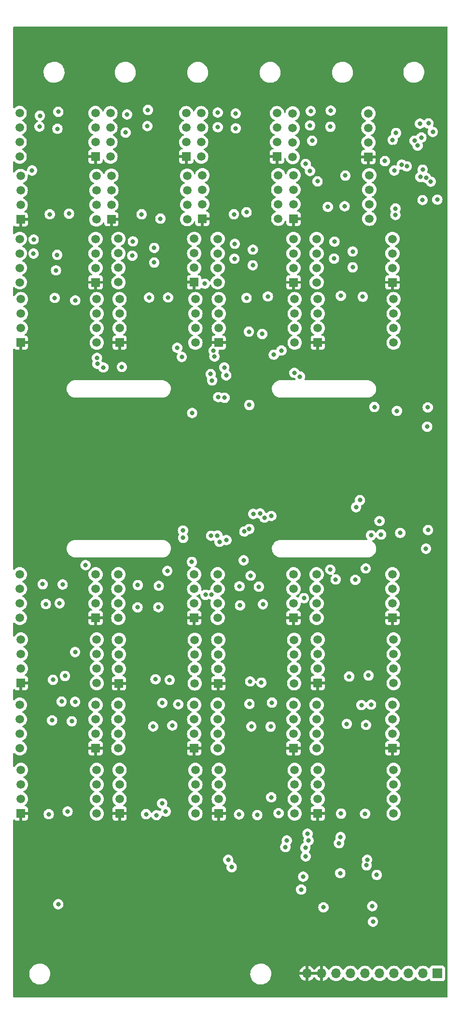
<source format=gbr>
%TF.GenerationSoftware,KiCad,Pcbnew,7.0.1*%
%TF.CreationDate,2024-07-12T18:32:01-07:00*%
%TF.ProjectId,air_foil_pcb,6169725f-666f-4696-9c5f-7063622e6b69,rev?*%
%TF.SameCoordinates,Original*%
%TF.FileFunction,Copper,L3,Inr*%
%TF.FilePolarity,Positive*%
%FSLAX46Y46*%
G04 Gerber Fmt 4.6, Leading zero omitted, Abs format (unit mm)*
G04 Created by KiCad (PCBNEW 7.0.1) date 2024-07-12 18:32:01*
%MOMM*%
%LPD*%
G01*
G04 APERTURE LIST*
%TA.AperFunction,ComponentPad*%
%ADD10R,1.500000X1.500000*%
%TD*%
%TA.AperFunction,ComponentPad*%
%ADD11C,1.500000*%
%TD*%
%TA.AperFunction,ComponentPad*%
%ADD12O,1.700000X1.700000*%
%TD*%
%TA.AperFunction,ComponentPad*%
%ADD13R,1.700000X1.700000*%
%TD*%
%TA.AperFunction,ViaPad*%
%ADD14C,0.800000*%
%TD*%
G04 APERTURE END LIST*
D10*
%TO.N,GND*%
%TO.C,U36*%
X83328600Y-42709600D03*
D11*
%TO.N,+3V3*%
X83328600Y-40169600D03*
%TO.N,/D34*%
X83328600Y-37629600D03*
%TO.N,/C34*%
X83328600Y-35089600D03*
%TO.N,unconnected-(U36-NC-Pad5)*%
X70028600Y-35089600D03*
%TO.N,unconnected-(U36-NC-Pad6)*%
X70028600Y-37629600D03*
%TO.N,unconnected-(U36-NC-Pad7)*%
X70028600Y-40169600D03*
%TO.N,unconnected-(U36-NC-Pad8)*%
X70028600Y-42709600D03*
%TD*%
D10*
%TO.N,GND*%
%TO.C,U35*%
X35449600Y-42633400D03*
D11*
%TO.N,+3V3*%
X35449600Y-40093400D03*
%TO.N,/D37*%
X35449600Y-37553400D03*
%TO.N,/C37*%
X35449600Y-35013400D03*
%TO.N,unconnected-(U35-NC-Pad5)*%
X22149600Y-35013400D03*
%TO.N,unconnected-(U35-NC-Pad6)*%
X22149600Y-37553400D03*
%TO.N,unconnected-(U35-NC-Pad7)*%
X22149600Y-40093400D03*
%TO.N,unconnected-(U35-NC-Pad8)*%
X22149600Y-42633400D03*
%TD*%
%TO.N,unconnected-(U34-NC-Pad8)*%
%TO.C,U34*%
X38075400Y-42645600D03*
%TO.N,unconnected-(U34-NC-Pad7)*%
X38075400Y-40105600D03*
%TO.N,unconnected-(U34-NC-Pad6)*%
X38075400Y-37565600D03*
%TO.N,unconnected-(U34-NC-Pad5)*%
X38075400Y-35025600D03*
%TO.N,/C36*%
X51375400Y-35025600D03*
%TO.N,/D36*%
X51375400Y-37565600D03*
%TO.N,+3V3*%
X51375400Y-40105600D03*
D10*
%TO.N,GND*%
X51375400Y-42645600D03*
%TD*%
%TO.N,GND*%
%TO.C,U33*%
X67302000Y-42645600D03*
D11*
%TO.N,+3V3*%
X67302000Y-40105600D03*
%TO.N,/D35*%
X67302000Y-37565600D03*
%TO.N,/C35*%
X67302000Y-35025600D03*
%TO.N,unconnected-(U33-NC-Pad5)*%
X54002000Y-35025600D03*
%TO.N,unconnected-(U33-NC-Pad6)*%
X54002000Y-37565600D03*
%TO.N,unconnected-(U33-NC-Pad7)*%
X54002000Y-40105600D03*
%TO.N,unconnected-(U33-NC-Pad8)*%
X54002000Y-42645600D03*
%TD*%
D10*
%TO.N,GND*%
%TO.C,U31*%
X38236600Y-53603350D03*
D11*
%TO.N,+3V3*%
X38236600Y-51063350D03*
%TO.N,/D32*%
X38236600Y-48523350D03*
%TO.N,/C32*%
X38236600Y-45983350D03*
%TO.N,unconnected-(U31-NC-Pad5)*%
X51536600Y-45983350D03*
%TO.N,unconnected-(U31-NC-Pad6)*%
X51536600Y-48523350D03*
%TO.N,unconnected-(U31-NC-Pad7)*%
X51536600Y-51063350D03*
%TO.N,unconnected-(U31-NC-Pad8)*%
X51536600Y-53603350D03*
%TD*%
D10*
%TO.N,GND*%
%TO.C,U30*%
X54203600Y-53543200D03*
D11*
%TO.N,+3V3*%
X54203600Y-51003200D03*
%TO.N,/D31*%
X54203600Y-48463200D03*
%TO.N,/C31*%
X54203600Y-45923200D03*
%TO.N,unconnected-(U30-NC-Pad5)*%
X67503600Y-45923200D03*
%TO.N,unconnected-(U30-NC-Pad6)*%
X67503600Y-48463200D03*
%TO.N,unconnected-(U30-NC-Pad7)*%
X67503600Y-51003200D03*
%TO.N,unconnected-(U30-NC-Pad8)*%
X67503600Y-53543200D03*
%TD*%
D10*
%TO.N,GND*%
%TO.C,U29*%
X70184200Y-53533350D03*
D11*
%TO.N,+3V3*%
X70184200Y-50993350D03*
%TO.N,/D30*%
X70184200Y-48453350D03*
%TO.N,/C30*%
X70184200Y-45913350D03*
%TO.N,unconnected-(U29-NC-Pad5)*%
X83484200Y-45913350D03*
%TO.N,unconnected-(U29-NC-Pad6)*%
X83484200Y-48453350D03*
%TO.N,unconnected-(U29-NC-Pad7)*%
X83484200Y-50993350D03*
%TO.N,unconnected-(U29-NC-Pad8)*%
X83484200Y-53533350D03*
%TD*%
D10*
%TO.N,GND*%
%TO.C,U28*%
X22326600Y-53670200D03*
D11*
%TO.N,+3V3*%
X22326600Y-51130200D03*
%TO.N,/D33*%
X22326600Y-48590200D03*
%TO.N,/C33*%
X22326600Y-46050200D03*
%TO.N,unconnected-(U28-NC-Pad5)*%
X35626600Y-46050200D03*
%TO.N,unconnected-(U28-NC-Pad6)*%
X35626600Y-48590200D03*
%TO.N,unconnected-(U28-NC-Pad7)*%
X35626600Y-51130200D03*
%TO.N,unconnected-(U28-NC-Pad8)*%
X35626600Y-53670200D03*
%TD*%
D10*
%TO.N,GND*%
%TO.C,U27*%
X87540600Y-64686800D03*
D11*
%TO.N,+3V3*%
X87540600Y-62146800D03*
%TO.N,/D24*%
X87540600Y-59606800D03*
%TO.N,/C24*%
X87540600Y-57066800D03*
%TO.N,unconnected-(U27-NC-Pad5)*%
X74240600Y-57066800D03*
%TO.N,unconnected-(U27-NC-Pad6)*%
X74240600Y-59606800D03*
%TO.N,unconnected-(U27-NC-Pad7)*%
X74240600Y-62146800D03*
%TO.N,unconnected-(U27-NC-Pad8)*%
X74240600Y-64686800D03*
%TD*%
%TO.N,unconnected-(U26-NC-Pad8)*%
%TO.C,U26*%
X22177400Y-64686800D03*
%TO.N,unconnected-(U26-NC-Pad7)*%
X22177400Y-62146800D03*
%TO.N,unconnected-(U26-NC-Pad6)*%
X22177400Y-59606800D03*
%TO.N,unconnected-(U26-NC-Pad5)*%
X22177400Y-57066800D03*
%TO.N,/C27*%
X35477400Y-57066800D03*
%TO.N,/D27*%
X35477400Y-59606800D03*
%TO.N,+3V3*%
X35477400Y-62146800D03*
D10*
%TO.N,GND*%
X35477400Y-64686800D03*
%TD*%
D11*
%TO.N,unconnected-(U25-NC-Pad8)*%
%TO.C,U25*%
X39469200Y-64680600D03*
%TO.N,unconnected-(U25-NC-Pad7)*%
X39469200Y-62140600D03*
%TO.N,unconnected-(U25-NC-Pad6)*%
X39469200Y-59600600D03*
%TO.N,unconnected-(U25-NC-Pad5)*%
X39469200Y-57060600D03*
%TO.N,/C26*%
X52769200Y-57060600D03*
%TO.N,/D26*%
X52769200Y-59600600D03*
%TO.N,+3V3*%
X52769200Y-62140600D03*
D10*
%TO.N,GND*%
X52769200Y-64680600D03*
%TD*%
%TO.N,GND*%
%TO.C,U24*%
X70186200Y-64686800D03*
D11*
%TO.N,+3V3*%
X70186200Y-62146800D03*
%TO.N,/D25*%
X70186200Y-59606800D03*
%TO.N,/C25*%
X70186200Y-57066800D03*
%TO.N,unconnected-(U24-NC-Pad5)*%
X56886200Y-57066800D03*
%TO.N,unconnected-(U24-NC-Pad6)*%
X56886200Y-59606800D03*
%TO.N,unconnected-(U24-NC-Pad7)*%
X56886200Y-62146800D03*
%TO.N,unconnected-(U24-NC-Pad8)*%
X56886200Y-64686800D03*
%TD*%
D10*
%TO.N,GND*%
%TO.C,U22*%
X39669200Y-75253200D03*
D11*
%TO.N,+3V3*%
X39669200Y-72713200D03*
%TO.N,/D22*%
X39669200Y-70173200D03*
%TO.N,/C22*%
X39669200Y-67633200D03*
%TO.N,unconnected-(U22-NC-Pad5)*%
X52969200Y-67633200D03*
%TO.N,unconnected-(U22-NC-Pad6)*%
X52969200Y-70173200D03*
%TO.N,unconnected-(U22-NC-Pad7)*%
X52969200Y-72713200D03*
%TO.N,unconnected-(U22-NC-Pad8)*%
X52969200Y-75253200D03*
%TD*%
D10*
%TO.N,GND*%
%TO.C,U21*%
X57086200Y-75253200D03*
D11*
%TO.N,+3V3*%
X57086200Y-72713200D03*
%TO.N,/D21*%
X57086200Y-70173200D03*
%TO.N,/C21*%
X57086200Y-67633200D03*
%TO.N,unconnected-(U21-NC-Pad5)*%
X70386200Y-67633200D03*
%TO.N,unconnected-(U21-NC-Pad6)*%
X70386200Y-70173200D03*
%TO.N,unconnected-(U21-NC-Pad7)*%
X70386200Y-72713200D03*
%TO.N,unconnected-(U21-NC-Pad8)*%
X70386200Y-75253200D03*
%TD*%
D10*
%TO.N,GND*%
%TO.C,U20*%
X74440600Y-75253200D03*
D11*
%TO.N,+3V3*%
X74440600Y-72713200D03*
%TO.N,/D20*%
X74440600Y-70173200D03*
%TO.N,/C20*%
X74440600Y-67633200D03*
%TO.N,unconnected-(U20-NC-Pad5)*%
X87740600Y-67633200D03*
%TO.N,unconnected-(U20-NC-Pad6)*%
X87740600Y-70173200D03*
%TO.N,unconnected-(U20-NC-Pad7)*%
X87740600Y-72713200D03*
%TO.N,unconnected-(U20-NC-Pad8)*%
X87740600Y-75253200D03*
%TD*%
D10*
%TO.N,GND*%
%TO.C,U19*%
X22377400Y-75253200D03*
D11*
%TO.N,+3V3*%
X22377400Y-72713200D03*
%TO.N,/D23*%
X22377400Y-70173200D03*
%TO.N,/C23*%
X22377400Y-67633200D03*
%TO.N,unconnected-(U19-NC-Pad5)*%
X35677400Y-67633200D03*
%TO.N,unconnected-(U19-NC-Pad6)*%
X35677400Y-70173200D03*
%TO.N,unconnected-(U19-NC-Pad7)*%
X35677400Y-72713200D03*
%TO.N,unconnected-(U19-NC-Pad8)*%
X35677400Y-75253200D03*
%TD*%
D10*
%TO.N,GND*%
%TO.C,U18*%
X87540600Y-123494800D03*
D11*
%TO.N,+3V3*%
X87540600Y-120954800D03*
%TO.N,/D14*%
X87540600Y-118414800D03*
%TO.N,/C14*%
X87540600Y-115874800D03*
%TO.N,unconnected-(U18-NC-Pad5)*%
X74240600Y-115874800D03*
%TO.N,unconnected-(U18-NC-Pad6)*%
X74240600Y-118414800D03*
%TO.N,unconnected-(U18-NC-Pad7)*%
X74240600Y-120954800D03*
%TO.N,unconnected-(U18-NC-Pad8)*%
X74240600Y-123494800D03*
%TD*%
D10*
%TO.N,GND*%
%TO.C,U17*%
X35477400Y-123494800D03*
D11*
%TO.N,+3V3*%
X35477400Y-120954800D03*
%TO.N,/D17*%
X35477400Y-118414800D03*
%TO.N,/C17*%
X35477400Y-115874800D03*
%TO.N,unconnected-(U17-NC-Pad5)*%
X22177400Y-115874800D03*
%TO.N,unconnected-(U17-NC-Pad6)*%
X22177400Y-118414800D03*
%TO.N,unconnected-(U17-NC-Pad7)*%
X22177400Y-120954800D03*
%TO.N,unconnected-(U17-NC-Pad8)*%
X22177400Y-123494800D03*
%TD*%
%TO.N,unconnected-(U16-NC-Pad8)*%
%TO.C,U16*%
X39469200Y-123494800D03*
%TO.N,unconnected-(U16-NC-Pad7)*%
X39469200Y-120954800D03*
%TO.N,unconnected-(U16-NC-Pad6)*%
X39469200Y-118414800D03*
%TO.N,unconnected-(U16-NC-Pad5)*%
X39469200Y-115874800D03*
%TO.N,/C16*%
X52769200Y-115874800D03*
%TO.N,/D16*%
X52769200Y-118414800D03*
%TO.N,+3V3*%
X52769200Y-120954800D03*
D10*
%TO.N,GND*%
X52769200Y-123494800D03*
%TD*%
%TO.N,GND*%
%TO.C,U15*%
X70186200Y-123494800D03*
D11*
%TO.N,+3V3*%
X70186200Y-120954800D03*
%TO.N,/D15*%
X70186200Y-118414800D03*
%TO.N,/C15*%
X70186200Y-115874800D03*
%TO.N,unconnected-(U15-NC-Pad5)*%
X56886200Y-115874800D03*
%TO.N,unconnected-(U15-NC-Pad6)*%
X56886200Y-118414800D03*
%TO.N,unconnected-(U15-NC-Pad7)*%
X56886200Y-120954800D03*
%TO.N,unconnected-(U15-NC-Pad8)*%
X56886200Y-123494800D03*
%TD*%
D10*
%TO.N,GND*%
%TO.C,U13*%
X39557400Y-134975600D03*
D11*
%TO.N,+3V3*%
X39557400Y-132435600D03*
%TO.N,/D12*%
X39557400Y-129895600D03*
%TO.N,/C12*%
X39557400Y-127355600D03*
%TO.N,unconnected-(U13-NC-Pad5)*%
X52857400Y-127355600D03*
%TO.N,unconnected-(U13-NC-Pad6)*%
X52857400Y-129895600D03*
%TO.N,unconnected-(U13-NC-Pad7)*%
X52857400Y-132435600D03*
%TO.N,unconnected-(U13-NC-Pad8)*%
X52857400Y-134975600D03*
%TD*%
D10*
%TO.N,GND*%
%TO.C,U12*%
X57001600Y-134965750D03*
D11*
%TO.N,+3V3*%
X57001600Y-132425750D03*
%TO.N,/D11*%
X57001600Y-129885750D03*
%TO.N,/C11*%
X57001600Y-127345750D03*
%TO.N,unconnected-(U12-NC-Pad5)*%
X70301600Y-127345750D03*
%TO.N,unconnected-(U12-NC-Pad6)*%
X70301600Y-129885750D03*
%TO.N,unconnected-(U12-NC-Pad7)*%
X70301600Y-132425750D03*
%TO.N,unconnected-(U12-NC-Pad8)*%
X70301600Y-134965750D03*
%TD*%
%TO.N,unconnected-(U11-NC-Pad8)*%
%TO.C,U11*%
X87740600Y-134924800D03*
%TO.N,unconnected-(U11-NC-Pad7)*%
X87740600Y-132384800D03*
%TO.N,unconnected-(U11-NC-Pad6)*%
X87740600Y-129844800D03*
%TO.N,unconnected-(U11-NC-Pad5)*%
X87740600Y-127304800D03*
%TO.N,/C10*%
X74440600Y-127304800D03*
%TO.N,/D10*%
X74440600Y-129844800D03*
%TO.N,+3V3*%
X74440600Y-132384800D03*
D10*
%TO.N,GND*%
X74440600Y-134924800D03*
%TD*%
%TO.N,GND*%
%TO.C,U10*%
X22377400Y-134924800D03*
D11*
%TO.N,+3V3*%
X22377400Y-132384800D03*
%TO.N,/D13*%
X22377400Y-129844800D03*
%TO.N,/C13*%
X22377400Y-127304800D03*
%TO.N,unconnected-(U10-NC-Pad5)*%
X35677400Y-127304800D03*
%TO.N,unconnected-(U10-NC-Pad6)*%
X35677400Y-129844800D03*
%TO.N,unconnected-(U10-NC-Pad7)*%
X35677400Y-132384800D03*
%TO.N,unconnected-(U10-NC-Pad8)*%
X35677400Y-134924800D03*
%TD*%
D10*
%TO.N,GND*%
%TO.C,U9*%
X35477400Y-146354800D03*
D11*
%TO.N,+3V3*%
X35477400Y-143814800D03*
%TO.N,/D07*%
X35477400Y-141274800D03*
%TO.N,/C07*%
X35477400Y-138734800D03*
%TO.N,unconnected-(U9-NC-Pad5)*%
X22177400Y-138734800D03*
%TO.N,unconnected-(U9-NC-Pad6)*%
X22177400Y-141274800D03*
%TO.N,unconnected-(U9-NC-Pad7)*%
X22177400Y-143814800D03*
%TO.N,unconnected-(U9-NC-Pad8)*%
X22177400Y-146354800D03*
%TD*%
D10*
%TO.N,GND*%
%TO.C,U8*%
X52769200Y-146354800D03*
D11*
%TO.N,+3V3*%
X52769200Y-143814800D03*
%TO.N,/D06*%
X52769200Y-141274800D03*
%TO.N,/C06*%
X52769200Y-138734800D03*
%TO.N,unconnected-(U8-NC-Pad5)*%
X39469200Y-138734800D03*
%TO.N,unconnected-(U8-NC-Pad6)*%
X39469200Y-141274800D03*
%TO.N,unconnected-(U8-NC-Pad7)*%
X39469200Y-143814800D03*
%TO.N,unconnected-(U8-NC-Pad8)*%
X39469200Y-146354800D03*
%TD*%
D10*
%TO.N,GND*%
%TO.C,U7*%
X70186200Y-146354800D03*
D11*
%TO.N,+3V3*%
X70186200Y-143814800D03*
%TO.N,/D05*%
X70186200Y-141274800D03*
%TO.N,/C05*%
X70186200Y-138734800D03*
%TO.N,unconnected-(U7-NC-Pad5)*%
X56886200Y-138734800D03*
%TO.N,unconnected-(U7-NC-Pad6)*%
X56886200Y-141274800D03*
%TO.N,unconnected-(U7-NC-Pad7)*%
X56886200Y-143814800D03*
%TO.N,unconnected-(U7-NC-Pad8)*%
X56886200Y-146354800D03*
%TD*%
D10*
%TO.N,GND*%
%TO.C,U6*%
X87540600Y-146354800D03*
D11*
%TO.N,+3V3*%
X87540600Y-143814800D03*
%TO.N,/D04*%
X87540600Y-141274800D03*
%TO.N,/C04*%
X87540600Y-138734800D03*
%TO.N,unconnected-(U6-NC-Pad5)*%
X74240600Y-138734800D03*
%TO.N,unconnected-(U6-NC-Pad6)*%
X74240600Y-141274800D03*
%TO.N,unconnected-(U6-NC-Pad7)*%
X74240600Y-143814800D03*
%TO.N,unconnected-(U6-NC-Pad8)*%
X74240600Y-146354800D03*
%TD*%
D10*
%TO.N,GND*%
%TO.C,U5*%
X22377400Y-157784800D03*
D11*
%TO.N,+3V3*%
X22377400Y-155244800D03*
%TO.N,/D03*%
X22377400Y-152704800D03*
%TO.N,/C03*%
X22377400Y-150164800D03*
%TO.N,unconnected-(U5-NC-Pad5)*%
X35677400Y-150164800D03*
%TO.N,unconnected-(U5-NC-Pad6)*%
X35677400Y-152704800D03*
%TO.N,unconnected-(U5-NC-Pad7)*%
X35677400Y-155244800D03*
%TO.N,unconnected-(U5-NC-Pad8)*%
X35677400Y-157784800D03*
%TD*%
D10*
%TO.N,GND*%
%TO.C,U4*%
X39669200Y-157784800D03*
D11*
%TO.N,+3V3*%
X39669200Y-155244800D03*
%TO.N,/D02*%
X39669200Y-152704800D03*
%TO.N,/C02*%
X39669200Y-150164800D03*
%TO.N,unconnected-(U4-NC-Pad5)*%
X52969200Y-150164800D03*
%TO.N,unconnected-(U4-NC-Pad6)*%
X52969200Y-152704800D03*
%TO.N,unconnected-(U4-NC-Pad7)*%
X52969200Y-155244800D03*
%TO.N,unconnected-(U4-NC-Pad8)*%
X52969200Y-157784800D03*
%TD*%
D10*
%TO.N,GND*%
%TO.C,U3*%
X57086200Y-157784800D03*
D11*
%TO.N,+3V3*%
X57086200Y-155244800D03*
%TO.N,/D01*%
X57086200Y-152704800D03*
%TO.N,/C01*%
X57086200Y-150164800D03*
%TO.N,unconnected-(U3-NC-Pad5)*%
X70386200Y-150164800D03*
%TO.N,unconnected-(U3-NC-Pad6)*%
X70386200Y-152704800D03*
%TO.N,unconnected-(U3-NC-Pad7)*%
X70386200Y-155244800D03*
%TO.N,unconnected-(U3-NC-Pad8)*%
X70386200Y-157784800D03*
%TD*%
D10*
%TO.N,GND*%
%TO.C,U2*%
X74440600Y-157784800D03*
D11*
%TO.N,+3V3*%
X74440600Y-155244800D03*
%TO.N,/D00*%
X74440600Y-152704800D03*
%TO.N,/C00*%
X74440600Y-150164800D03*
%TO.N,unconnected-(U2-NC-Pad5)*%
X87740600Y-150164800D03*
%TO.N,unconnected-(U2-NC-Pad6)*%
X87740600Y-152704800D03*
%TO.N,unconnected-(U2-NC-Pad7)*%
X87740600Y-155244800D03*
%TO.N,unconnected-(U2-NC-Pad8)*%
X87740600Y-157784800D03*
%TD*%
D12*
%TO.N,GND*%
%TO.C,J5*%
X72567800Y-185826400D03*
X75107800Y-185826400D03*
%TO.N,/SCL*%
X77647800Y-185826400D03*
%TO.N,/SDA*%
X80187800Y-185826400D03*
%TO.N,/RES_0*%
X82727800Y-185826400D03*
%TO.N,/RES_1*%
X85267800Y-185826400D03*
%TO.N,/RES_2*%
X87807800Y-185826400D03*
%TO.N,/RES_3*%
X90347800Y-185826400D03*
%TO.N,+3V3*%
X92887800Y-185826400D03*
D13*
X95427800Y-185826400D03*
%TD*%
D14*
%TO.N,GND*%
X94538800Y-53797200D03*
%TO.N,/D31*%
X88061800Y-52882800D03*
%TO.N,/C31*%
X88061800Y-51739800D03*
X91414600Y-39852600D03*
%TO.N,/D31*%
X91948000Y-40716200D03*
%TO.N,/C32*%
X89179400Y-44043600D03*
%TO.N,/D32*%
X90043000Y-44348400D03*
%TO.N,/D33*%
X24333200Y-45085000D03*
%TO.N,/C33*%
X73075800Y-45161200D03*
%TO.N,/D33*%
X72313800Y-43916600D03*
%TO.N,/C33*%
X87579200Y-39725600D03*
%TO.N,/D33*%
X88163400Y-38506400D03*
%TO.N,/C36*%
X92354400Y-36880800D03*
%TO.N,/D37*%
X93853000Y-36830000D03*
%TO.N,/C37*%
X94615000Y-38328600D03*
%TO.N,/D36*%
X92618900Y-39293800D03*
%TO.N,/C36*%
X92443300Y-46215300D03*
%TO.N,/D37*%
X93446600Y-46355000D03*
%TO.N,/C37*%
X94259400Y-47040800D03*
%TO.N,/D36*%
X92839911Y-44935511D03*
%TO.N,/C30*%
X79273400Y-45974000D03*
%TO.N,/D30*%
X74396600Y-46990000D03*
X87858600Y-45085000D03*
%TO.N,/C30*%
X86207600Y-43434000D03*
%TO.N,/C35*%
X73456800Y-39878000D03*
%TO.N,+3V3*%
X27432000Y-52755800D03*
X30810200Y-52654200D03*
X43535600Y-52755800D03*
X46837600Y-53517800D03*
X61950600Y-52400200D03*
X59740800Y-52755800D03*
X79146400Y-51358800D03*
X76200000Y-51460400D03*
X73202800Y-34671000D03*
X73075800Y-37185600D03*
%TO.N,Net-(JP66-B)*%
X76657200Y-37414200D03*
%TO.N,Net-(JP70-B)*%
X76708000Y-34594800D03*
%TO.N,Net-(JP67-B)*%
X60045600Y-35102800D03*
%TO.N,Net-(JP63-B)*%
X60045600Y-37693600D03*
%TO.N,+3V3*%
X56896000Y-37490400D03*
X56896000Y-34925000D03*
X40995600Y-35255200D03*
X40741600Y-38430200D03*
%TO.N,Net-(JP64-B)*%
X44551600Y-37287200D03*
%TO.N,Net-(JP68-B)*%
X44653200Y-34467800D03*
%TO.N,Net-(JP69-B)*%
X28930600Y-34798000D03*
%TO.N,Net-(JP65-B)*%
X28778200Y-37769800D03*
%TO.N,+3V3*%
X25628600Y-37388800D03*
X25704800Y-35483800D03*
%TO.N,Net-(JP49-B)*%
X28524200Y-62585600D03*
%TO.N,Net-(JP53-B)*%
X28726500Y-59867800D03*
%TO.N,Net-(JP48-B)*%
X45744500Y-61214000D03*
%TO.N,Net-(JP52-B)*%
X45746700Y-58648600D03*
%TO.N,Net-(JP47-B)*%
X63030300Y-61696600D03*
%TO.N,Net-(JP51-B)*%
X63055700Y-58953400D03*
%TO.N,Net-(JP50-B)*%
X80567900Y-62052200D03*
%TO.N,Net-(JP54-B)*%
X80567900Y-59283600D03*
%TO.N,/C16*%
X48056800Y-115265200D03*
%TO.N,Net-(JP36-B)*%
X42875200Y-117754400D03*
%TO.N,Net-(JP32-B)*%
X46558200Y-117881400D03*
%TO.N,/C10*%
X72009000Y-120040400D03*
%TO.N,/D10*%
X66294000Y-105638600D03*
%TO.N,/C10*%
X65100200Y-105943400D03*
%TO.N,Net-(JP34-B)*%
X81026000Y-116840000D03*
%TO.N,Net-(JP38-B)*%
X77571600Y-116763800D03*
%TO.N,Net-(JP35-B)*%
X60706000Y-117957600D03*
%TO.N,Net-(JP31-B)*%
X64109600Y-118033800D03*
%TO.N,Net-(JP33-B)*%
X29692600Y-117652800D03*
%TO.N,Net-(JP37-B)*%
X26187400Y-117602000D03*
%TO.N,GND*%
X87680800Y-40919400D03*
X95123000Y-40767000D03*
X95173800Y-44475400D03*
%TO.N,+3V3*%
X92811600Y-50266600D03*
X95402400Y-50190400D03*
%TO.N,/C23*%
X35712400Y-77927200D03*
%TO.N,/D23*%
X35788600Y-78968600D03*
%TO.N,/C23*%
X58039000Y-79603600D03*
%TO.N,/D23*%
X58394600Y-81000600D03*
%TO.N,/D22*%
X49784000Y-76149200D03*
%TO.N,/C22*%
X50596800Y-77774800D03*
X56311800Y-77698600D03*
%TO.N,/D22*%
X56159400Y-76708000D03*
%TO.N,/D27*%
X36830000Y-79603600D03*
X40081200Y-79527400D03*
%TO.N,/C26*%
X54610000Y-64922400D03*
%TO.N,/C25*%
X68072000Y-76631800D03*
%TO.N,/D25*%
X66725800Y-77368400D03*
%TO.N,/C25*%
X55905400Y-81889600D03*
%TO.N,/D25*%
X55651400Y-80772000D03*
%TO.N,/D21*%
X62357000Y-73329800D03*
X64693800Y-73736200D03*
%TO.N,/D24*%
X70332600Y-80543400D03*
%TO.N,/C24*%
X71323200Y-81203800D03*
X56972200Y-84810600D03*
%TO.N,/D24*%
X58089800Y-84912200D03*
%TO.N,+3V3*%
X77292200Y-60528200D03*
X77368400Y-57556400D03*
X59817000Y-60553600D03*
X59893200Y-57937400D03*
X41910000Y-60020200D03*
X42011600Y-57505600D03*
X24587200Y-59639200D03*
X24612600Y-57175400D03*
X28295600Y-67411600D03*
X31902400Y-67843400D03*
X48183800Y-67335400D03*
X44856400Y-67360800D03*
X82321400Y-67208400D03*
X78486000Y-67056000D03*
X65684400Y-67157600D03*
X61950600Y-67411600D03*
%TO.N,/D16*%
X50800000Y-108178600D03*
%TO.N,/C16*%
X50825400Y-109474000D03*
%TO.N,/D17*%
X33705800Y-114249200D03*
%TO.N,/D13*%
X31877000Y-129489200D03*
X55778400Y-119405400D03*
%TO.N,/C13*%
X54737000Y-119456200D03*
%TO.N,/D13*%
X56845200Y-109067600D03*
%TO.N,/C13*%
X55727600Y-109105700D03*
%TO.N,/D12*%
X58420000Y-109855000D03*
%TO.N,/C12*%
X57200800Y-110159800D03*
%TO.N,+3V3*%
X45974000Y-134264400D03*
X48463200Y-134391400D03*
X42824400Y-121666000D03*
X46482000Y-121640600D03*
X26746200Y-121081800D03*
X29159200Y-120954800D03*
X27990800Y-134366000D03*
X30099000Y-133680200D03*
%TO.N,/C11*%
X61569600Y-108356400D03*
%TO.N,/D11*%
X62433200Y-107924600D03*
%TO.N,+3V3*%
X64541400Y-134848600D03*
X62585600Y-134645400D03*
X64820800Y-121107200D03*
X60807600Y-121310400D03*
%TO.N,/C15*%
X62661800Y-116103400D03*
%TO.N,/D15*%
X64312800Y-105181400D03*
%TO.N,/C15*%
X63119000Y-105283000D03*
%TO.N,+3V3*%
X62458600Y-138582400D03*
X66395600Y-138353800D03*
%TO.N,GND*%
X58191400Y-112242600D03*
%TO.N,+3V3*%
X79933800Y-133781800D03*
X83337400Y-133604000D03*
X82854800Y-114833400D03*
X76631800Y-115036600D03*
%TO.N,/C14*%
X83781900Y-109029500D03*
%TO.N,/D14*%
X85547200Y-108889800D03*
X81838800Y-102870000D03*
%TO.N,/C14*%
X81153000Y-104089200D03*
%TO.N,GND*%
X52171600Y-85115400D03*
%TO.N,+3V3*%
X52400200Y-87579200D03*
%TO.N,GND*%
X61188600Y-86842600D03*
%TO.N,+3V3*%
X62433200Y-86182200D03*
%TO.N,GND*%
X59105800Y-78562200D03*
%TO.N,/RES_2*%
X84378800Y-86537800D03*
X93624400Y-89992200D03*
%TO.N,/SDA*%
X88315800Y-87223600D03*
X93726000Y-86614000D03*
%TO.N,/RES_1*%
X85267800Y-106527600D03*
X93421200Y-111379000D03*
%TO.N,/SDA*%
X88900000Y-108610400D03*
X93776800Y-108102400D03*
%TO.N,/SCL*%
X84785200Y-168554400D03*
%TO.N,/RES_0*%
X78384400Y-168249600D03*
X75438000Y-174244000D03*
%TO.N,+3V3*%
X61442600Y-113411000D03*
%TO.N,GND*%
X64532228Y-113222795D03*
%TO.N,+3V3*%
X52349400Y-113690400D03*
%TO.N,GND*%
X52324000Y-111480600D03*
X61315600Y-105587800D03*
%TO.N,/D07*%
X58724800Y-165912800D03*
%TO.N,/C07*%
X59334400Y-167208200D03*
%TO.N,+3V3*%
X46151800Y-158089600D03*
X44323000Y-157911800D03*
X30556200Y-157429200D03*
X27254200Y-157911800D03*
X31877000Y-138226800D03*
X29514800Y-138176000D03*
%TO.N,Net-(JP22-B)*%
X27838400Y-141478000D03*
%TO.N,Net-(JP21-B)*%
X31292800Y-141630400D03*
%TO.N,GND*%
X68656200Y-169519600D03*
X73456800Y-170484800D03*
X72212200Y-166725600D03*
%TO.N,+3V3*%
X47167800Y-138404600D03*
X49961800Y-138658600D03*
%TO.N,Net-(JP20-B)*%
X45567600Y-142544800D03*
%TO.N,Net-(JP19-B)*%
X48920400Y-142367000D03*
%TO.N,/D06*%
X72263000Y-163804600D03*
%TO.N,/C06*%
X72313800Y-165303200D03*
%TO.N,Net-(JP18-B)*%
X62788800Y-142544800D03*
%TO.N,Net-(JP17-B)*%
X66167000Y-142570200D03*
%TO.N,/D05*%
X69011800Y-162509200D03*
%TO.N,/C05*%
X68757800Y-163677600D03*
%TO.N,/C04*%
X72821800Y-162534600D03*
%TO.N,/D04*%
X72644000Y-161340800D03*
%TO.N,+3V3*%
X83794600Y-138709400D03*
X82092800Y-138785600D03*
%TO.N,Net-(JP15-B)*%
X82905600Y-142265400D03*
%TO.N,Net-(JP16-B)*%
X79527400Y-142087600D03*
%TO.N,/C03*%
X28930600Y-173685200D03*
%TO.N,/D03*%
X78155800Y-162991800D03*
%TO.N,/C03*%
X78435200Y-161925000D03*
%TO.N,GND*%
X77317600Y-161315400D03*
%TO.N,/C02*%
X47777400Y-157454600D03*
%TO.N,/D02*%
X47142400Y-156032200D03*
%TO.N,/D01*%
X66281300Y-154952700D03*
%TO.N,/C01*%
X67564000Y-157734000D03*
%TO.N,/D00*%
X83007200Y-166878000D03*
%TO.N,/C00*%
X83108800Y-165887400D03*
%TO.N,+3V3*%
X63830200Y-158064200D03*
X60629800Y-157937200D03*
X82727800Y-157835600D03*
X78511400Y-157810200D03*
X83997800Y-174040800D03*
X84124800Y-176758600D03*
%TO.N,GND*%
X74599800Y-168021000D03*
X74853800Y-168910000D03*
%TO.N,+3V3*%
X71526400Y-171119800D03*
X71882000Y-168859200D03*
%TD*%
%TA.AperFunction,Conductor*%
%TO.N,GND*%
G36*
X97168700Y-19879413D02*
G01*
X97214087Y-19924800D01*
X97230700Y-19986800D01*
X97230700Y-189892900D01*
X97214087Y-189954900D01*
X97168700Y-190000287D01*
X97106700Y-190016900D01*
X21155700Y-190016900D01*
X21093700Y-190000287D01*
X21048313Y-189954900D01*
X21031700Y-189892900D01*
X21031700Y-185995306D01*
X23838113Y-185995306D01*
X23867539Y-186262739D01*
X23901889Y-186394130D01*
X23935591Y-186523041D01*
X24040817Y-186770659D01*
X24180975Y-187000317D01*
X24353078Y-187207120D01*
X24553458Y-187386662D01*
X24777844Y-187535114D01*
X25021453Y-187649313D01*
X25021460Y-187649315D01*
X25279086Y-187726824D01*
X25279088Y-187726824D01*
X25279094Y-187726826D01*
X25545276Y-187766000D01*
X25746968Y-187766000D01*
X25746972Y-187766000D01*
X25948131Y-187751277D01*
X26057902Y-187726824D01*
X26210742Y-187692777D01*
X26462038Y-187596665D01*
X26696662Y-187464988D01*
X26909613Y-187300553D01*
X27096352Y-187106864D01*
X27252900Y-186888049D01*
X27264805Y-186864895D01*
X27330592Y-186736937D01*
X27375921Y-186648773D01*
X27462791Y-186394135D01*
X27511660Y-186129562D01*
X27516566Y-185995306D01*
X62598113Y-185995306D01*
X62627539Y-186262739D01*
X62661889Y-186394130D01*
X62695591Y-186523041D01*
X62800817Y-186770659D01*
X62940975Y-187000317D01*
X63113078Y-187207120D01*
X63313458Y-187386662D01*
X63537844Y-187535114D01*
X63781453Y-187649313D01*
X63781460Y-187649315D01*
X64039086Y-187726824D01*
X64039088Y-187726824D01*
X64039094Y-187726826D01*
X64305276Y-187766000D01*
X64506968Y-187766000D01*
X64506972Y-187766000D01*
X64708131Y-187751277D01*
X64817902Y-187726824D01*
X64970742Y-187692777D01*
X65222038Y-187596665D01*
X65456662Y-187464988D01*
X65669613Y-187300553D01*
X65856352Y-187106864D01*
X66012900Y-186888049D01*
X66024805Y-186864895D01*
X66090592Y-186736937D01*
X66135921Y-186648773D01*
X66222791Y-186394135D01*
X66271660Y-186129562D01*
X66273603Y-186076400D01*
X71237164Y-186076400D01*
X71294369Y-186289892D01*
X71394199Y-186503976D01*
X71529693Y-186697481D01*
X71696718Y-186864506D01*
X71890223Y-187000000D01*
X72104307Y-187099830D01*
X72317799Y-187157035D01*
X72317800Y-187157036D01*
X72317800Y-186076400D01*
X72817800Y-186076400D01*
X72817800Y-187157035D01*
X73031292Y-187099830D01*
X73245376Y-187000000D01*
X73438881Y-186864506D01*
X73605906Y-186697481D01*
X73736225Y-186511368D01*
X73780543Y-186472503D01*
X73837800Y-186458492D01*
X73895057Y-186472503D01*
X73939375Y-186511368D01*
X74069693Y-186697481D01*
X74236718Y-186864506D01*
X74430223Y-187000000D01*
X74644307Y-187099830D01*
X74857799Y-187157035D01*
X74857800Y-187157036D01*
X74857800Y-187157035D01*
X75357800Y-187157035D01*
X75571292Y-187099830D01*
X75785376Y-187000000D01*
X75978881Y-186864506D01*
X76145909Y-186697478D01*
X76275919Y-186511805D01*
X76320237Y-186472939D01*
X76377494Y-186458928D01*
X76434751Y-186472939D01*
X76479067Y-186511802D01*
X76609305Y-186697801D01*
X76776399Y-186864895D01*
X76969970Y-187000435D01*
X77184137Y-187100303D01*
X77395870Y-187157036D01*
X77412392Y-187161463D01*
X77647799Y-187182059D01*
X77647799Y-187182058D01*
X77647800Y-187182059D01*
X77883208Y-187161463D01*
X78111463Y-187100303D01*
X78325630Y-187000435D01*
X78519201Y-186864895D01*
X78686295Y-186697801D01*
X78816226Y-186512239D01*
X78860543Y-186473376D01*
X78917800Y-186459365D01*
X78975057Y-186473376D01*
X79019373Y-186512239D01*
X79149305Y-186697801D01*
X79316399Y-186864895D01*
X79509970Y-187000435D01*
X79724137Y-187100303D01*
X79935870Y-187157036D01*
X79952392Y-187161463D01*
X80187799Y-187182059D01*
X80187799Y-187182058D01*
X80187800Y-187182059D01*
X80423208Y-187161463D01*
X80651463Y-187100303D01*
X80865630Y-187000435D01*
X81059201Y-186864895D01*
X81226295Y-186697801D01*
X81356226Y-186512239D01*
X81400543Y-186473376D01*
X81457800Y-186459365D01*
X81515057Y-186473376D01*
X81559373Y-186512239D01*
X81689305Y-186697801D01*
X81856399Y-186864895D01*
X82049970Y-187000435D01*
X82264137Y-187100303D01*
X82475870Y-187157036D01*
X82492392Y-187161463D01*
X82727799Y-187182059D01*
X82727799Y-187182058D01*
X82727800Y-187182059D01*
X82963208Y-187161463D01*
X83191463Y-187100303D01*
X83405630Y-187000435D01*
X83599201Y-186864895D01*
X83766295Y-186697801D01*
X83896226Y-186512239D01*
X83940543Y-186473376D01*
X83997800Y-186459365D01*
X84055057Y-186473376D01*
X84099373Y-186512239D01*
X84229305Y-186697801D01*
X84396399Y-186864895D01*
X84589970Y-187000435D01*
X84804137Y-187100303D01*
X85015870Y-187157036D01*
X85032392Y-187161463D01*
X85267799Y-187182059D01*
X85267799Y-187182058D01*
X85267800Y-187182059D01*
X85503208Y-187161463D01*
X85731463Y-187100303D01*
X85945630Y-187000435D01*
X86139201Y-186864895D01*
X86306295Y-186697801D01*
X86436226Y-186512239D01*
X86480543Y-186473376D01*
X86537800Y-186459365D01*
X86595057Y-186473376D01*
X86639373Y-186512239D01*
X86769305Y-186697801D01*
X86936399Y-186864895D01*
X87129970Y-187000435D01*
X87344137Y-187100303D01*
X87555870Y-187157036D01*
X87572392Y-187161463D01*
X87807799Y-187182059D01*
X87807799Y-187182058D01*
X87807800Y-187182059D01*
X88043208Y-187161463D01*
X88271463Y-187100303D01*
X88485630Y-187000435D01*
X88679201Y-186864895D01*
X88846295Y-186697801D01*
X88976226Y-186512239D01*
X89020543Y-186473376D01*
X89077800Y-186459365D01*
X89135057Y-186473376D01*
X89179373Y-186512239D01*
X89309305Y-186697801D01*
X89476399Y-186864895D01*
X89669970Y-187000435D01*
X89884137Y-187100303D01*
X90095870Y-187157036D01*
X90112392Y-187161463D01*
X90347799Y-187182059D01*
X90347799Y-187182058D01*
X90347800Y-187182059D01*
X90583208Y-187161463D01*
X90811463Y-187100303D01*
X91025630Y-187000435D01*
X91219201Y-186864895D01*
X91386295Y-186697801D01*
X91516226Y-186512239D01*
X91560543Y-186473376D01*
X91617800Y-186459365D01*
X91675057Y-186473376D01*
X91719373Y-186512239D01*
X91849305Y-186697801D01*
X92016399Y-186864895D01*
X92209970Y-187000435D01*
X92424137Y-187100303D01*
X92635870Y-187157036D01*
X92652392Y-187161463D01*
X92887799Y-187182059D01*
X92887799Y-187182058D01*
X92887800Y-187182059D01*
X93123208Y-187161463D01*
X93351463Y-187100303D01*
X93565630Y-187000435D01*
X93759201Y-186864895D01*
X93881129Y-186742966D01*
X93933872Y-186711673D01*
X93995165Y-186709484D01*
X94050009Y-186736937D01*
X94084989Y-186787316D01*
X94134004Y-186918731D01*
X94220254Y-187033946D01*
X94335469Y-187120196D01*
X94470317Y-187170491D01*
X94529927Y-187176900D01*
X96325672Y-187176899D01*
X96385283Y-187170491D01*
X96520131Y-187120196D01*
X96635346Y-187033946D01*
X96721596Y-186918731D01*
X96771891Y-186783883D01*
X96778300Y-186724273D01*
X96778299Y-184928528D01*
X96771891Y-184868917D01*
X96721596Y-184734069D01*
X96635346Y-184618854D01*
X96520131Y-184532604D01*
X96385283Y-184482309D01*
X96325673Y-184475900D01*
X96325669Y-184475900D01*
X94529930Y-184475900D01*
X94470315Y-184482309D01*
X94335469Y-184532604D01*
X94220254Y-184618854D01*
X94134004Y-184734069D01*
X94084989Y-184865483D01*
X94050009Y-184915862D01*
X93995165Y-184943315D01*
X93933872Y-184941126D01*
X93881126Y-184909830D01*
X93759204Y-184787908D01*
X93759203Y-184787907D01*
X93759201Y-184787905D01*
X93565630Y-184652365D01*
X93351463Y-184552497D01*
X93290302Y-184536109D01*
X93123207Y-184491336D01*
X92887800Y-184470740D01*
X92652392Y-184491336D01*
X92424136Y-184552497D01*
X92209970Y-184652365D01*
X92016398Y-184787905D01*
X91849305Y-184954998D01*
X91719375Y-185140559D01*
X91675057Y-185179425D01*
X91617800Y-185193436D01*
X91560543Y-185179425D01*
X91516225Y-185140559D01*
X91386294Y-184954998D01*
X91219204Y-184787908D01*
X91219203Y-184787907D01*
X91219201Y-184787905D01*
X91025630Y-184652365D01*
X90811463Y-184552497D01*
X90750302Y-184536109D01*
X90583207Y-184491336D01*
X90347800Y-184470740D01*
X90112392Y-184491336D01*
X89884136Y-184552497D01*
X89669970Y-184652365D01*
X89476398Y-184787905D01*
X89309305Y-184954998D01*
X89179375Y-185140559D01*
X89135057Y-185179425D01*
X89077800Y-185193436D01*
X89020543Y-185179425D01*
X88976225Y-185140559D01*
X88846294Y-184954998D01*
X88679204Y-184787908D01*
X88679203Y-184787907D01*
X88679201Y-184787905D01*
X88485630Y-184652365D01*
X88271463Y-184552497D01*
X88210302Y-184536109D01*
X88043207Y-184491336D01*
X87807800Y-184470740D01*
X87572392Y-184491336D01*
X87344136Y-184552497D01*
X87129970Y-184652365D01*
X86936398Y-184787905D01*
X86769305Y-184954998D01*
X86639375Y-185140559D01*
X86595057Y-185179425D01*
X86537800Y-185193436D01*
X86480543Y-185179425D01*
X86436225Y-185140559D01*
X86306294Y-184954998D01*
X86139204Y-184787908D01*
X86139203Y-184787907D01*
X86139201Y-184787905D01*
X85945630Y-184652365D01*
X85731463Y-184552497D01*
X85670302Y-184536109D01*
X85503207Y-184491336D01*
X85267800Y-184470740D01*
X85032392Y-184491336D01*
X84804136Y-184552497D01*
X84589970Y-184652365D01*
X84396398Y-184787905D01*
X84229305Y-184954998D01*
X84099375Y-185140559D01*
X84055057Y-185179425D01*
X83997800Y-185193436D01*
X83940543Y-185179425D01*
X83896225Y-185140559D01*
X83766294Y-184954998D01*
X83599204Y-184787908D01*
X83599203Y-184787907D01*
X83599201Y-184787905D01*
X83405630Y-184652365D01*
X83191463Y-184552497D01*
X83130302Y-184536109D01*
X82963207Y-184491336D01*
X82727800Y-184470740D01*
X82492392Y-184491336D01*
X82264136Y-184552497D01*
X82049970Y-184652365D01*
X81856398Y-184787905D01*
X81689305Y-184954998D01*
X81559375Y-185140559D01*
X81515057Y-185179425D01*
X81457800Y-185193436D01*
X81400543Y-185179425D01*
X81356225Y-185140559D01*
X81226294Y-184954998D01*
X81059204Y-184787908D01*
X81059203Y-184787907D01*
X81059201Y-184787905D01*
X80865630Y-184652365D01*
X80651463Y-184552497D01*
X80590302Y-184536109D01*
X80423207Y-184491336D01*
X80187800Y-184470740D01*
X79952392Y-184491336D01*
X79724136Y-184552497D01*
X79509970Y-184652365D01*
X79316398Y-184787905D01*
X79149305Y-184954998D01*
X79019375Y-185140559D01*
X78975057Y-185179425D01*
X78917800Y-185193436D01*
X78860543Y-185179425D01*
X78816225Y-185140559D01*
X78686294Y-184954998D01*
X78519204Y-184787908D01*
X78519203Y-184787907D01*
X78519201Y-184787905D01*
X78325630Y-184652365D01*
X78111463Y-184552497D01*
X78050302Y-184536109D01*
X77883207Y-184491336D01*
X77647800Y-184470740D01*
X77412392Y-184491336D01*
X77184136Y-184552497D01*
X76969970Y-184652365D01*
X76776398Y-184787905D01*
X76609308Y-184954995D01*
X76479069Y-185140996D01*
X76434751Y-185179861D01*
X76377494Y-185193872D01*
X76320237Y-185179861D01*
X76275919Y-185140995D01*
X76145909Y-184955321D01*
X75978881Y-184788293D01*
X75785376Y-184652799D01*
X75571292Y-184552969D01*
X75357800Y-184495764D01*
X75357800Y-187157035D01*
X74857800Y-187157035D01*
X74857800Y-186076400D01*
X72817800Y-186076400D01*
X72317800Y-186076400D01*
X71237164Y-186076400D01*
X66273603Y-186076400D01*
X66281486Y-185860693D01*
X66252060Y-185593259D01*
X66247653Y-185576400D01*
X71237164Y-185576400D01*
X72317800Y-185576400D01*
X72817800Y-185576400D01*
X74857800Y-185576400D01*
X74857800Y-184495764D01*
X74857799Y-184495764D01*
X74644307Y-184552969D01*
X74430221Y-184652800D01*
X74236721Y-184788290D01*
X74069693Y-184955318D01*
X73939375Y-185141432D01*
X73895057Y-185180297D01*
X73837800Y-185194308D01*
X73780543Y-185180297D01*
X73736225Y-185141432D01*
X73605906Y-184955318D01*
X73438881Y-184788293D01*
X73245376Y-184652799D01*
X73031292Y-184552969D01*
X72817800Y-184495764D01*
X72817800Y-185576400D01*
X72317800Y-185576400D01*
X72317800Y-184495764D01*
X72317799Y-184495764D01*
X72104307Y-184552969D01*
X71890221Y-184652800D01*
X71696721Y-184788290D01*
X71529690Y-184955321D01*
X71394200Y-185148821D01*
X71294369Y-185362907D01*
X71237164Y-185576399D01*
X71237164Y-185576400D01*
X66247653Y-185576400D01*
X66184009Y-185332959D01*
X66078783Y-185085341D01*
X65938625Y-184855683D01*
X65766522Y-184648880D01*
X65566142Y-184469338D01*
X65341756Y-184320886D01*
X65098147Y-184206687D01*
X65098142Y-184206685D01*
X65098139Y-184206684D01*
X64840513Y-184129175D01*
X64823476Y-184126667D01*
X64574324Y-184090000D01*
X64372632Y-184090000D01*
X64372628Y-184090000D01*
X64171468Y-184104722D01*
X63908858Y-184163222D01*
X63657563Y-184259334D01*
X63422938Y-184391012D01*
X63209986Y-184555447D01*
X63023250Y-184749133D01*
X62866696Y-184967955D01*
X62743681Y-185207221D01*
X62656807Y-185461869D01*
X62607939Y-185726437D01*
X62598113Y-185995306D01*
X27516566Y-185995306D01*
X27521486Y-185860693D01*
X27492060Y-185593259D01*
X27424009Y-185332959D01*
X27318783Y-185085341D01*
X27178625Y-184855683D01*
X27006522Y-184648880D01*
X26806142Y-184469338D01*
X26581756Y-184320886D01*
X26338147Y-184206687D01*
X26338142Y-184206685D01*
X26338139Y-184206684D01*
X26080513Y-184129175D01*
X26063476Y-184126667D01*
X25814324Y-184090000D01*
X25612632Y-184090000D01*
X25612628Y-184090000D01*
X25411468Y-184104722D01*
X25148858Y-184163222D01*
X24897563Y-184259334D01*
X24662938Y-184391012D01*
X24449986Y-184555447D01*
X24263250Y-184749133D01*
X24106696Y-184967955D01*
X23983681Y-185207221D01*
X23896807Y-185461869D01*
X23847939Y-185726437D01*
X23838113Y-185995306D01*
X21031700Y-185995306D01*
X21031700Y-176758600D01*
X83219340Y-176758600D01*
X83239126Y-176946857D01*
X83297620Y-177126884D01*
X83392266Y-177290816D01*
X83518929Y-177431489D01*
X83672069Y-177542751D01*
X83844997Y-177619744D01*
X84030152Y-177659100D01*
X84030154Y-177659100D01*
X84219446Y-177659100D01*
X84219448Y-177659100D01*
X84342884Y-177632862D01*
X84404603Y-177619744D01*
X84577530Y-177542751D01*
X84730671Y-177431488D01*
X84857333Y-177290816D01*
X84951979Y-177126884D01*
X85010474Y-176946856D01*
X85030260Y-176758600D01*
X85010474Y-176570344D01*
X84951979Y-176390316D01*
X84951979Y-176390315D01*
X84857333Y-176226383D01*
X84730670Y-176085710D01*
X84577530Y-175974448D01*
X84404602Y-175897455D01*
X84219448Y-175858100D01*
X84219446Y-175858100D01*
X84030154Y-175858100D01*
X84030152Y-175858100D01*
X83844997Y-175897455D01*
X83672069Y-175974448D01*
X83518929Y-176085710D01*
X83392266Y-176226383D01*
X83297620Y-176390315D01*
X83239126Y-176570342D01*
X83219340Y-176758600D01*
X21031700Y-176758600D01*
X21031700Y-173685199D01*
X28025140Y-173685199D01*
X28044926Y-173873457D01*
X28103420Y-174053484D01*
X28198066Y-174217416D01*
X28324729Y-174358089D01*
X28477869Y-174469351D01*
X28650797Y-174546344D01*
X28835952Y-174585700D01*
X28835954Y-174585700D01*
X29025246Y-174585700D01*
X29025248Y-174585700D01*
X29148684Y-174559462D01*
X29210403Y-174546344D01*
X29383330Y-174469351D01*
X29536471Y-174358088D01*
X29639197Y-174243999D01*
X74532540Y-174243999D01*
X74552326Y-174432257D01*
X74610820Y-174612284D01*
X74705466Y-174776216D01*
X74832129Y-174916889D01*
X74985269Y-175028151D01*
X75158197Y-175105144D01*
X75343352Y-175144500D01*
X75343354Y-175144500D01*
X75532646Y-175144500D01*
X75532648Y-175144500D01*
X75656083Y-175118262D01*
X75717803Y-175105144D01*
X75890730Y-175028151D01*
X76043871Y-174916888D01*
X76170533Y-174776216D01*
X76265179Y-174612284D01*
X76323674Y-174432256D01*
X76343460Y-174244000D01*
X76323674Y-174055744D01*
X76318818Y-174040800D01*
X83092340Y-174040800D01*
X83112126Y-174229057D01*
X83170620Y-174409084D01*
X83265266Y-174573016D01*
X83391929Y-174713689D01*
X83545069Y-174824951D01*
X83717997Y-174901944D01*
X83903152Y-174941300D01*
X83903154Y-174941300D01*
X84092446Y-174941300D01*
X84092448Y-174941300D01*
X84215884Y-174915062D01*
X84277603Y-174901944D01*
X84450530Y-174824951D01*
X84603671Y-174713688D01*
X84730333Y-174573016D01*
X84824979Y-174409084D01*
X84883474Y-174229056D01*
X84903260Y-174040800D01*
X84883474Y-173852544D01*
X84837738Y-173711783D01*
X84824979Y-173672515D01*
X84730333Y-173508583D01*
X84603670Y-173367910D01*
X84450530Y-173256648D01*
X84277602Y-173179655D01*
X84092448Y-173140300D01*
X84092446Y-173140300D01*
X83903154Y-173140300D01*
X83903152Y-173140300D01*
X83717997Y-173179655D01*
X83545069Y-173256648D01*
X83391929Y-173367910D01*
X83265266Y-173508583D01*
X83170620Y-173672515D01*
X83112126Y-173852542D01*
X83092340Y-174040800D01*
X76318818Y-174040800D01*
X76265179Y-173875716D01*
X76265179Y-173875715D01*
X76170533Y-173711783D01*
X76043870Y-173571110D01*
X75890730Y-173459848D01*
X75717802Y-173382855D01*
X75532648Y-173343500D01*
X75532646Y-173343500D01*
X75343354Y-173343500D01*
X75343352Y-173343500D01*
X75158197Y-173382855D01*
X74985269Y-173459848D01*
X74832129Y-173571110D01*
X74705466Y-173711783D01*
X74610820Y-173875715D01*
X74552326Y-174055742D01*
X74532540Y-174243999D01*
X29639197Y-174243999D01*
X29663133Y-174217416D01*
X29757779Y-174053484D01*
X29816274Y-173873456D01*
X29836060Y-173685200D01*
X29816274Y-173496944D01*
X29757779Y-173316916D01*
X29757779Y-173316915D01*
X29663133Y-173152983D01*
X29536470Y-173012310D01*
X29383330Y-172901048D01*
X29210402Y-172824055D01*
X29025248Y-172784700D01*
X29025246Y-172784700D01*
X28835954Y-172784700D01*
X28835952Y-172784700D01*
X28650797Y-172824055D01*
X28477869Y-172901048D01*
X28324729Y-173012310D01*
X28198066Y-173152983D01*
X28103420Y-173316915D01*
X28044926Y-173496942D01*
X28025140Y-173685199D01*
X21031700Y-173685199D01*
X21031700Y-171119799D01*
X70620940Y-171119799D01*
X70640726Y-171308057D01*
X70699220Y-171488084D01*
X70793866Y-171652016D01*
X70920529Y-171792689D01*
X71073669Y-171903951D01*
X71246597Y-171980944D01*
X71431752Y-172020300D01*
X71431754Y-172020300D01*
X71621046Y-172020300D01*
X71621048Y-172020300D01*
X71744483Y-171994062D01*
X71806203Y-171980944D01*
X71979130Y-171903951D01*
X72132271Y-171792688D01*
X72258933Y-171652016D01*
X72353579Y-171488084D01*
X72412074Y-171308056D01*
X72431860Y-171119800D01*
X72412074Y-170931544D01*
X72353579Y-170751516D01*
X72353579Y-170751515D01*
X72258933Y-170587583D01*
X72132270Y-170446910D01*
X71979130Y-170335648D01*
X71806202Y-170258655D01*
X71621048Y-170219300D01*
X71621046Y-170219300D01*
X71431754Y-170219300D01*
X71431752Y-170219300D01*
X71246597Y-170258655D01*
X71073669Y-170335648D01*
X70920529Y-170446910D01*
X70793866Y-170587583D01*
X70699220Y-170751515D01*
X70640726Y-170931542D01*
X70620940Y-171119799D01*
X21031700Y-171119799D01*
X21031700Y-168859199D01*
X70976540Y-168859199D01*
X70996326Y-169047457D01*
X71054820Y-169227484D01*
X71149466Y-169391416D01*
X71276129Y-169532089D01*
X71429269Y-169643351D01*
X71602197Y-169720344D01*
X71787352Y-169759700D01*
X71787354Y-169759700D01*
X71976646Y-169759700D01*
X71976648Y-169759700D01*
X72100083Y-169733462D01*
X72161803Y-169720344D01*
X72334730Y-169643351D01*
X72487871Y-169532088D01*
X72614533Y-169391416D01*
X72709179Y-169227484D01*
X72767674Y-169047456D01*
X72787460Y-168859200D01*
X72767674Y-168670944D01*
X72709179Y-168490916D01*
X72709179Y-168490915D01*
X72614533Y-168326983D01*
X72544857Y-168249600D01*
X77478940Y-168249600D01*
X77498726Y-168437857D01*
X77557220Y-168617884D01*
X77651866Y-168781816D01*
X77778529Y-168922489D01*
X77931669Y-169033751D01*
X78104597Y-169110744D01*
X78289752Y-169150100D01*
X78289754Y-169150100D01*
X78479046Y-169150100D01*
X78479048Y-169150100D01*
X78602483Y-169123862D01*
X78664203Y-169110744D01*
X78837130Y-169033751D01*
X78837130Y-169033750D01*
X78990270Y-168922489D01*
X79116933Y-168781816D01*
X79211579Y-168617884D01*
X79232206Y-168554400D01*
X83879740Y-168554400D01*
X83899526Y-168742657D01*
X83958020Y-168922684D01*
X84052666Y-169086616D01*
X84179329Y-169227289D01*
X84332469Y-169338551D01*
X84505397Y-169415544D01*
X84690552Y-169454900D01*
X84690554Y-169454900D01*
X84879846Y-169454900D01*
X84879848Y-169454900D01*
X85003283Y-169428662D01*
X85065003Y-169415544D01*
X85237930Y-169338551D01*
X85237930Y-169338550D01*
X85391070Y-169227289D01*
X85517733Y-169086616D01*
X85612379Y-168922684D01*
X85633006Y-168859200D01*
X85670874Y-168742656D01*
X85690660Y-168554400D01*
X85670874Y-168366144D01*
X85612379Y-168186116D01*
X85612379Y-168186115D01*
X85517733Y-168022183D01*
X85391070Y-167881510D01*
X85237930Y-167770248D01*
X85065002Y-167693255D01*
X84879848Y-167653900D01*
X84879846Y-167653900D01*
X84690554Y-167653900D01*
X84690552Y-167653900D01*
X84505397Y-167693255D01*
X84332469Y-167770248D01*
X84179329Y-167881510D01*
X84052666Y-168022183D01*
X83958020Y-168186115D01*
X83899526Y-168366142D01*
X83879740Y-168554400D01*
X79232206Y-168554400D01*
X79270074Y-168437856D01*
X79289860Y-168249600D01*
X79270074Y-168061344D01*
X79211579Y-167881316D01*
X79211579Y-167881315D01*
X79116933Y-167717383D01*
X78990270Y-167576710D01*
X78837130Y-167465448D01*
X78664202Y-167388455D01*
X78479048Y-167349100D01*
X78479046Y-167349100D01*
X78289754Y-167349100D01*
X78289752Y-167349100D01*
X78104597Y-167388455D01*
X77931669Y-167465448D01*
X77778529Y-167576710D01*
X77651866Y-167717383D01*
X77557220Y-167881315D01*
X77498726Y-168061342D01*
X77478940Y-168249600D01*
X72544857Y-168249600D01*
X72487870Y-168186310D01*
X72334730Y-168075048D01*
X72161802Y-167998055D01*
X71976648Y-167958700D01*
X71976646Y-167958700D01*
X71787354Y-167958700D01*
X71787352Y-167958700D01*
X71602197Y-167998055D01*
X71429269Y-168075048D01*
X71276129Y-168186310D01*
X71149466Y-168326983D01*
X71054820Y-168490915D01*
X70996326Y-168670942D01*
X70976540Y-168859199D01*
X21031700Y-168859199D01*
X21031700Y-165912800D01*
X57819340Y-165912800D01*
X57839126Y-166101057D01*
X57897620Y-166281084D01*
X57992266Y-166445016D01*
X58118929Y-166585689D01*
X58272067Y-166696950D01*
X58338575Y-166726561D01*
X58416086Y-166761071D01*
X58463363Y-166798009D01*
X58487766Y-166852818D01*
X58483581Y-166912668D01*
X58448726Y-167019940D01*
X58428940Y-167208199D01*
X58448726Y-167396457D01*
X58507220Y-167576484D01*
X58601866Y-167740416D01*
X58728529Y-167881089D01*
X58881669Y-167992351D01*
X59054597Y-168069344D01*
X59239752Y-168108700D01*
X59239754Y-168108700D01*
X59429046Y-168108700D01*
X59429048Y-168108700D01*
X59552483Y-168082462D01*
X59614203Y-168069344D01*
X59787130Y-167992351D01*
X59833447Y-167958700D01*
X59940270Y-167881089D01*
X60066933Y-167740416D01*
X60161579Y-167576484D01*
X60169896Y-167550888D01*
X60220074Y-167396456D01*
X60239860Y-167208200D01*
X60220074Y-167019944D01*
X60173953Y-166877999D01*
X82101740Y-166877999D01*
X82121526Y-167066257D01*
X82180020Y-167246284D01*
X82274666Y-167410216D01*
X82401329Y-167550889D01*
X82554469Y-167662151D01*
X82727397Y-167739144D01*
X82912552Y-167778500D01*
X82912554Y-167778500D01*
X83101846Y-167778500D01*
X83101848Y-167778500D01*
X83225283Y-167752262D01*
X83287003Y-167739144D01*
X83459930Y-167662151D01*
X83613071Y-167550888D01*
X83739733Y-167410216D01*
X83834379Y-167246284D01*
X83892874Y-167066256D01*
X83912660Y-166878000D01*
X83892874Y-166689744D01*
X83835209Y-166512273D01*
X83829820Y-166460994D01*
X83845751Y-166411963D01*
X83935979Y-166255684D01*
X83994474Y-166075656D01*
X84014260Y-165887400D01*
X83994474Y-165699144D01*
X83935979Y-165519116D01*
X83935979Y-165519115D01*
X83841333Y-165355183D01*
X83714670Y-165214510D01*
X83561530Y-165103248D01*
X83388602Y-165026255D01*
X83203448Y-164986900D01*
X83203446Y-164986900D01*
X83014154Y-164986900D01*
X83014152Y-164986900D01*
X82828997Y-165026255D01*
X82656069Y-165103248D01*
X82502929Y-165214510D01*
X82376266Y-165355183D01*
X82281620Y-165519115D01*
X82223126Y-165699142D01*
X82203340Y-165887399D01*
X82223126Y-166075657D01*
X82280789Y-166253124D01*
X82286179Y-166304403D01*
X82270245Y-166353442D01*
X82180020Y-166509715D01*
X82121526Y-166689742D01*
X82101740Y-166877999D01*
X60173953Y-166877999D01*
X60161579Y-166839916D01*
X60161579Y-166839915D01*
X60066933Y-166675983D01*
X59940270Y-166535310D01*
X59787132Y-166424049D01*
X59677724Y-166375337D01*
X59643112Y-166359927D01*
X59595834Y-166322990D01*
X59571432Y-166268180D01*
X59575616Y-166208335D01*
X59610474Y-166101056D01*
X59630260Y-165912800D01*
X59610474Y-165724544D01*
X59551979Y-165544516D01*
X59551979Y-165544515D01*
X59457333Y-165380583D01*
X59330670Y-165239910D01*
X59177530Y-165128648D01*
X59004602Y-165051655D01*
X58819448Y-165012300D01*
X58819446Y-165012300D01*
X58630154Y-165012300D01*
X58630152Y-165012300D01*
X58444997Y-165051655D01*
X58272069Y-165128648D01*
X58118929Y-165239910D01*
X57992266Y-165380583D01*
X57897620Y-165544515D01*
X57839126Y-165724542D01*
X57819340Y-165912800D01*
X21031700Y-165912800D01*
X21031700Y-163677600D01*
X67852340Y-163677600D01*
X67872126Y-163865857D01*
X67930620Y-164045884D01*
X68025266Y-164209816D01*
X68151929Y-164350489D01*
X68305069Y-164461751D01*
X68477997Y-164538744D01*
X68663152Y-164578100D01*
X68663154Y-164578100D01*
X68852446Y-164578100D01*
X68852448Y-164578100D01*
X68975884Y-164551862D01*
X69037603Y-164538744D01*
X69210530Y-164461751D01*
X69363671Y-164350488D01*
X69490333Y-164209816D01*
X69584979Y-164045884D01*
X69643474Y-163865856D01*
X69649912Y-163804600D01*
X71357540Y-163804600D01*
X71377326Y-163992857D01*
X71435820Y-164172884D01*
X71530466Y-164336816D01*
X71657129Y-164477488D01*
X71659610Y-164479291D01*
X71665235Y-164486491D01*
X71665850Y-164487174D01*
X71665802Y-164487216D01*
X71701694Y-164533158D01*
X71708839Y-164601141D01*
X71678873Y-164662580D01*
X71581266Y-164770983D01*
X71486620Y-164934915D01*
X71428126Y-165114942D01*
X71417661Y-165214510D01*
X71408340Y-165303200D01*
X71413804Y-165355184D01*
X71428126Y-165491457D01*
X71486620Y-165671484D01*
X71581266Y-165835416D01*
X71707929Y-165976089D01*
X71861069Y-166087351D01*
X72033997Y-166164344D01*
X72219152Y-166203700D01*
X72219154Y-166203700D01*
X72408446Y-166203700D01*
X72408448Y-166203700D01*
X72531884Y-166177462D01*
X72593603Y-166164344D01*
X72766530Y-166087351D01*
X72766529Y-166087351D01*
X72919670Y-165976089D01*
X73046333Y-165835416D01*
X73140979Y-165671484D01*
X73140978Y-165671484D01*
X73199474Y-165491456D01*
X73219260Y-165303200D01*
X73199474Y-165114944D01*
X73140979Y-164934916D01*
X73140979Y-164934915D01*
X73046333Y-164770983D01*
X72919669Y-164630310D01*
X72917188Y-164628507D01*
X72911561Y-164621305D01*
X72910950Y-164620626D01*
X72910997Y-164620583D01*
X72875104Y-164574640D01*
X72867960Y-164506657D01*
X72897924Y-164445220D01*
X72995533Y-164336816D01*
X73090179Y-164172884D01*
X73148674Y-163992856D01*
X73168460Y-163804600D01*
X73148674Y-163616344D01*
X73114606Y-163511496D01*
X73110422Y-163451650D01*
X73134825Y-163396840D01*
X73182101Y-163359903D01*
X73274530Y-163318751D01*
X73274530Y-163318750D01*
X73274532Y-163318750D01*
X73427670Y-163207489D01*
X73554333Y-163066816D01*
X73597643Y-162991800D01*
X77250340Y-162991800D01*
X77270126Y-163180057D01*
X77328620Y-163360084D01*
X77423266Y-163524016D01*
X77549929Y-163664689D01*
X77703069Y-163775951D01*
X77875997Y-163852944D01*
X78061152Y-163892300D01*
X78061154Y-163892300D01*
X78250446Y-163892300D01*
X78250448Y-163892300D01*
X78374856Y-163865856D01*
X78435603Y-163852944D01*
X78608530Y-163775951D01*
X78761671Y-163664688D01*
X78888333Y-163524016D01*
X78982979Y-163360084D01*
X79041474Y-163180056D01*
X79061260Y-162991800D01*
X79041474Y-162803544D01*
X79014387Y-162720180D01*
X79011028Y-162656081D01*
X79040169Y-162598889D01*
X79041069Y-162597889D01*
X79041071Y-162597888D01*
X79167733Y-162457216D01*
X79262379Y-162293284D01*
X79320874Y-162113256D01*
X79340660Y-161925000D01*
X79320874Y-161736744D01*
X79262379Y-161556716D01*
X79262379Y-161556715D01*
X79167733Y-161392783D01*
X79041070Y-161252110D01*
X78887930Y-161140848D01*
X78715002Y-161063855D01*
X78529848Y-161024500D01*
X78529846Y-161024500D01*
X78340554Y-161024500D01*
X78340552Y-161024500D01*
X78155397Y-161063855D01*
X77982469Y-161140848D01*
X77829329Y-161252110D01*
X77702666Y-161392783D01*
X77608020Y-161556715D01*
X77549526Y-161736742D01*
X77529740Y-161924999D01*
X77549526Y-162113259D01*
X77576612Y-162196620D01*
X77579971Y-162260718D01*
X77550831Y-162317909D01*
X77423266Y-162459583D01*
X77328620Y-162623515D01*
X77270126Y-162803542D01*
X77250340Y-162991800D01*
X73597643Y-162991800D01*
X73648979Y-162902884D01*
X73673408Y-162827700D01*
X73707474Y-162722856D01*
X73727260Y-162534600D01*
X73707474Y-162346344D01*
X73677132Y-162252963D01*
X73648979Y-162166315D01*
X73554335Y-162002386D01*
X73531409Y-161976924D01*
X73460769Y-161898471D01*
X73434990Y-161853819D01*
X73429600Y-161802539D01*
X73445535Y-161753500D01*
X73471178Y-161709086D01*
X73491008Y-161648056D01*
X73529674Y-161529056D01*
X73549460Y-161340800D01*
X73529674Y-161152544D01*
X73471179Y-160972516D01*
X73471179Y-160972515D01*
X73376533Y-160808583D01*
X73249870Y-160667910D01*
X73096730Y-160556648D01*
X72923802Y-160479655D01*
X72738648Y-160440300D01*
X72738646Y-160440300D01*
X72549354Y-160440300D01*
X72549352Y-160440300D01*
X72364197Y-160479655D01*
X72191269Y-160556648D01*
X72038129Y-160667910D01*
X71911466Y-160808583D01*
X71816820Y-160972515D01*
X71758326Y-161152542D01*
X71738540Y-161340800D01*
X71758326Y-161529057D01*
X71816820Y-161709084D01*
X71911466Y-161873016D01*
X71958273Y-161924999D01*
X72005027Y-161976925D01*
X72030809Y-162021578D01*
X72036199Y-162072857D01*
X72020266Y-162121896D01*
X71994620Y-162166316D01*
X71936126Y-162346342D01*
X71916340Y-162534600D01*
X71936126Y-162722859D01*
X71970191Y-162827700D01*
X71974376Y-162887550D01*
X71949974Y-162942359D01*
X71902697Y-162979296D01*
X71810268Y-163020449D01*
X71657129Y-163131710D01*
X71530466Y-163272383D01*
X71435820Y-163436315D01*
X71377326Y-163616342D01*
X71357540Y-163804600D01*
X69649912Y-163804600D01*
X69663260Y-163677600D01*
X69643474Y-163489344D01*
X69585392Y-163310589D01*
X69582034Y-163246494D01*
X69611174Y-163189302D01*
X69617666Y-163182091D01*
X69617671Y-163182088D01*
X69744333Y-163041416D01*
X69756439Y-163020449D01*
X69838979Y-162877484D01*
X69855155Y-162827700D01*
X69897474Y-162697456D01*
X69917260Y-162509200D01*
X69897474Y-162320944D01*
X69867132Y-162227563D01*
X69838979Y-162140915D01*
X69744333Y-161976983D01*
X69617670Y-161836310D01*
X69464530Y-161725048D01*
X69291602Y-161648055D01*
X69106448Y-161608700D01*
X69106446Y-161608700D01*
X68917154Y-161608700D01*
X68917152Y-161608700D01*
X68731997Y-161648055D01*
X68559069Y-161725048D01*
X68405929Y-161836310D01*
X68279266Y-161976983D01*
X68184620Y-162140915D01*
X68126126Y-162320942D01*
X68106340Y-162509200D01*
X68126126Y-162697457D01*
X68184206Y-162876208D01*
X68187565Y-162940307D01*
X68158425Y-162997499D01*
X68151932Y-163004709D01*
X68151929Y-163004712D01*
X68096010Y-163066816D01*
X68025264Y-163145386D01*
X67930620Y-163309315D01*
X67872126Y-163489342D01*
X67852340Y-163677600D01*
X21031700Y-163677600D01*
X21031700Y-158945936D01*
X21046868Y-158886509D01*
X21088661Y-158841620D01*
X21146854Y-158822252D01*
X21207212Y-158833142D01*
X21254967Y-158871626D01*
X21270209Y-158891987D01*
X21385310Y-158978152D01*
X21520024Y-159028397D01*
X21579576Y-159034800D01*
X22127400Y-159034800D01*
X22127400Y-158034800D01*
X22627400Y-158034800D01*
X22627400Y-159034800D01*
X23175224Y-159034800D01*
X23234775Y-159028397D01*
X23369489Y-158978152D01*
X23484588Y-158891988D01*
X23570752Y-158776889D01*
X23620997Y-158642175D01*
X23627400Y-158582624D01*
X23627400Y-158034800D01*
X22627400Y-158034800D01*
X22127400Y-158034800D01*
X22127400Y-157911800D01*
X26348740Y-157911800D01*
X26368526Y-158100057D01*
X26427020Y-158280084D01*
X26521666Y-158444016D01*
X26648329Y-158584689D01*
X26801469Y-158695951D01*
X26974397Y-158772944D01*
X27159552Y-158812300D01*
X27159554Y-158812300D01*
X27348846Y-158812300D01*
X27348848Y-158812300D01*
X27472283Y-158786062D01*
X27534003Y-158772944D01*
X27706930Y-158695951D01*
X27780947Y-158642175D01*
X27860070Y-158584689D01*
X27986733Y-158444016D01*
X28081379Y-158280084D01*
X28094809Y-158238751D01*
X28139874Y-158100056D01*
X28159660Y-157911800D01*
X28139874Y-157723544D01*
X28085885Y-157557384D01*
X28081379Y-157543515D01*
X28015379Y-157429200D01*
X29650740Y-157429200D01*
X29670526Y-157617457D01*
X29729020Y-157797484D01*
X29823666Y-157961416D01*
X29950329Y-158102089D01*
X30103469Y-158213351D01*
X30276397Y-158290344D01*
X30461552Y-158329700D01*
X30461554Y-158329700D01*
X30650846Y-158329700D01*
X30650848Y-158329700D01*
X30774284Y-158303462D01*
X30836003Y-158290344D01*
X31008930Y-158213351D01*
X31063216Y-158173910D01*
X31162070Y-158102089D01*
X31288733Y-157961416D01*
X31383379Y-157797484D01*
X31387500Y-157784800D01*
X34422122Y-157784800D01*
X34441192Y-158002774D01*
X34497825Y-158214131D01*
X34522113Y-158266216D01*
X34590298Y-158412439D01*
X34715802Y-158591677D01*
X34870523Y-158746398D01*
X35049761Y-158871902D01*
X35248070Y-158964375D01*
X35459423Y-159021007D01*
X35677400Y-159040077D01*
X35895377Y-159021007D01*
X36106730Y-158964375D01*
X36305039Y-158871902D01*
X36484277Y-158746398D01*
X36638998Y-158591677D01*
X36764502Y-158412439D01*
X36856975Y-158214130D01*
X36905026Y-158034800D01*
X38419200Y-158034800D01*
X38419200Y-158582624D01*
X38425602Y-158642175D01*
X38475847Y-158776889D01*
X38562011Y-158891988D01*
X38677110Y-158978152D01*
X38811824Y-159028397D01*
X38871376Y-159034800D01*
X39419200Y-159034800D01*
X39419200Y-158034800D01*
X39919200Y-158034800D01*
X39919200Y-159034800D01*
X40467024Y-159034800D01*
X40526575Y-159028397D01*
X40661289Y-158978152D01*
X40776388Y-158891988D01*
X40862552Y-158776889D01*
X40912797Y-158642175D01*
X40919200Y-158582624D01*
X40919200Y-158034800D01*
X39919200Y-158034800D01*
X39419200Y-158034800D01*
X38419200Y-158034800D01*
X36905026Y-158034800D01*
X36913607Y-158002777D01*
X36921566Y-157911800D01*
X43417540Y-157911800D01*
X43437326Y-158100057D01*
X43495820Y-158280084D01*
X43590466Y-158444016D01*
X43717129Y-158584689D01*
X43870269Y-158695951D01*
X44043197Y-158772944D01*
X44228352Y-158812300D01*
X44228354Y-158812300D01*
X44417646Y-158812300D01*
X44417648Y-158812300D01*
X44541083Y-158786062D01*
X44602803Y-158772944D01*
X44775730Y-158695951D01*
X44849747Y-158642175D01*
X44928870Y-158584689D01*
X45055532Y-158444017D01*
X45071908Y-158415653D01*
X45085581Y-158391970D01*
X45124347Y-158350689D01*
X45177426Y-158330949D01*
X45233747Y-158336868D01*
X45281563Y-158367213D01*
X45310899Y-158415653D01*
X45324620Y-158457884D01*
X45419266Y-158621816D01*
X45545929Y-158762489D01*
X45699069Y-158873751D01*
X45871997Y-158950744D01*
X46057152Y-158990100D01*
X46057154Y-158990100D01*
X46246446Y-158990100D01*
X46246448Y-158990100D01*
X46369884Y-158963862D01*
X46431603Y-158950744D01*
X46604530Y-158873751D01*
X46675413Y-158822252D01*
X46757670Y-158762489D01*
X46772159Y-158746398D01*
X46884333Y-158621816D01*
X46978979Y-158457884D01*
X47037474Y-158277856D01*
X47039217Y-158261265D01*
X47062217Y-158201345D01*
X47112100Y-158160949D01*
X47175497Y-158150907D01*
X47235422Y-158173910D01*
X47324669Y-158238751D01*
X47497597Y-158315744D01*
X47682752Y-158355100D01*
X47682754Y-158355100D01*
X47872046Y-158355100D01*
X47872048Y-158355100D01*
X47995484Y-158328862D01*
X48057203Y-158315744D01*
X48230130Y-158238751D01*
X48313081Y-158178484D01*
X48383270Y-158127489D01*
X48509933Y-157986816D01*
X48604579Y-157822884D01*
X48616953Y-157784800D01*
X51713922Y-157784800D01*
X51732992Y-158002774D01*
X51789625Y-158214131D01*
X51813913Y-158266216D01*
X51882098Y-158412439D01*
X52007602Y-158591677D01*
X52162323Y-158746398D01*
X52341561Y-158871902D01*
X52539870Y-158964375D01*
X52751223Y-159021007D01*
X52969200Y-159040077D01*
X53187177Y-159021007D01*
X53398530Y-158964375D01*
X53596839Y-158871902D01*
X53776077Y-158746398D01*
X53930798Y-158591677D01*
X54056302Y-158412439D01*
X54148775Y-158214130D01*
X54196826Y-158034800D01*
X55836200Y-158034800D01*
X55836200Y-158582624D01*
X55842602Y-158642175D01*
X55892847Y-158776889D01*
X55979011Y-158891988D01*
X56094110Y-158978152D01*
X56228824Y-159028397D01*
X56288376Y-159034800D01*
X56836200Y-159034800D01*
X56836200Y-158034800D01*
X57336200Y-158034800D01*
X57336200Y-159034800D01*
X57884024Y-159034800D01*
X57943575Y-159028397D01*
X58078289Y-158978152D01*
X58193388Y-158891988D01*
X58279552Y-158776889D01*
X58329797Y-158642175D01*
X58336200Y-158582624D01*
X58336200Y-158034800D01*
X57336200Y-158034800D01*
X56836200Y-158034800D01*
X55836200Y-158034800D01*
X54196826Y-158034800D01*
X54205407Y-158002777D01*
X54211144Y-157937200D01*
X59724340Y-157937200D01*
X59744126Y-158125457D01*
X59802620Y-158305484D01*
X59897266Y-158469416D01*
X60023929Y-158610089D01*
X60177069Y-158721351D01*
X60349997Y-158798344D01*
X60535152Y-158837700D01*
X60535154Y-158837700D01*
X60724446Y-158837700D01*
X60724448Y-158837700D01*
X60847884Y-158811462D01*
X60909603Y-158798344D01*
X61082530Y-158721351D01*
X61235671Y-158610088D01*
X61362333Y-158469416D01*
X61456979Y-158305484D01*
X61515474Y-158125456D01*
X61521912Y-158064200D01*
X62924740Y-158064200D01*
X62944526Y-158252457D01*
X63003020Y-158432484D01*
X63097666Y-158596416D01*
X63224329Y-158737089D01*
X63377469Y-158848351D01*
X63550397Y-158925344D01*
X63735552Y-158964700D01*
X63735554Y-158964700D01*
X63924846Y-158964700D01*
X63924848Y-158964700D01*
X64048284Y-158938462D01*
X64110003Y-158925344D01*
X64282930Y-158848351D01*
X64297590Y-158837700D01*
X64436070Y-158737089D01*
X64562733Y-158596416D01*
X64657379Y-158432484D01*
X64678587Y-158367213D01*
X64715874Y-158252456D01*
X64735660Y-158064200D01*
X64715874Y-157875944D01*
X64669753Y-157734000D01*
X66658540Y-157734000D01*
X66660111Y-157748944D01*
X66678326Y-157922257D01*
X66736820Y-158102284D01*
X66831466Y-158266216D01*
X66958129Y-158406889D01*
X67111269Y-158518151D01*
X67284197Y-158595144D01*
X67469352Y-158634500D01*
X67469354Y-158634500D01*
X67658646Y-158634500D01*
X67658648Y-158634500D01*
X67782083Y-158608262D01*
X67843803Y-158595144D01*
X68016730Y-158518151D01*
X68118767Y-158444017D01*
X68169870Y-158406889D01*
X68296533Y-158266216D01*
X68391179Y-158102284D01*
X68413106Y-158034800D01*
X68449674Y-157922256D01*
X68464121Y-157784800D01*
X69130922Y-157784800D01*
X69149992Y-158002774D01*
X69206625Y-158214131D01*
X69230913Y-158266216D01*
X69299098Y-158412439D01*
X69424602Y-158591677D01*
X69579323Y-158746398D01*
X69758561Y-158871902D01*
X69956870Y-158964375D01*
X70168223Y-159021007D01*
X70386200Y-159040077D01*
X70604177Y-159021007D01*
X70815530Y-158964375D01*
X71013839Y-158871902D01*
X71193077Y-158746398D01*
X71347798Y-158591677D01*
X71473302Y-158412439D01*
X71565775Y-158214130D01*
X71613826Y-158034800D01*
X73190600Y-158034800D01*
X73190600Y-158582624D01*
X73197002Y-158642175D01*
X73247247Y-158776889D01*
X73333411Y-158891988D01*
X73448510Y-158978152D01*
X73583224Y-159028397D01*
X73642776Y-159034800D01*
X74190600Y-159034800D01*
X74190600Y-158034800D01*
X74690600Y-158034800D01*
X74690600Y-159034800D01*
X75238424Y-159034800D01*
X75297975Y-159028397D01*
X75432689Y-158978152D01*
X75547788Y-158891988D01*
X75633952Y-158776889D01*
X75684197Y-158642175D01*
X75690600Y-158582624D01*
X75690600Y-158034800D01*
X74690600Y-158034800D01*
X74190600Y-158034800D01*
X73190600Y-158034800D01*
X71613826Y-158034800D01*
X71622407Y-158002777D01*
X71639255Y-157810200D01*
X77605940Y-157810200D01*
X77625726Y-157998457D01*
X77684220Y-158178484D01*
X77778866Y-158342416D01*
X77905529Y-158483089D01*
X78058669Y-158594351D01*
X78231597Y-158671344D01*
X78416752Y-158710700D01*
X78416754Y-158710700D01*
X78606046Y-158710700D01*
X78606048Y-158710700D01*
X78729483Y-158684462D01*
X78791203Y-158671344D01*
X78964130Y-158594351D01*
X79069011Y-158518151D01*
X79117270Y-158483089D01*
X79180887Y-158412436D01*
X79243933Y-158342416D01*
X79338579Y-158178484D01*
X79397074Y-157998456D01*
X79414191Y-157835599D01*
X81822340Y-157835599D01*
X81842126Y-158023857D01*
X81900620Y-158203884D01*
X81995266Y-158367816D01*
X82121929Y-158508489D01*
X82275069Y-158619751D01*
X82447997Y-158696744D01*
X82633152Y-158736100D01*
X82633154Y-158736100D01*
X82822446Y-158736100D01*
X82822448Y-158736100D01*
X82945883Y-158709862D01*
X83007603Y-158696744D01*
X83180530Y-158619751D01*
X83333671Y-158508488D01*
X83460333Y-158367816D01*
X83554979Y-158203884D01*
X83613474Y-158023856D01*
X83633260Y-157835600D01*
X83627921Y-157784800D01*
X86485322Y-157784800D01*
X86504392Y-158002774D01*
X86561025Y-158214131D01*
X86585313Y-158266216D01*
X86653498Y-158412439D01*
X86779002Y-158591677D01*
X86933723Y-158746398D01*
X87112961Y-158871902D01*
X87311270Y-158964375D01*
X87522623Y-159021007D01*
X87740600Y-159040077D01*
X87958577Y-159021007D01*
X88169930Y-158964375D01*
X88368239Y-158871902D01*
X88547477Y-158746398D01*
X88702198Y-158591677D01*
X88827702Y-158412439D01*
X88920175Y-158214130D01*
X88976807Y-158002777D01*
X88995877Y-157784800D01*
X88976807Y-157566823D01*
X88920175Y-157355470D01*
X88827702Y-157157162D01*
X88702198Y-156977923D01*
X88547477Y-156823202D01*
X88368239Y-156697698D01*
X88217017Y-156627182D01*
X88164841Y-156581425D01*
X88145422Y-156514800D01*
X88164841Y-156448175D01*
X88217017Y-156402418D01*
X88221169Y-156400482D01*
X88368239Y-156331902D01*
X88547477Y-156206398D01*
X88702198Y-156051677D01*
X88827702Y-155872439D01*
X88920175Y-155674130D01*
X88976807Y-155462777D01*
X88995877Y-155244800D01*
X88976807Y-155026823D01*
X88920175Y-154815470D01*
X88827702Y-154617162D01*
X88702198Y-154437923D01*
X88547477Y-154283202D01*
X88368239Y-154157698D01*
X88217017Y-154087182D01*
X88164841Y-154041425D01*
X88145422Y-153974800D01*
X88164841Y-153908175D01*
X88217017Y-153862418D01*
X88219924Y-153861062D01*
X88368239Y-153791902D01*
X88547477Y-153666398D01*
X88702198Y-153511677D01*
X88827702Y-153332439D01*
X88920175Y-153134130D01*
X88976807Y-152922777D01*
X88995877Y-152704800D01*
X88976807Y-152486823D01*
X88920175Y-152275470D01*
X88827702Y-152077162D01*
X88702198Y-151897923D01*
X88547477Y-151743202D01*
X88368239Y-151617698D01*
X88217017Y-151547182D01*
X88164841Y-151501425D01*
X88145422Y-151434800D01*
X88164841Y-151368175D01*
X88217017Y-151322418D01*
X88219924Y-151321062D01*
X88368239Y-151251902D01*
X88547477Y-151126398D01*
X88702198Y-150971677D01*
X88827702Y-150792439D01*
X88920175Y-150594130D01*
X88976807Y-150382777D01*
X88995877Y-150164800D01*
X88976807Y-149946823D01*
X88920175Y-149735470D01*
X88827702Y-149537162D01*
X88702198Y-149357923D01*
X88547477Y-149203202D01*
X88368239Y-149077698D01*
X88276805Y-149035061D01*
X88169931Y-148985225D01*
X87958574Y-148928592D01*
X87740600Y-148909522D01*
X87522625Y-148928592D01*
X87311268Y-148985225D01*
X87112961Y-149077698D01*
X86933722Y-149203202D01*
X86779002Y-149357922D01*
X86653498Y-149537161D01*
X86561025Y-149735468D01*
X86504392Y-149946825D01*
X86485322Y-150164800D01*
X86504392Y-150382774D01*
X86504393Y-150382777D01*
X86561025Y-150594130D01*
X86653498Y-150792439D01*
X86779002Y-150971677D01*
X86933723Y-151126398D01*
X87112961Y-151251902D01*
X87211837Y-151298008D01*
X87264182Y-151322418D01*
X87316358Y-151368175D01*
X87335777Y-151434800D01*
X87316358Y-151501425D01*
X87264182Y-151547182D01*
X87112961Y-151617698D01*
X86933722Y-151743202D01*
X86779002Y-151897922D01*
X86653498Y-152077161D01*
X86561025Y-152275468D01*
X86504392Y-152486825D01*
X86485322Y-152704799D01*
X86504392Y-152922774D01*
X86504393Y-152922777D01*
X86561025Y-153134130D01*
X86653498Y-153332439D01*
X86779002Y-153511677D01*
X86933723Y-153666398D01*
X87112961Y-153791902D01*
X87211837Y-153838008D01*
X87264182Y-153862418D01*
X87316358Y-153908175D01*
X87335777Y-153974800D01*
X87316358Y-154041425D01*
X87264182Y-154087182D01*
X87112961Y-154157698D01*
X86933722Y-154283202D01*
X86779002Y-154437922D01*
X86653498Y-154617161D01*
X86561025Y-154815468D01*
X86504392Y-155026825D01*
X86485322Y-155244799D01*
X86504392Y-155462774D01*
X86514362Y-155499984D01*
X86561025Y-155674130D01*
X86653498Y-155872439D01*
X86779002Y-156051677D01*
X86933723Y-156206398D01*
X87112961Y-156331902D01*
X87211837Y-156378008D01*
X87264182Y-156402418D01*
X87316358Y-156448175D01*
X87335777Y-156514800D01*
X87316358Y-156581425D01*
X87264182Y-156627182D01*
X87112961Y-156697698D01*
X86933722Y-156823202D01*
X86779002Y-156977922D01*
X86653498Y-157157161D01*
X86561025Y-157355468D01*
X86504392Y-157566825D01*
X86485322Y-157784800D01*
X83627921Y-157784800D01*
X83613474Y-157647344D01*
X83554979Y-157467316D01*
X83554979Y-157467315D01*
X83460333Y-157303383D01*
X83333670Y-157162710D01*
X83180530Y-157051448D01*
X83007602Y-156974455D01*
X82822448Y-156935100D01*
X82822446Y-156935100D01*
X82633154Y-156935100D01*
X82633152Y-156935100D01*
X82447997Y-156974455D01*
X82275069Y-157051448D01*
X82121929Y-157162710D01*
X81995266Y-157303383D01*
X81900620Y-157467315D01*
X81842126Y-157647342D01*
X81822340Y-157835599D01*
X79414191Y-157835599D01*
X79416860Y-157810200D01*
X79397074Y-157621944D01*
X79346832Y-157467315D01*
X79338579Y-157441915D01*
X79243933Y-157277983D01*
X79117270Y-157137310D01*
X78964130Y-157026048D01*
X78791202Y-156949055D01*
X78606048Y-156909700D01*
X78606046Y-156909700D01*
X78416754Y-156909700D01*
X78416752Y-156909700D01*
X78231597Y-156949055D01*
X78058669Y-157026048D01*
X77905529Y-157137310D01*
X77778866Y-157277983D01*
X77684220Y-157441915D01*
X77625726Y-157621942D01*
X77605940Y-157810200D01*
X71639255Y-157810200D01*
X71641477Y-157784800D01*
X71622407Y-157566823D01*
X71565775Y-157355470D01*
X71473302Y-157157162D01*
X71347798Y-156977923D01*
X71193077Y-156823202D01*
X71013839Y-156697698D01*
X70862617Y-156627182D01*
X70810441Y-156581425D01*
X70791022Y-156514800D01*
X70810441Y-156448175D01*
X70862617Y-156402418D01*
X70866769Y-156400482D01*
X71013839Y-156331902D01*
X71193077Y-156206398D01*
X71347798Y-156051677D01*
X71473302Y-155872439D01*
X71565775Y-155674130D01*
X71622407Y-155462777D01*
X71641477Y-155244800D01*
X71641477Y-155244799D01*
X73185322Y-155244799D01*
X73204392Y-155462774D01*
X73214362Y-155499984D01*
X73261025Y-155674130D01*
X73353498Y-155872439D01*
X73479002Y-156051677D01*
X73633723Y-156206398D01*
X73780577Y-156309226D01*
X73820903Y-156356442D01*
X73833282Y-156417290D01*
X73814610Y-156476510D01*
X73769568Y-156519253D01*
X73709452Y-156534800D01*
X73642776Y-156534800D01*
X73583224Y-156541202D01*
X73448510Y-156591447D01*
X73333411Y-156677611D01*
X73247247Y-156792710D01*
X73197002Y-156927424D01*
X73190600Y-156986976D01*
X73190600Y-157534800D01*
X75690600Y-157534800D01*
X75690600Y-156986976D01*
X75684197Y-156927424D01*
X75633952Y-156792710D01*
X75547788Y-156677611D01*
X75432689Y-156591447D01*
X75297975Y-156541202D01*
X75238424Y-156534800D01*
X75171748Y-156534800D01*
X75111632Y-156519253D01*
X75066590Y-156476510D01*
X75047918Y-156417290D01*
X75060297Y-156356442D01*
X75100622Y-156309226D01*
X75247477Y-156206398D01*
X75402198Y-156051677D01*
X75527702Y-155872439D01*
X75620175Y-155674130D01*
X75676807Y-155462777D01*
X75695877Y-155244800D01*
X75676807Y-155026823D01*
X75620175Y-154815470D01*
X75527702Y-154617162D01*
X75402198Y-154437923D01*
X75247477Y-154283202D01*
X75068239Y-154157698D01*
X74917017Y-154087182D01*
X74864841Y-154041425D01*
X74845422Y-153974800D01*
X74864841Y-153908175D01*
X74917017Y-153862418D01*
X74919924Y-153861062D01*
X75068239Y-153791902D01*
X75247477Y-153666398D01*
X75402198Y-153511677D01*
X75527702Y-153332439D01*
X75620175Y-153134130D01*
X75676807Y-152922777D01*
X75695877Y-152704800D01*
X75676807Y-152486823D01*
X75620175Y-152275470D01*
X75527702Y-152077162D01*
X75402198Y-151897923D01*
X75247477Y-151743202D01*
X75068239Y-151617698D01*
X74917017Y-151547182D01*
X74864841Y-151501425D01*
X74845422Y-151434800D01*
X74864841Y-151368175D01*
X74917017Y-151322418D01*
X74919924Y-151321062D01*
X75068239Y-151251902D01*
X75247477Y-151126398D01*
X75402198Y-150971677D01*
X75527702Y-150792439D01*
X75620175Y-150594130D01*
X75676807Y-150382777D01*
X75695877Y-150164800D01*
X75676807Y-149946823D01*
X75620175Y-149735470D01*
X75527702Y-149537162D01*
X75402198Y-149357923D01*
X75247477Y-149203202D01*
X75068239Y-149077698D01*
X74976805Y-149035061D01*
X74869931Y-148985225D01*
X74658574Y-148928592D01*
X74440600Y-148909522D01*
X74222625Y-148928592D01*
X74011268Y-148985225D01*
X73812961Y-149077698D01*
X73633722Y-149203202D01*
X73479002Y-149357922D01*
X73353498Y-149537161D01*
X73261025Y-149735468D01*
X73204392Y-149946825D01*
X73185322Y-150164800D01*
X73204392Y-150382774D01*
X73204393Y-150382777D01*
X73261025Y-150594130D01*
X73353498Y-150792439D01*
X73479002Y-150971677D01*
X73633723Y-151126398D01*
X73812961Y-151251902D01*
X73911837Y-151298008D01*
X73964182Y-151322418D01*
X74016358Y-151368175D01*
X74035777Y-151434800D01*
X74016358Y-151501425D01*
X73964182Y-151547182D01*
X73812961Y-151617698D01*
X73633722Y-151743202D01*
X73479002Y-151897922D01*
X73353498Y-152077161D01*
X73261025Y-152275468D01*
X73204392Y-152486825D01*
X73185322Y-152704800D01*
X73204392Y-152922774D01*
X73204393Y-152922777D01*
X73261025Y-153134130D01*
X73353498Y-153332439D01*
X73479002Y-153511677D01*
X73633723Y-153666398D01*
X73812961Y-153791902D01*
X73911837Y-153838008D01*
X73964182Y-153862418D01*
X74016358Y-153908175D01*
X74035777Y-153974800D01*
X74016358Y-154041425D01*
X73964182Y-154087182D01*
X73812961Y-154157698D01*
X73633722Y-154283202D01*
X73479002Y-154437922D01*
X73353498Y-154617161D01*
X73261025Y-154815468D01*
X73204392Y-155026825D01*
X73185322Y-155244799D01*
X71641477Y-155244799D01*
X71622407Y-155026823D01*
X71565775Y-154815470D01*
X71473302Y-154617162D01*
X71347798Y-154437923D01*
X71193077Y-154283202D01*
X71013839Y-154157698D01*
X70862617Y-154087182D01*
X70810441Y-154041425D01*
X70791022Y-153974800D01*
X70810441Y-153908175D01*
X70862617Y-153862418D01*
X70865524Y-153861062D01*
X71013839Y-153791902D01*
X71193077Y-153666398D01*
X71347798Y-153511677D01*
X71473302Y-153332439D01*
X71565775Y-153134130D01*
X71622407Y-152922777D01*
X71641477Y-152704800D01*
X71622407Y-152486823D01*
X71565775Y-152275470D01*
X71473302Y-152077162D01*
X71347798Y-151897923D01*
X71193077Y-151743202D01*
X71013839Y-151617698D01*
X70862617Y-151547182D01*
X70810441Y-151501425D01*
X70791022Y-151434800D01*
X70810441Y-151368175D01*
X70862617Y-151322418D01*
X70865524Y-151321062D01*
X71013839Y-151251902D01*
X71193077Y-151126398D01*
X71347798Y-150971677D01*
X71473302Y-150792439D01*
X71565775Y-150594130D01*
X71622407Y-150382777D01*
X71641477Y-150164800D01*
X71622407Y-149946823D01*
X71565775Y-149735470D01*
X71473302Y-149537162D01*
X71347798Y-149357923D01*
X71193077Y-149203202D01*
X71013839Y-149077698D01*
X70922405Y-149035061D01*
X70815531Y-148985225D01*
X70604174Y-148928592D01*
X70386200Y-148909522D01*
X70168225Y-148928592D01*
X69956868Y-148985225D01*
X69758561Y-149077698D01*
X69579322Y-149203202D01*
X69424602Y-149357922D01*
X69299098Y-149537161D01*
X69206625Y-149735468D01*
X69149992Y-149946825D01*
X69130922Y-150164800D01*
X69149992Y-150382774D01*
X69149993Y-150382777D01*
X69206625Y-150594130D01*
X69299098Y-150792439D01*
X69424602Y-150971677D01*
X69579323Y-151126398D01*
X69758561Y-151251902D01*
X69857437Y-151298008D01*
X69909782Y-151322418D01*
X69961958Y-151368175D01*
X69981377Y-151434800D01*
X69961958Y-151501425D01*
X69909782Y-151547182D01*
X69758561Y-151617698D01*
X69579322Y-151743202D01*
X69424602Y-151897922D01*
X69299098Y-152077161D01*
X69206625Y-152275468D01*
X69149992Y-152486825D01*
X69130922Y-152704800D01*
X69149992Y-152922774D01*
X69149993Y-152922777D01*
X69206625Y-153134130D01*
X69299098Y-153332439D01*
X69424602Y-153511677D01*
X69579323Y-153666398D01*
X69758561Y-153791902D01*
X69857437Y-153838008D01*
X69909782Y-153862418D01*
X69961958Y-153908175D01*
X69981377Y-153974800D01*
X69961958Y-154041425D01*
X69909782Y-154087182D01*
X69758561Y-154157698D01*
X69579322Y-154283202D01*
X69424602Y-154437922D01*
X69299098Y-154617161D01*
X69206625Y-154815468D01*
X69149992Y-155026825D01*
X69130922Y-155244799D01*
X69149992Y-155462774D01*
X69159962Y-155499984D01*
X69206625Y-155674130D01*
X69299098Y-155872439D01*
X69424602Y-156051677D01*
X69579323Y-156206398D01*
X69758561Y-156331902D01*
X69857437Y-156378008D01*
X69909782Y-156402418D01*
X69961958Y-156448175D01*
X69981377Y-156514800D01*
X69961958Y-156581425D01*
X69909782Y-156627182D01*
X69758561Y-156697698D01*
X69579322Y-156823202D01*
X69424602Y-156977922D01*
X69299098Y-157157161D01*
X69206625Y-157355468D01*
X69149992Y-157566825D01*
X69130922Y-157784800D01*
X68464121Y-157784800D01*
X68469460Y-157734000D01*
X68449674Y-157545744D01*
X68391179Y-157365716D01*
X68391179Y-157365715D01*
X68296533Y-157201783D01*
X68169870Y-157061110D01*
X68016730Y-156949848D01*
X67843802Y-156872855D01*
X67658648Y-156833500D01*
X67658646Y-156833500D01*
X67469354Y-156833500D01*
X67469352Y-156833500D01*
X67284197Y-156872855D01*
X67111269Y-156949848D01*
X66958129Y-157061110D01*
X66831466Y-157201783D01*
X66736820Y-157365715D01*
X66678326Y-157545742D01*
X66665841Y-157664530D01*
X66658540Y-157734000D01*
X64669753Y-157734000D01*
X64666356Y-157723544D01*
X64657379Y-157695915D01*
X64562733Y-157531983D01*
X64436070Y-157391310D01*
X64282930Y-157280048D01*
X64110002Y-157203055D01*
X63924848Y-157163700D01*
X63924846Y-157163700D01*
X63735554Y-157163700D01*
X63735552Y-157163700D01*
X63550397Y-157203055D01*
X63377469Y-157280048D01*
X63224329Y-157391310D01*
X63097666Y-157531983D01*
X63003020Y-157695915D01*
X62944526Y-157875942D01*
X62924740Y-158064200D01*
X61521912Y-158064200D01*
X61535260Y-157937200D01*
X61515474Y-157748944D01*
X61456979Y-157568916D01*
X61456979Y-157568915D01*
X61362333Y-157404983D01*
X61235670Y-157264310D01*
X61082530Y-157153048D01*
X60909602Y-157076055D01*
X60724448Y-157036700D01*
X60724446Y-157036700D01*
X60535154Y-157036700D01*
X60535152Y-157036700D01*
X60349997Y-157076055D01*
X60177069Y-157153048D01*
X60023929Y-157264310D01*
X59897266Y-157404983D01*
X59802620Y-157568915D01*
X59744126Y-157748942D01*
X59724340Y-157937200D01*
X54211144Y-157937200D01*
X54224477Y-157784800D01*
X54205407Y-157566823D01*
X54148775Y-157355470D01*
X54056302Y-157157162D01*
X53930798Y-156977923D01*
X53776077Y-156823202D01*
X53596839Y-156697698D01*
X53445617Y-156627182D01*
X53393441Y-156581425D01*
X53374022Y-156514800D01*
X53393441Y-156448175D01*
X53445617Y-156402418D01*
X53449769Y-156400482D01*
X53596839Y-156331902D01*
X53776077Y-156206398D01*
X53930798Y-156051677D01*
X54056302Y-155872439D01*
X54148775Y-155674130D01*
X54205407Y-155462777D01*
X54224477Y-155244800D01*
X54224477Y-155244799D01*
X55830922Y-155244799D01*
X55849992Y-155462774D01*
X55859962Y-155499984D01*
X55906625Y-155674130D01*
X55999098Y-155872439D01*
X56124602Y-156051677D01*
X56279323Y-156206398D01*
X56426177Y-156309226D01*
X56466503Y-156356442D01*
X56478882Y-156417290D01*
X56460210Y-156476510D01*
X56415168Y-156519253D01*
X56355052Y-156534800D01*
X56288376Y-156534800D01*
X56228824Y-156541202D01*
X56094110Y-156591447D01*
X55979011Y-156677611D01*
X55892847Y-156792710D01*
X55842602Y-156927424D01*
X55836200Y-156986976D01*
X55836200Y-157534800D01*
X58336200Y-157534800D01*
X58336200Y-156986976D01*
X58329797Y-156927424D01*
X58279552Y-156792710D01*
X58193388Y-156677611D01*
X58078289Y-156591447D01*
X57943575Y-156541202D01*
X57884024Y-156534800D01*
X57817348Y-156534800D01*
X57757232Y-156519253D01*
X57712190Y-156476510D01*
X57693518Y-156417290D01*
X57705897Y-156356442D01*
X57746222Y-156309226D01*
X57893077Y-156206398D01*
X58047798Y-156051677D01*
X58173302Y-155872439D01*
X58265775Y-155674130D01*
X58322407Y-155462777D01*
X58341477Y-155244800D01*
X58322407Y-155026823D01*
X58302545Y-154952699D01*
X65375840Y-154952699D01*
X65395626Y-155140957D01*
X65454120Y-155320984D01*
X65548766Y-155484916D01*
X65675429Y-155625589D01*
X65828569Y-155736851D01*
X66001497Y-155813844D01*
X66186652Y-155853200D01*
X66186654Y-155853200D01*
X66375946Y-155853200D01*
X66375948Y-155853200D01*
X66509577Y-155824796D01*
X66561103Y-155813844D01*
X66734030Y-155736851D01*
X66820357Y-155674131D01*
X66887170Y-155625589D01*
X67013833Y-155484916D01*
X67108479Y-155320984D01*
X67133233Y-155244799D01*
X67166974Y-155140956D01*
X67186760Y-154952700D01*
X67166974Y-154764444D01*
X67119119Y-154617161D01*
X67108479Y-154584415D01*
X67013833Y-154420483D01*
X66887170Y-154279810D01*
X66734030Y-154168548D01*
X66561102Y-154091555D01*
X66375948Y-154052200D01*
X66375946Y-154052200D01*
X66186654Y-154052200D01*
X66186652Y-154052200D01*
X66001497Y-154091555D01*
X65828569Y-154168548D01*
X65675429Y-154279810D01*
X65548766Y-154420483D01*
X65454120Y-154584415D01*
X65395626Y-154764442D01*
X65375840Y-154952699D01*
X58302545Y-154952699D01*
X58265775Y-154815470D01*
X58173302Y-154617162D01*
X58047798Y-154437923D01*
X57893077Y-154283202D01*
X57713839Y-154157698D01*
X57562617Y-154087182D01*
X57510441Y-154041425D01*
X57491022Y-153974800D01*
X57510441Y-153908175D01*
X57562617Y-153862418D01*
X57565524Y-153861062D01*
X57713839Y-153791902D01*
X57893077Y-153666398D01*
X58047798Y-153511677D01*
X58173302Y-153332439D01*
X58265775Y-153134130D01*
X58322407Y-152922777D01*
X58341477Y-152704800D01*
X58322407Y-152486823D01*
X58265775Y-152275470D01*
X58173302Y-152077162D01*
X58047798Y-151897923D01*
X57893077Y-151743202D01*
X57713839Y-151617698D01*
X57562617Y-151547182D01*
X57510441Y-151501425D01*
X57491022Y-151434800D01*
X57510441Y-151368175D01*
X57562617Y-151322418D01*
X57565524Y-151321062D01*
X57713839Y-151251902D01*
X57893077Y-151126398D01*
X58047798Y-150971677D01*
X58173302Y-150792439D01*
X58265775Y-150594130D01*
X58322407Y-150382777D01*
X58341477Y-150164800D01*
X58322407Y-149946823D01*
X58265775Y-149735470D01*
X58173302Y-149537162D01*
X58047798Y-149357923D01*
X57893077Y-149203202D01*
X57713839Y-149077698D01*
X57622405Y-149035061D01*
X57515531Y-148985225D01*
X57304174Y-148928592D01*
X57086200Y-148909522D01*
X56868225Y-148928592D01*
X56656868Y-148985225D01*
X56458561Y-149077698D01*
X56279322Y-149203202D01*
X56124602Y-149357922D01*
X55999098Y-149537161D01*
X55906625Y-149735468D01*
X55849992Y-149946825D01*
X55830922Y-150164800D01*
X55849992Y-150382774D01*
X55849993Y-150382777D01*
X55906625Y-150594130D01*
X55999098Y-150792439D01*
X56124602Y-150971677D01*
X56279323Y-151126398D01*
X56458561Y-151251902D01*
X56557437Y-151298008D01*
X56609782Y-151322418D01*
X56661958Y-151368175D01*
X56681377Y-151434800D01*
X56661958Y-151501425D01*
X56609782Y-151547182D01*
X56458561Y-151617698D01*
X56279322Y-151743202D01*
X56124602Y-151897922D01*
X55999098Y-152077161D01*
X55906625Y-152275468D01*
X55849992Y-152486825D01*
X55830922Y-152704800D01*
X55849992Y-152922774D01*
X55849993Y-152922777D01*
X55906625Y-153134130D01*
X55999098Y-153332439D01*
X56124602Y-153511677D01*
X56279323Y-153666398D01*
X56458561Y-153791902D01*
X56557437Y-153838008D01*
X56609782Y-153862418D01*
X56661958Y-153908175D01*
X56681377Y-153974800D01*
X56661958Y-154041425D01*
X56609782Y-154087182D01*
X56458561Y-154157698D01*
X56279322Y-154283202D01*
X56124602Y-154437922D01*
X55999098Y-154617161D01*
X55906625Y-154815468D01*
X55849992Y-155026825D01*
X55830922Y-155244799D01*
X54224477Y-155244799D01*
X54205407Y-155026823D01*
X54148775Y-154815470D01*
X54056302Y-154617162D01*
X53930798Y-154437923D01*
X53776077Y-154283202D01*
X53596839Y-154157698D01*
X53445617Y-154087182D01*
X53393441Y-154041425D01*
X53374022Y-153974800D01*
X53393441Y-153908175D01*
X53445617Y-153862418D01*
X53448524Y-153861062D01*
X53596839Y-153791902D01*
X53776077Y-153666398D01*
X53930798Y-153511677D01*
X54056302Y-153332439D01*
X54148775Y-153134130D01*
X54205407Y-152922777D01*
X54224477Y-152704800D01*
X54205407Y-152486823D01*
X54148775Y-152275470D01*
X54056302Y-152077162D01*
X53930798Y-151897923D01*
X53776077Y-151743202D01*
X53596839Y-151617698D01*
X53445617Y-151547182D01*
X53393441Y-151501425D01*
X53374022Y-151434800D01*
X53393441Y-151368175D01*
X53445617Y-151322418D01*
X53448524Y-151321062D01*
X53596839Y-151251902D01*
X53776077Y-151126398D01*
X53930798Y-150971677D01*
X54056302Y-150792439D01*
X54148775Y-150594130D01*
X54205407Y-150382777D01*
X54224477Y-150164800D01*
X54205407Y-149946823D01*
X54148775Y-149735470D01*
X54056302Y-149537162D01*
X53930798Y-149357923D01*
X53776077Y-149203202D01*
X53596839Y-149077698D01*
X53505405Y-149035061D01*
X53398531Y-148985225D01*
X53187174Y-148928592D01*
X52969200Y-148909522D01*
X52751225Y-148928592D01*
X52539868Y-148985225D01*
X52341561Y-149077698D01*
X52162322Y-149203202D01*
X52007602Y-149357922D01*
X51882098Y-149537161D01*
X51789625Y-149735468D01*
X51732992Y-149946825D01*
X51713922Y-150164800D01*
X51732992Y-150382774D01*
X51732993Y-150382777D01*
X51789625Y-150594130D01*
X51882098Y-150792439D01*
X52007602Y-150971677D01*
X52162323Y-151126398D01*
X52341561Y-151251902D01*
X52440437Y-151298008D01*
X52492782Y-151322418D01*
X52544958Y-151368175D01*
X52564377Y-151434800D01*
X52544958Y-151501425D01*
X52492782Y-151547182D01*
X52341561Y-151617698D01*
X52162322Y-151743202D01*
X52007602Y-151897922D01*
X51882098Y-152077161D01*
X51789625Y-152275468D01*
X51732992Y-152486825D01*
X51713922Y-152704800D01*
X51732992Y-152922774D01*
X51732993Y-152922777D01*
X51789625Y-153134130D01*
X51882098Y-153332439D01*
X52007602Y-153511677D01*
X52162323Y-153666398D01*
X52341561Y-153791902D01*
X52440437Y-153838008D01*
X52492782Y-153862418D01*
X52544958Y-153908175D01*
X52564377Y-153974800D01*
X52544958Y-154041425D01*
X52492782Y-154087182D01*
X52341561Y-154157698D01*
X52162322Y-154283202D01*
X52007602Y-154437922D01*
X51882098Y-154617161D01*
X51789625Y-154815468D01*
X51732992Y-155026825D01*
X51713922Y-155244799D01*
X51732992Y-155462774D01*
X51742962Y-155499984D01*
X51789625Y-155674130D01*
X51882098Y-155872439D01*
X52007602Y-156051677D01*
X52162323Y-156206398D01*
X52341561Y-156331902D01*
X52440437Y-156378008D01*
X52492782Y-156402418D01*
X52544958Y-156448175D01*
X52564377Y-156514800D01*
X52544958Y-156581425D01*
X52492782Y-156627182D01*
X52341561Y-156697698D01*
X52162322Y-156823202D01*
X52007602Y-156977922D01*
X51882098Y-157157161D01*
X51789625Y-157355468D01*
X51732992Y-157566825D01*
X51713922Y-157784800D01*
X48616953Y-157784800D01*
X48663074Y-157642856D01*
X48682860Y-157454600D01*
X48663074Y-157266344D01*
X48604579Y-157086316D01*
X48604579Y-157086315D01*
X48509933Y-156922383D01*
X48383270Y-156781710D01*
X48230130Y-156670448D01*
X48057204Y-156593456D01*
X48046860Y-156591257D01*
X47994606Y-156566331D01*
X47959363Y-156520398D01*
X47948815Y-156463472D01*
X47965260Y-156407963D01*
X47969579Y-156400484D01*
X48028074Y-156220456D01*
X48047860Y-156032200D01*
X48028074Y-155843944D01*
X47969579Y-155663916D01*
X47969579Y-155663915D01*
X47874933Y-155499983D01*
X47748270Y-155359310D01*
X47595130Y-155248048D01*
X47422202Y-155171055D01*
X47237048Y-155131700D01*
X47237046Y-155131700D01*
X47047754Y-155131700D01*
X47047752Y-155131700D01*
X46862597Y-155171055D01*
X46689669Y-155248048D01*
X46536529Y-155359310D01*
X46409866Y-155499983D01*
X46315220Y-155663915D01*
X46256726Y-155843942D01*
X46236940Y-156032199D01*
X46256726Y-156220457D01*
X46315220Y-156400484D01*
X46409866Y-156564416D01*
X46536529Y-156705089D01*
X46689669Y-156816351D01*
X46862594Y-156893343D01*
X46862595Y-156893343D01*
X46862597Y-156893344D01*
X46872931Y-156895540D01*
X46925186Y-156920461D01*
X46960431Y-156966391D01*
X46970984Y-157023315D01*
X46954544Y-157078827D01*
X46950220Y-157086315D01*
X46891726Y-157266342D01*
X46891725Y-157266344D01*
X46891726Y-157266344D01*
X46889982Y-157282934D01*
X46866980Y-157342857D01*
X46817097Y-157383251D01*
X46753701Y-157393292D01*
X46693777Y-157370289D01*
X46604530Y-157305448D01*
X46431602Y-157228455D01*
X46246448Y-157189100D01*
X46246446Y-157189100D01*
X46057154Y-157189100D01*
X46057152Y-157189100D01*
X45871997Y-157228455D01*
X45699069Y-157305448D01*
X45545929Y-157416710D01*
X45419267Y-157557382D01*
X45389218Y-157609429D01*
X45350450Y-157650711D01*
X45297371Y-157670450D01*
X45241050Y-157664530D01*
X45193235Y-157634185D01*
X45163900Y-157585745D01*
X45150179Y-157543516D01*
X45055533Y-157379583D01*
X44928870Y-157238910D01*
X44775730Y-157127648D01*
X44602802Y-157050655D01*
X44417648Y-157011300D01*
X44417646Y-157011300D01*
X44228354Y-157011300D01*
X44228352Y-157011300D01*
X44043197Y-157050655D01*
X43870269Y-157127648D01*
X43717129Y-157238910D01*
X43590466Y-157379583D01*
X43495820Y-157543515D01*
X43437326Y-157723542D01*
X43417540Y-157911800D01*
X36921566Y-157911800D01*
X36932677Y-157784800D01*
X36913607Y-157566823D01*
X36856975Y-157355470D01*
X36764502Y-157157162D01*
X36638998Y-156977923D01*
X36484277Y-156823202D01*
X36305039Y-156697698D01*
X36153817Y-156627182D01*
X36101641Y-156581425D01*
X36082222Y-156514800D01*
X36101641Y-156448175D01*
X36153817Y-156402418D01*
X36157969Y-156400482D01*
X36305039Y-156331902D01*
X36484277Y-156206398D01*
X36638998Y-156051677D01*
X36764502Y-155872439D01*
X36856975Y-155674130D01*
X36913607Y-155462777D01*
X36932677Y-155244800D01*
X36932677Y-155244799D01*
X38413922Y-155244799D01*
X38432992Y-155462774D01*
X38442962Y-155499984D01*
X38489625Y-155674130D01*
X38582098Y-155872439D01*
X38707602Y-156051677D01*
X38862323Y-156206398D01*
X39009177Y-156309226D01*
X39049503Y-156356442D01*
X39061882Y-156417290D01*
X39043210Y-156476510D01*
X38998168Y-156519253D01*
X38938052Y-156534800D01*
X38871376Y-156534800D01*
X38811824Y-156541202D01*
X38677110Y-156591447D01*
X38562011Y-156677611D01*
X38475847Y-156792710D01*
X38425602Y-156927424D01*
X38419200Y-156986976D01*
X38419200Y-157534800D01*
X40919200Y-157534800D01*
X40919200Y-156986976D01*
X40912797Y-156927424D01*
X40862552Y-156792710D01*
X40776388Y-156677611D01*
X40661289Y-156591447D01*
X40526575Y-156541202D01*
X40467024Y-156534800D01*
X40400348Y-156534800D01*
X40340232Y-156519253D01*
X40295190Y-156476510D01*
X40276518Y-156417290D01*
X40288897Y-156356442D01*
X40329222Y-156309226D01*
X40476077Y-156206398D01*
X40630798Y-156051677D01*
X40756302Y-155872439D01*
X40848775Y-155674130D01*
X40905407Y-155462777D01*
X40924477Y-155244800D01*
X40905407Y-155026823D01*
X40848775Y-154815470D01*
X40756302Y-154617162D01*
X40630798Y-154437923D01*
X40476077Y-154283202D01*
X40296839Y-154157698D01*
X40145617Y-154087182D01*
X40093441Y-154041425D01*
X40074022Y-153974800D01*
X40093441Y-153908175D01*
X40145617Y-153862418D01*
X40148524Y-153861062D01*
X40296839Y-153791902D01*
X40476077Y-153666398D01*
X40630798Y-153511677D01*
X40756302Y-153332439D01*
X40848775Y-153134130D01*
X40905407Y-152922777D01*
X40924477Y-152704800D01*
X40905407Y-152486823D01*
X40848775Y-152275470D01*
X40756302Y-152077162D01*
X40630798Y-151897923D01*
X40476077Y-151743202D01*
X40296839Y-151617698D01*
X40145617Y-151547182D01*
X40093441Y-151501425D01*
X40074022Y-151434800D01*
X40093441Y-151368175D01*
X40145617Y-151322418D01*
X40148524Y-151321062D01*
X40296839Y-151251902D01*
X40476077Y-151126398D01*
X40630798Y-150971677D01*
X40756302Y-150792439D01*
X40848775Y-150594130D01*
X40905407Y-150382777D01*
X40924477Y-150164800D01*
X40905407Y-149946823D01*
X40848775Y-149735470D01*
X40756302Y-149537162D01*
X40630798Y-149357923D01*
X40476077Y-149203202D01*
X40296839Y-149077698D01*
X40205405Y-149035061D01*
X40098531Y-148985225D01*
X39887174Y-148928592D01*
X39669200Y-148909522D01*
X39451225Y-148928592D01*
X39239868Y-148985225D01*
X39041561Y-149077698D01*
X38862322Y-149203202D01*
X38707602Y-149357922D01*
X38582098Y-149537161D01*
X38489625Y-149735468D01*
X38432992Y-149946825D01*
X38413922Y-150164800D01*
X38432992Y-150382774D01*
X38432993Y-150382777D01*
X38489625Y-150594130D01*
X38582098Y-150792439D01*
X38707602Y-150971677D01*
X38862323Y-151126398D01*
X39041561Y-151251902D01*
X39140437Y-151298008D01*
X39192782Y-151322418D01*
X39244958Y-151368175D01*
X39264377Y-151434800D01*
X39244958Y-151501425D01*
X39192782Y-151547182D01*
X39041561Y-151617698D01*
X38862322Y-151743202D01*
X38707602Y-151897922D01*
X38582098Y-152077161D01*
X38489625Y-152275468D01*
X38432992Y-152486825D01*
X38413922Y-152704800D01*
X38432992Y-152922774D01*
X38432993Y-152922777D01*
X38489625Y-153134130D01*
X38582098Y-153332439D01*
X38707602Y-153511677D01*
X38862323Y-153666398D01*
X39041561Y-153791902D01*
X39140437Y-153838008D01*
X39192782Y-153862418D01*
X39244958Y-153908175D01*
X39264377Y-153974800D01*
X39244958Y-154041425D01*
X39192782Y-154087182D01*
X39041561Y-154157698D01*
X38862322Y-154283202D01*
X38707602Y-154437922D01*
X38582098Y-154617161D01*
X38489625Y-154815468D01*
X38432992Y-155026825D01*
X38413922Y-155244799D01*
X36932677Y-155244799D01*
X36913607Y-155026823D01*
X36856975Y-154815470D01*
X36764502Y-154617162D01*
X36638998Y-154437923D01*
X36484277Y-154283202D01*
X36305039Y-154157698D01*
X36153817Y-154087182D01*
X36101641Y-154041425D01*
X36082222Y-153974800D01*
X36101641Y-153908175D01*
X36153817Y-153862418D01*
X36156724Y-153861062D01*
X36305039Y-153791902D01*
X36484277Y-153666398D01*
X36638998Y-153511677D01*
X36764502Y-153332439D01*
X36856975Y-153134130D01*
X36913607Y-152922777D01*
X36932677Y-152704800D01*
X36913607Y-152486823D01*
X36856975Y-152275470D01*
X36764502Y-152077162D01*
X36638998Y-151897923D01*
X36484277Y-151743202D01*
X36305039Y-151617698D01*
X36153817Y-151547182D01*
X36101641Y-151501425D01*
X36082222Y-151434800D01*
X36101641Y-151368175D01*
X36153817Y-151322418D01*
X36156724Y-151321062D01*
X36305039Y-151251902D01*
X36484277Y-151126398D01*
X36638998Y-150971677D01*
X36764502Y-150792439D01*
X36856975Y-150594130D01*
X36913607Y-150382777D01*
X36932677Y-150164800D01*
X36913607Y-149946823D01*
X36856975Y-149735470D01*
X36764502Y-149537162D01*
X36638998Y-149357923D01*
X36484277Y-149203202D01*
X36305039Y-149077698D01*
X36213605Y-149035061D01*
X36106731Y-148985225D01*
X35895374Y-148928592D01*
X35677400Y-148909522D01*
X35459425Y-148928592D01*
X35248068Y-148985225D01*
X35049761Y-149077698D01*
X34870522Y-149203202D01*
X34715802Y-149357922D01*
X34590298Y-149537161D01*
X34497825Y-149735468D01*
X34441192Y-149946825D01*
X34422122Y-150164800D01*
X34441192Y-150382774D01*
X34441193Y-150382777D01*
X34497825Y-150594130D01*
X34590298Y-150792439D01*
X34715802Y-150971677D01*
X34870523Y-151126398D01*
X35049761Y-151251902D01*
X35148637Y-151298008D01*
X35200982Y-151322418D01*
X35253158Y-151368175D01*
X35272577Y-151434800D01*
X35253158Y-151501425D01*
X35200982Y-151547182D01*
X35049761Y-151617698D01*
X34870522Y-151743202D01*
X34715802Y-151897922D01*
X34590298Y-152077161D01*
X34497825Y-152275468D01*
X34441192Y-152486825D01*
X34422122Y-152704800D01*
X34441192Y-152922774D01*
X34441193Y-152922777D01*
X34497825Y-153134130D01*
X34590298Y-153332439D01*
X34715802Y-153511677D01*
X34870523Y-153666398D01*
X35049761Y-153791902D01*
X35148637Y-153838008D01*
X35200982Y-153862418D01*
X35253158Y-153908175D01*
X35272577Y-153974800D01*
X35253158Y-154041425D01*
X35200982Y-154087182D01*
X35049761Y-154157698D01*
X34870522Y-154283202D01*
X34715802Y-154437922D01*
X34590298Y-154617161D01*
X34497825Y-154815468D01*
X34441192Y-155026825D01*
X34422122Y-155244799D01*
X34441192Y-155462774D01*
X34451162Y-155499984D01*
X34497825Y-155674130D01*
X34590298Y-155872439D01*
X34715802Y-156051677D01*
X34870523Y-156206398D01*
X35049761Y-156331902D01*
X35148637Y-156378008D01*
X35200982Y-156402418D01*
X35253158Y-156448175D01*
X35272577Y-156514800D01*
X35253158Y-156581425D01*
X35200982Y-156627182D01*
X35049761Y-156697698D01*
X34870522Y-156823202D01*
X34715802Y-156977922D01*
X34590298Y-157157161D01*
X34497825Y-157355468D01*
X34441192Y-157566825D01*
X34422122Y-157784800D01*
X31387500Y-157784800D01*
X31404006Y-157734000D01*
X31441874Y-157617456D01*
X31461660Y-157429200D01*
X31441874Y-157240944D01*
X31389199Y-157078827D01*
X31383379Y-157060915D01*
X31288733Y-156896983D01*
X31162070Y-156756310D01*
X31008930Y-156645048D01*
X30836002Y-156568055D01*
X30650848Y-156528700D01*
X30650846Y-156528700D01*
X30461554Y-156528700D01*
X30461552Y-156528700D01*
X30276397Y-156568055D01*
X30103469Y-156645048D01*
X29950329Y-156756310D01*
X29823666Y-156896983D01*
X29729020Y-157060915D01*
X29670526Y-157240942D01*
X29650740Y-157429200D01*
X28015379Y-157429200D01*
X27986733Y-157379583D01*
X27860070Y-157238910D01*
X27706930Y-157127648D01*
X27534002Y-157050655D01*
X27348848Y-157011300D01*
X27348846Y-157011300D01*
X27159554Y-157011300D01*
X27159552Y-157011300D01*
X26974397Y-157050655D01*
X26801469Y-157127648D01*
X26648329Y-157238910D01*
X26521666Y-157379583D01*
X26427020Y-157543515D01*
X26368526Y-157723542D01*
X26348740Y-157911800D01*
X22127400Y-157911800D01*
X22127400Y-157658800D01*
X22144013Y-157596800D01*
X22189400Y-157551413D01*
X22251400Y-157534800D01*
X23627400Y-157534800D01*
X23627400Y-156986976D01*
X23620997Y-156927424D01*
X23570752Y-156792710D01*
X23484588Y-156677611D01*
X23369489Y-156591447D01*
X23234775Y-156541202D01*
X23175224Y-156534800D01*
X23108548Y-156534800D01*
X23048432Y-156519253D01*
X23003390Y-156476510D01*
X22984718Y-156417290D01*
X22997097Y-156356442D01*
X23037422Y-156309226D01*
X23184277Y-156206398D01*
X23338998Y-156051677D01*
X23464502Y-155872439D01*
X23556975Y-155674130D01*
X23613607Y-155462777D01*
X23632677Y-155244800D01*
X23613607Y-155026823D01*
X23556975Y-154815470D01*
X23464502Y-154617162D01*
X23338998Y-154437923D01*
X23184277Y-154283202D01*
X23005039Y-154157698D01*
X22853817Y-154087182D01*
X22801641Y-154041425D01*
X22782222Y-153974800D01*
X22801641Y-153908175D01*
X22853817Y-153862418D01*
X22856724Y-153861062D01*
X23005039Y-153791902D01*
X23184277Y-153666398D01*
X23338998Y-153511677D01*
X23464502Y-153332439D01*
X23556975Y-153134130D01*
X23613607Y-152922777D01*
X23632677Y-152704800D01*
X23613607Y-152486823D01*
X23556975Y-152275470D01*
X23464502Y-152077162D01*
X23338998Y-151897923D01*
X23184277Y-151743202D01*
X23005039Y-151617698D01*
X22853817Y-151547182D01*
X22801641Y-151501425D01*
X22782222Y-151434800D01*
X22801641Y-151368175D01*
X22853817Y-151322418D01*
X22856724Y-151321062D01*
X23005039Y-151251902D01*
X23184277Y-151126398D01*
X23338998Y-150971677D01*
X23464502Y-150792439D01*
X23556975Y-150594130D01*
X23613607Y-150382777D01*
X23632677Y-150164800D01*
X23613607Y-149946823D01*
X23556975Y-149735470D01*
X23464502Y-149537162D01*
X23338998Y-149357923D01*
X23184277Y-149203202D01*
X23005039Y-149077698D01*
X22913605Y-149035061D01*
X22806731Y-148985225D01*
X22595374Y-148928592D01*
X22377400Y-148909522D01*
X22159425Y-148928592D01*
X21948068Y-148985225D01*
X21749761Y-149077698D01*
X21570522Y-149203202D01*
X21415802Y-149357922D01*
X21290298Y-149537161D01*
X21268082Y-149584804D01*
X21225039Y-149635200D01*
X21162189Y-149656229D01*
X21097485Y-149641884D01*
X21049411Y-149596264D01*
X21031700Y-149532399D01*
X21031700Y-147276937D01*
X21045215Y-147220642D01*
X21082815Y-147176619D01*
X21136302Y-147154464D01*
X21194018Y-147159006D01*
X21243381Y-147189256D01*
X21370523Y-147316398D01*
X21549761Y-147441902D01*
X21748070Y-147534375D01*
X21959423Y-147591007D01*
X22177400Y-147610077D01*
X22395377Y-147591007D01*
X22606730Y-147534375D01*
X22805039Y-147441902D01*
X22984277Y-147316398D01*
X23138998Y-147161677D01*
X23264502Y-146982439D01*
X23356975Y-146784130D01*
X23405026Y-146604800D01*
X34227400Y-146604800D01*
X34227400Y-147152624D01*
X34233802Y-147212175D01*
X34284047Y-147346889D01*
X34370211Y-147461988D01*
X34485310Y-147548152D01*
X34620024Y-147598397D01*
X34679576Y-147604800D01*
X35227400Y-147604800D01*
X35227400Y-146604800D01*
X35727400Y-146604800D01*
X35727400Y-147604800D01*
X36275224Y-147604800D01*
X36334775Y-147598397D01*
X36469489Y-147548152D01*
X36584588Y-147461988D01*
X36670752Y-147346889D01*
X36720997Y-147212175D01*
X36727400Y-147152624D01*
X36727400Y-146604800D01*
X35727400Y-146604800D01*
X35227400Y-146604800D01*
X34227400Y-146604800D01*
X23405026Y-146604800D01*
X23413607Y-146572777D01*
X23432677Y-146354800D01*
X38213922Y-146354800D01*
X38232992Y-146572774D01*
X38241573Y-146604800D01*
X38289625Y-146784130D01*
X38382098Y-146982439D01*
X38507602Y-147161677D01*
X38662323Y-147316398D01*
X38841561Y-147441902D01*
X39039870Y-147534375D01*
X39251223Y-147591007D01*
X39469200Y-147610077D01*
X39687177Y-147591007D01*
X39898530Y-147534375D01*
X40096839Y-147441902D01*
X40276077Y-147316398D01*
X40430798Y-147161677D01*
X40556302Y-146982439D01*
X40648775Y-146784130D01*
X40696826Y-146604800D01*
X51519200Y-146604800D01*
X51519200Y-147152624D01*
X51525602Y-147212175D01*
X51575847Y-147346889D01*
X51662011Y-147461988D01*
X51777110Y-147548152D01*
X51911824Y-147598397D01*
X51971376Y-147604800D01*
X52519200Y-147604800D01*
X52519200Y-146604800D01*
X53019200Y-146604800D01*
X53019200Y-147604800D01*
X53567024Y-147604800D01*
X53626575Y-147598397D01*
X53761289Y-147548152D01*
X53876388Y-147461988D01*
X53962552Y-147346889D01*
X54012797Y-147212175D01*
X54019200Y-147152624D01*
X54019200Y-146604800D01*
X53019200Y-146604800D01*
X52519200Y-146604800D01*
X51519200Y-146604800D01*
X40696826Y-146604800D01*
X40705407Y-146572777D01*
X40724477Y-146354800D01*
X55630922Y-146354800D01*
X55649992Y-146572774D01*
X55658573Y-146604800D01*
X55706625Y-146784130D01*
X55799098Y-146982439D01*
X55924602Y-147161677D01*
X56079323Y-147316398D01*
X56258561Y-147441902D01*
X56456870Y-147534375D01*
X56668223Y-147591007D01*
X56886200Y-147610077D01*
X57104177Y-147591007D01*
X57315530Y-147534375D01*
X57513839Y-147441902D01*
X57693077Y-147316398D01*
X57847798Y-147161677D01*
X57973302Y-146982439D01*
X58065775Y-146784130D01*
X58113826Y-146604800D01*
X68936200Y-146604800D01*
X68936200Y-147152624D01*
X68942602Y-147212175D01*
X68992847Y-147346889D01*
X69079011Y-147461988D01*
X69194110Y-147548152D01*
X69328824Y-147598397D01*
X69388376Y-147604800D01*
X69936200Y-147604800D01*
X69936200Y-146604800D01*
X70436200Y-146604800D01*
X70436200Y-147604800D01*
X70984024Y-147604800D01*
X71043575Y-147598397D01*
X71178289Y-147548152D01*
X71293388Y-147461988D01*
X71379552Y-147346889D01*
X71429797Y-147212175D01*
X71436200Y-147152624D01*
X71436200Y-146604800D01*
X70436200Y-146604800D01*
X69936200Y-146604800D01*
X68936200Y-146604800D01*
X58113826Y-146604800D01*
X58122407Y-146572777D01*
X58141477Y-146354800D01*
X72985322Y-146354800D01*
X73004392Y-146572774D01*
X73012973Y-146604800D01*
X73061025Y-146784130D01*
X73153498Y-146982439D01*
X73279002Y-147161677D01*
X73433723Y-147316398D01*
X73612961Y-147441902D01*
X73811270Y-147534375D01*
X74022623Y-147591007D01*
X74240600Y-147610077D01*
X74458577Y-147591007D01*
X74669930Y-147534375D01*
X74868239Y-147441902D01*
X75047477Y-147316398D01*
X75202198Y-147161677D01*
X75327702Y-146982439D01*
X75420175Y-146784130D01*
X75468226Y-146604800D01*
X86290600Y-146604800D01*
X86290600Y-147152624D01*
X86297002Y-147212175D01*
X86347247Y-147346889D01*
X86433411Y-147461988D01*
X86548510Y-147548152D01*
X86683224Y-147598397D01*
X86742776Y-147604800D01*
X87290600Y-147604800D01*
X87290600Y-146604800D01*
X87790600Y-146604800D01*
X87790600Y-147604800D01*
X88338424Y-147604800D01*
X88397975Y-147598397D01*
X88532689Y-147548152D01*
X88647788Y-147461988D01*
X88733952Y-147346889D01*
X88784197Y-147212175D01*
X88790600Y-147152624D01*
X88790600Y-146604800D01*
X87790600Y-146604800D01*
X87290600Y-146604800D01*
X86290600Y-146604800D01*
X75468226Y-146604800D01*
X75476807Y-146572777D01*
X75495877Y-146354800D01*
X75476807Y-146136823D01*
X75420175Y-145925470D01*
X75327702Y-145727162D01*
X75202198Y-145547923D01*
X75047477Y-145393202D01*
X74868239Y-145267698D01*
X74717017Y-145197182D01*
X74664841Y-145151425D01*
X74645422Y-145084800D01*
X74664841Y-145018175D01*
X74717017Y-144972418D01*
X74719924Y-144971062D01*
X74868239Y-144901902D01*
X75047477Y-144776398D01*
X75202198Y-144621677D01*
X75327702Y-144442439D01*
X75420175Y-144244130D01*
X75476807Y-144032777D01*
X75495877Y-143814800D01*
X75495877Y-143814799D01*
X86285322Y-143814799D01*
X86304392Y-144032774D01*
X86304393Y-144032777D01*
X86361025Y-144244130D01*
X86453498Y-144442439D01*
X86579002Y-144621677D01*
X86733723Y-144776398D01*
X86880577Y-144879226D01*
X86920903Y-144926442D01*
X86933282Y-144987290D01*
X86914610Y-145046510D01*
X86869568Y-145089253D01*
X86809452Y-145104800D01*
X86742776Y-145104800D01*
X86683224Y-145111202D01*
X86548510Y-145161447D01*
X86433411Y-145247611D01*
X86347247Y-145362710D01*
X86297002Y-145497424D01*
X86290600Y-145556976D01*
X86290600Y-146104800D01*
X88790600Y-146104800D01*
X88790600Y-145556976D01*
X88784197Y-145497424D01*
X88733952Y-145362710D01*
X88647788Y-145247611D01*
X88532689Y-145161447D01*
X88397975Y-145111202D01*
X88338424Y-145104800D01*
X88271748Y-145104800D01*
X88211632Y-145089253D01*
X88166590Y-145046510D01*
X88147918Y-144987290D01*
X88160297Y-144926442D01*
X88200622Y-144879226D01*
X88347477Y-144776398D01*
X88502198Y-144621677D01*
X88627702Y-144442439D01*
X88720175Y-144244130D01*
X88776807Y-144032777D01*
X88795877Y-143814800D01*
X88776807Y-143596823D01*
X88720175Y-143385470D01*
X88627702Y-143187162D01*
X88502198Y-143007923D01*
X88347477Y-142853202D01*
X88168239Y-142727698D01*
X88017017Y-142657182D01*
X87964841Y-142611425D01*
X87945422Y-142544800D01*
X87964841Y-142478175D01*
X88017017Y-142432418D01*
X88019924Y-142431062D01*
X88168239Y-142361902D01*
X88347477Y-142236398D01*
X88502198Y-142081677D01*
X88627702Y-141902439D01*
X88720175Y-141704130D01*
X88776807Y-141492777D01*
X88795877Y-141274800D01*
X88776807Y-141056823D01*
X88720175Y-140845470D01*
X88627702Y-140647162D01*
X88502198Y-140467923D01*
X88347477Y-140313202D01*
X88168239Y-140187698D01*
X88017017Y-140117182D01*
X87964841Y-140071425D01*
X87945422Y-140004800D01*
X87964841Y-139938175D01*
X88017017Y-139892418D01*
X88019924Y-139891062D01*
X88168239Y-139821902D01*
X88347477Y-139696398D01*
X88502198Y-139541677D01*
X88627702Y-139362439D01*
X88720175Y-139164130D01*
X88776807Y-138952777D01*
X88795877Y-138734800D01*
X88776807Y-138516823D01*
X88720175Y-138305470D01*
X88627702Y-138107162D01*
X88502198Y-137927923D01*
X88347477Y-137773202D01*
X88168239Y-137647698D01*
X88076805Y-137605061D01*
X87969931Y-137555225D01*
X87758574Y-137498592D01*
X87540600Y-137479522D01*
X87322625Y-137498592D01*
X87111268Y-137555225D01*
X86912961Y-137647698D01*
X86733722Y-137773202D01*
X86579002Y-137927922D01*
X86453498Y-138107161D01*
X86361025Y-138305468D01*
X86304392Y-138516825D01*
X86285322Y-138734799D01*
X86304392Y-138952774D01*
X86361025Y-139164131D01*
X86393900Y-139234631D01*
X86453498Y-139362439D01*
X86579002Y-139541677D01*
X86733723Y-139696398D01*
X86912961Y-139821902D01*
X87011837Y-139868008D01*
X87064182Y-139892418D01*
X87116358Y-139938175D01*
X87135777Y-140004800D01*
X87116358Y-140071425D01*
X87064182Y-140117182D01*
X86912961Y-140187698D01*
X86733722Y-140313202D01*
X86579002Y-140467922D01*
X86453498Y-140647161D01*
X86361025Y-140845468D01*
X86304392Y-141056825D01*
X86285322Y-141274800D01*
X86304392Y-141492774D01*
X86361025Y-141704131D01*
X86374573Y-141733184D01*
X86453498Y-141902439D01*
X86579002Y-142081677D01*
X86733723Y-142236398D01*
X86912961Y-142361902D01*
X87011837Y-142408008D01*
X87064182Y-142432418D01*
X87116358Y-142478175D01*
X87135777Y-142544800D01*
X87116358Y-142611425D01*
X87064182Y-142657182D01*
X86912961Y-142727698D01*
X86733722Y-142853202D01*
X86579002Y-143007922D01*
X86453498Y-143187161D01*
X86361025Y-143385468D01*
X86304392Y-143596825D01*
X86285322Y-143814799D01*
X75495877Y-143814799D01*
X75476807Y-143596823D01*
X75420175Y-143385470D01*
X75327702Y-143187162D01*
X75202198Y-143007923D01*
X75047477Y-142853202D01*
X74868239Y-142727698D01*
X74717017Y-142657182D01*
X74664841Y-142611425D01*
X74645422Y-142544800D01*
X74664841Y-142478175D01*
X74717017Y-142432418D01*
X74719924Y-142431062D01*
X74868239Y-142361902D01*
X75047477Y-142236398D01*
X75196275Y-142087600D01*
X78621940Y-142087600D01*
X78641726Y-142275857D01*
X78700220Y-142455884D01*
X78794866Y-142619816D01*
X78921529Y-142760489D01*
X79074669Y-142871751D01*
X79247597Y-142948744D01*
X79432752Y-142988100D01*
X79432754Y-142988100D01*
X79622046Y-142988100D01*
X79622048Y-142988100D01*
X79745484Y-142961862D01*
X79807203Y-142948744D01*
X79980130Y-142871751D01*
X79980130Y-142871750D01*
X80133270Y-142760489D01*
X80259933Y-142619816D01*
X80354579Y-142455884D01*
X80368009Y-142414551D01*
X80413074Y-142275856D01*
X80414173Y-142265400D01*
X82000140Y-142265400D01*
X82019926Y-142453657D01*
X82078420Y-142633684D01*
X82173066Y-142797616D01*
X82299729Y-142938289D01*
X82452869Y-143049551D01*
X82625797Y-143126544D01*
X82810952Y-143165900D01*
X82810954Y-143165900D01*
X83000246Y-143165900D01*
X83000248Y-143165900D01*
X83123684Y-143139662D01*
X83185403Y-143126544D01*
X83358330Y-143049551D01*
X83436192Y-142992981D01*
X83511470Y-142938289D01*
X83638133Y-142797616D01*
X83732779Y-142633684D01*
X83753406Y-142570200D01*
X83791274Y-142453656D01*
X83811060Y-142265400D01*
X83791274Y-142077144D01*
X83733503Y-141899344D01*
X83732779Y-141897115D01*
X83638133Y-141733183D01*
X83511470Y-141592510D01*
X83358330Y-141481248D01*
X83185402Y-141404255D01*
X83000248Y-141364900D01*
X83000246Y-141364900D01*
X82810954Y-141364900D01*
X82810952Y-141364900D01*
X82625797Y-141404255D01*
X82452869Y-141481248D01*
X82299729Y-141592510D01*
X82173066Y-141733183D01*
X82078420Y-141897115D01*
X82019926Y-142077142D01*
X82000140Y-142265400D01*
X80414173Y-142265400D01*
X80432860Y-142087600D01*
X80413074Y-141899344D01*
X80354579Y-141719316D01*
X80354579Y-141719315D01*
X80259933Y-141555383D01*
X80133270Y-141414710D01*
X79980130Y-141303448D01*
X79807202Y-141226455D01*
X79622048Y-141187100D01*
X79622046Y-141187100D01*
X79432754Y-141187100D01*
X79432752Y-141187100D01*
X79247597Y-141226455D01*
X79074669Y-141303448D01*
X78921529Y-141414710D01*
X78794866Y-141555383D01*
X78700220Y-141719315D01*
X78641726Y-141899342D01*
X78621940Y-142087600D01*
X75196275Y-142087600D01*
X75202198Y-142081677D01*
X75327702Y-141902439D01*
X75420175Y-141704130D01*
X75476807Y-141492777D01*
X75495877Y-141274800D01*
X75491647Y-141226455D01*
X75481434Y-141109715D01*
X75476807Y-141056823D01*
X75420175Y-140845470D01*
X75327702Y-140647162D01*
X75202198Y-140467923D01*
X75047477Y-140313202D01*
X74868239Y-140187698D01*
X74717017Y-140117182D01*
X74664841Y-140071425D01*
X74645422Y-140004800D01*
X74664841Y-139938175D01*
X74717017Y-139892418D01*
X74719924Y-139891062D01*
X74868239Y-139821902D01*
X75047477Y-139696398D01*
X75202198Y-139541677D01*
X75327702Y-139362439D01*
X75420175Y-139164130D01*
X75476807Y-138952777D01*
X75491433Y-138785599D01*
X81187340Y-138785599D01*
X81207126Y-138973857D01*
X81265620Y-139153884D01*
X81360266Y-139317816D01*
X81486929Y-139458489D01*
X81640069Y-139569751D01*
X81812997Y-139646744D01*
X81998152Y-139686100D01*
X81998154Y-139686100D01*
X82187446Y-139686100D01*
X82187448Y-139686100D01*
X82324648Y-139656937D01*
X82372603Y-139646744D01*
X82545530Y-139569751D01*
X82698671Y-139458488D01*
X82825333Y-139317816D01*
X82859293Y-139258994D01*
X82899143Y-139217000D01*
X82953717Y-139197673D01*
X83011117Y-139205230D01*
X83058830Y-139238021D01*
X83062067Y-139241616D01*
X83174559Y-139366551D01*
X83188732Y-139382291D01*
X83341869Y-139493551D01*
X83514797Y-139570544D01*
X83699952Y-139609900D01*
X83699954Y-139609900D01*
X83889246Y-139609900D01*
X83889248Y-139609900D01*
X84012684Y-139583662D01*
X84074403Y-139570544D01*
X84247330Y-139493551D01*
X84316159Y-139443544D01*
X84400470Y-139382289D01*
X84527133Y-139241616D01*
X84621779Y-139077684D01*
X84643462Y-139010951D01*
X84680274Y-138897656D01*
X84700060Y-138709400D01*
X84680274Y-138521144D01*
X84629298Y-138364256D01*
X84621779Y-138341115D01*
X84527133Y-138177183D01*
X84400470Y-138036510D01*
X84247330Y-137925248D01*
X84074402Y-137848255D01*
X83889248Y-137808900D01*
X83889246Y-137808900D01*
X83699954Y-137808900D01*
X83699952Y-137808900D01*
X83514797Y-137848255D01*
X83341869Y-137925248D01*
X83188729Y-138036510D01*
X83062066Y-138177184D01*
X83028106Y-138236005D01*
X82988254Y-138278000D01*
X82933681Y-138297326D01*
X82876282Y-138289769D01*
X82828569Y-138256977D01*
X82698670Y-138112710D01*
X82545530Y-138001448D01*
X82372602Y-137924455D01*
X82187448Y-137885100D01*
X82187446Y-137885100D01*
X81998154Y-137885100D01*
X81998152Y-137885100D01*
X81812997Y-137924455D01*
X81640069Y-138001448D01*
X81486929Y-138112710D01*
X81360266Y-138253383D01*
X81265620Y-138417315D01*
X81207126Y-138597342D01*
X81187340Y-138785599D01*
X75491433Y-138785599D01*
X75495877Y-138734800D01*
X75476807Y-138516823D01*
X75420175Y-138305470D01*
X75327702Y-138107162D01*
X75202198Y-137927923D01*
X75047477Y-137773202D01*
X74868239Y-137647698D01*
X74776805Y-137605061D01*
X74669931Y-137555225D01*
X74458574Y-137498592D01*
X74240600Y-137479522D01*
X74022625Y-137498592D01*
X73811268Y-137555225D01*
X73612961Y-137647698D01*
X73433722Y-137773202D01*
X73279002Y-137927922D01*
X73153498Y-138107161D01*
X73061025Y-138305468D01*
X73004392Y-138516825D01*
X72985322Y-138734800D01*
X73004392Y-138952774D01*
X73061025Y-139164131D01*
X73093900Y-139234631D01*
X73153498Y-139362439D01*
X73279002Y-139541677D01*
X73433723Y-139696398D01*
X73612961Y-139821902D01*
X73711837Y-139868008D01*
X73764182Y-139892418D01*
X73816358Y-139938175D01*
X73835777Y-140004800D01*
X73816358Y-140071425D01*
X73764182Y-140117182D01*
X73612961Y-140187698D01*
X73433722Y-140313202D01*
X73279002Y-140467922D01*
X73153498Y-140647161D01*
X73061025Y-140845468D01*
X73004392Y-141056825D01*
X72985322Y-141274800D01*
X73004392Y-141492774D01*
X73061025Y-141704131D01*
X73074573Y-141733184D01*
X73153498Y-141902439D01*
X73279002Y-142081677D01*
X73433723Y-142236398D01*
X73612961Y-142361902D01*
X73711837Y-142408008D01*
X73764182Y-142432418D01*
X73816358Y-142478175D01*
X73835777Y-142544800D01*
X73816358Y-142611425D01*
X73764182Y-142657182D01*
X73612961Y-142727698D01*
X73433722Y-142853202D01*
X73279002Y-143007922D01*
X73153498Y-143187161D01*
X73061025Y-143385468D01*
X73004392Y-143596825D01*
X72985322Y-143814799D01*
X73004392Y-144032774D01*
X73004393Y-144032777D01*
X73061025Y-144244130D01*
X73153498Y-144442439D01*
X73279002Y-144621677D01*
X73433723Y-144776398D01*
X73612961Y-144901902D01*
X73711837Y-144948008D01*
X73764182Y-144972418D01*
X73816358Y-145018175D01*
X73835777Y-145084800D01*
X73816358Y-145151425D01*
X73764182Y-145197182D01*
X73612961Y-145267698D01*
X73433722Y-145393202D01*
X73279002Y-145547922D01*
X73153498Y-145727161D01*
X73061025Y-145925468D01*
X73004392Y-146136825D01*
X72985322Y-146354800D01*
X58141477Y-146354800D01*
X58122407Y-146136823D01*
X58065775Y-145925470D01*
X57973302Y-145727162D01*
X57847798Y-145547923D01*
X57693077Y-145393202D01*
X57513839Y-145267698D01*
X57362617Y-145197182D01*
X57310441Y-145151425D01*
X57291022Y-145084800D01*
X57310441Y-145018175D01*
X57362617Y-144972418D01*
X57365524Y-144971062D01*
X57513839Y-144901902D01*
X57693077Y-144776398D01*
X57847798Y-144621677D01*
X57973302Y-144442439D01*
X58065775Y-144244130D01*
X58122407Y-144032777D01*
X58141477Y-143814800D01*
X58141477Y-143814799D01*
X68930922Y-143814799D01*
X68949992Y-144032774D01*
X68949993Y-144032777D01*
X69006625Y-144244130D01*
X69099098Y-144442439D01*
X69224602Y-144621677D01*
X69379323Y-144776398D01*
X69526177Y-144879226D01*
X69566503Y-144926442D01*
X69578882Y-144987290D01*
X69560210Y-145046510D01*
X69515168Y-145089253D01*
X69455052Y-145104800D01*
X69388376Y-145104800D01*
X69328824Y-145111202D01*
X69194110Y-145161447D01*
X69079011Y-145247611D01*
X68992847Y-145362710D01*
X68942602Y-145497424D01*
X68936200Y-145556976D01*
X68936200Y-146104800D01*
X71436200Y-146104800D01*
X71436200Y-145556976D01*
X71429797Y-145497424D01*
X71379552Y-145362710D01*
X71293388Y-145247611D01*
X71178289Y-145161447D01*
X71043575Y-145111202D01*
X70984024Y-145104800D01*
X70917348Y-145104800D01*
X70857232Y-145089253D01*
X70812190Y-145046510D01*
X70793518Y-144987290D01*
X70805897Y-144926442D01*
X70846222Y-144879226D01*
X70993077Y-144776398D01*
X71147798Y-144621677D01*
X71273302Y-144442439D01*
X71365775Y-144244130D01*
X71422407Y-144032777D01*
X71441477Y-143814800D01*
X71422407Y-143596823D01*
X71365775Y-143385470D01*
X71273302Y-143187162D01*
X71147798Y-143007923D01*
X70993077Y-142853202D01*
X70813839Y-142727698D01*
X70662617Y-142657182D01*
X70610441Y-142611425D01*
X70591022Y-142544800D01*
X70610441Y-142478175D01*
X70662617Y-142432418D01*
X70665524Y-142431062D01*
X70813839Y-142361902D01*
X70993077Y-142236398D01*
X71147798Y-142081677D01*
X71273302Y-141902439D01*
X71365775Y-141704130D01*
X71422407Y-141492777D01*
X71441477Y-141274800D01*
X71437247Y-141226455D01*
X71427034Y-141109715D01*
X71422407Y-141056823D01*
X71365775Y-140845470D01*
X71273302Y-140647162D01*
X71147798Y-140467923D01*
X70993077Y-140313202D01*
X70813839Y-140187698D01*
X70662617Y-140117182D01*
X70610441Y-140071425D01*
X70591022Y-140004800D01*
X70610441Y-139938175D01*
X70662617Y-139892418D01*
X70665524Y-139891062D01*
X70813839Y-139821902D01*
X70993077Y-139696398D01*
X71147798Y-139541677D01*
X71273302Y-139362439D01*
X71365775Y-139164130D01*
X71422407Y-138952777D01*
X71441477Y-138734800D01*
X71422407Y-138516823D01*
X71365775Y-138305470D01*
X71273302Y-138107162D01*
X71147798Y-137927923D01*
X70993077Y-137773202D01*
X70813839Y-137647698D01*
X70722405Y-137605061D01*
X70615531Y-137555225D01*
X70404174Y-137498592D01*
X70186200Y-137479522D01*
X69968225Y-137498592D01*
X69756868Y-137555225D01*
X69558561Y-137647698D01*
X69379322Y-137773202D01*
X69224602Y-137927922D01*
X69099098Y-138107161D01*
X69006625Y-138305468D01*
X68949992Y-138516825D01*
X68930922Y-138734800D01*
X68949992Y-138952774D01*
X69006625Y-139164131D01*
X69039500Y-139234631D01*
X69099098Y-139362439D01*
X69224602Y-139541677D01*
X69379323Y-139696398D01*
X69558561Y-139821902D01*
X69657437Y-139868008D01*
X69709782Y-139892418D01*
X69761958Y-139938175D01*
X69781377Y-140004800D01*
X69761958Y-140071425D01*
X69709782Y-140117182D01*
X69558561Y-140187698D01*
X69379322Y-140313202D01*
X69224602Y-140467922D01*
X69099098Y-140647161D01*
X69006625Y-140845468D01*
X68949992Y-141056825D01*
X68930922Y-141274800D01*
X68949992Y-141492774D01*
X69006625Y-141704131D01*
X69020173Y-141733184D01*
X69099098Y-141902439D01*
X69224602Y-142081677D01*
X69379323Y-142236398D01*
X69558561Y-142361902D01*
X69657437Y-142408008D01*
X69709782Y-142432418D01*
X69761958Y-142478175D01*
X69781377Y-142544800D01*
X69761958Y-142611425D01*
X69709782Y-142657182D01*
X69558561Y-142727698D01*
X69379322Y-142853202D01*
X69224602Y-143007922D01*
X69099098Y-143187161D01*
X69006625Y-143385468D01*
X68949992Y-143596825D01*
X68930922Y-143814799D01*
X58141477Y-143814799D01*
X58122407Y-143596823D01*
X58065775Y-143385470D01*
X57973302Y-143187162D01*
X57847798Y-143007923D01*
X57693077Y-142853202D01*
X57513839Y-142727698D01*
X57362617Y-142657182D01*
X57310441Y-142611425D01*
X57291022Y-142544800D01*
X61883340Y-142544800D01*
X61886010Y-142570200D01*
X61903126Y-142733057D01*
X61961620Y-142913084D01*
X62056266Y-143077016D01*
X62182929Y-143217689D01*
X62336069Y-143328951D01*
X62508997Y-143405944D01*
X62694152Y-143445300D01*
X62694154Y-143445300D01*
X62883446Y-143445300D01*
X62883448Y-143445300D01*
X63006883Y-143419062D01*
X63068603Y-143405944D01*
X63241530Y-143328951D01*
X63263726Y-143312825D01*
X63394670Y-143217689D01*
X63521333Y-143077016D01*
X63615979Y-142913084D01*
X63665560Y-142760489D01*
X63674474Y-142733056D01*
X63691591Y-142570199D01*
X65261540Y-142570199D01*
X65281326Y-142758457D01*
X65339820Y-142938484D01*
X65434466Y-143102416D01*
X65561129Y-143243089D01*
X65714269Y-143354351D01*
X65887197Y-143431344D01*
X66072352Y-143470700D01*
X66072354Y-143470700D01*
X66261646Y-143470700D01*
X66261648Y-143470700D01*
X66385083Y-143444462D01*
X66446803Y-143431344D01*
X66619730Y-143354351D01*
X66772871Y-143243088D01*
X66899533Y-143102416D01*
X66994179Y-142938484D01*
X67052674Y-142758456D01*
X67072460Y-142570200D01*
X67052674Y-142381944D01*
X66994179Y-142201916D01*
X66994179Y-142201915D01*
X66899533Y-142037983D01*
X66772870Y-141897310D01*
X66619730Y-141786048D01*
X66446802Y-141709055D01*
X66261648Y-141669700D01*
X66261646Y-141669700D01*
X66072354Y-141669700D01*
X66072352Y-141669700D01*
X65887197Y-141709055D01*
X65714269Y-141786048D01*
X65561129Y-141897310D01*
X65434466Y-142037983D01*
X65339820Y-142201915D01*
X65281326Y-142381942D01*
X65261540Y-142570199D01*
X63691591Y-142570199D01*
X63694260Y-142544800D01*
X63674474Y-142356544D01*
X63616703Y-142178744D01*
X63615979Y-142176515D01*
X63521333Y-142012583D01*
X63394670Y-141871910D01*
X63241530Y-141760648D01*
X63068602Y-141683655D01*
X62883448Y-141644300D01*
X62883446Y-141644300D01*
X62694154Y-141644300D01*
X62694152Y-141644300D01*
X62508997Y-141683655D01*
X62336069Y-141760648D01*
X62182929Y-141871910D01*
X62056266Y-142012583D01*
X61961620Y-142176515D01*
X61903126Y-142356542D01*
X61892919Y-142453656D01*
X61883340Y-142544800D01*
X57291022Y-142544800D01*
X57310441Y-142478175D01*
X57362617Y-142432418D01*
X57365524Y-142431062D01*
X57513839Y-142361902D01*
X57693077Y-142236398D01*
X57847798Y-142081677D01*
X57973302Y-141902439D01*
X58065775Y-141704130D01*
X58122407Y-141492777D01*
X58141477Y-141274800D01*
X58137247Y-141226455D01*
X58127034Y-141109715D01*
X58122407Y-141056823D01*
X58065775Y-140845470D01*
X57973302Y-140647162D01*
X57847798Y-140467923D01*
X57693077Y-140313202D01*
X57513839Y-140187698D01*
X57362617Y-140117182D01*
X57310441Y-140071425D01*
X57291022Y-140004800D01*
X57310441Y-139938175D01*
X57362617Y-139892418D01*
X57365524Y-139891062D01*
X57513839Y-139821902D01*
X57693077Y-139696398D01*
X57847798Y-139541677D01*
X57973302Y-139362439D01*
X58065775Y-139164130D01*
X58122407Y-138952777D01*
X58141477Y-138734800D01*
X58128144Y-138582400D01*
X61553140Y-138582400D01*
X61572926Y-138770657D01*
X61631420Y-138950684D01*
X61726066Y-139114616D01*
X61852729Y-139255289D01*
X62005869Y-139366551D01*
X62178797Y-139443544D01*
X62363952Y-139482900D01*
X62363954Y-139482900D01*
X62553246Y-139482900D01*
X62553248Y-139482900D01*
X62676683Y-139456662D01*
X62738403Y-139443544D01*
X62911330Y-139366551D01*
X62978408Y-139317816D01*
X63064470Y-139255289D01*
X63109544Y-139205230D01*
X63191133Y-139114616D01*
X63285779Y-138950684D01*
X63344274Y-138770656D01*
X63364060Y-138582400D01*
X63344274Y-138394144D01*
X63331165Y-138353800D01*
X65490140Y-138353800D01*
X65509926Y-138542057D01*
X65568420Y-138722084D01*
X65663066Y-138886016D01*
X65789729Y-139026689D01*
X65942869Y-139137951D01*
X66115797Y-139214944D01*
X66300952Y-139254300D01*
X66300954Y-139254300D01*
X66490246Y-139254300D01*
X66490248Y-139254300D01*
X66613684Y-139228062D01*
X66675403Y-139214944D01*
X66848330Y-139137951D01*
X66931551Y-139077488D01*
X67001470Y-139026689D01*
X67069906Y-138950684D01*
X67128133Y-138886016D01*
X67222779Y-138722084D01*
X67281274Y-138542056D01*
X67301060Y-138353800D01*
X67281274Y-138165544D01*
X67223503Y-137987744D01*
X67222779Y-137985515D01*
X67128133Y-137821583D01*
X67001470Y-137680910D01*
X66848330Y-137569648D01*
X66675402Y-137492655D01*
X66490248Y-137453300D01*
X66490246Y-137453300D01*
X66300954Y-137453300D01*
X66300952Y-137453300D01*
X66115797Y-137492655D01*
X65942869Y-137569648D01*
X65789729Y-137680910D01*
X65663066Y-137821583D01*
X65568420Y-137985515D01*
X65509926Y-138165542D01*
X65490140Y-138353800D01*
X63331165Y-138353800D01*
X63306536Y-138278000D01*
X63285779Y-138214115D01*
X63191133Y-138050183D01*
X63064470Y-137909510D01*
X62911330Y-137798248D01*
X62738402Y-137721255D01*
X62553248Y-137681900D01*
X62553246Y-137681900D01*
X62363954Y-137681900D01*
X62363952Y-137681900D01*
X62178797Y-137721255D01*
X62005869Y-137798248D01*
X61852729Y-137909510D01*
X61726066Y-138050183D01*
X61631420Y-138214115D01*
X61572926Y-138394142D01*
X61553140Y-138582400D01*
X58128144Y-138582400D01*
X58122407Y-138516823D01*
X58065775Y-138305470D01*
X57973302Y-138107162D01*
X57847798Y-137927923D01*
X57693077Y-137773202D01*
X57513839Y-137647698D01*
X57422405Y-137605061D01*
X57315531Y-137555225D01*
X57104174Y-137498592D01*
X56886200Y-137479522D01*
X56668225Y-137498592D01*
X56456868Y-137555225D01*
X56258561Y-137647698D01*
X56079322Y-137773202D01*
X55924602Y-137927922D01*
X55799098Y-138107161D01*
X55706625Y-138305468D01*
X55649992Y-138516825D01*
X55630922Y-138734800D01*
X55649992Y-138952774D01*
X55706625Y-139164131D01*
X55739500Y-139234631D01*
X55799098Y-139362439D01*
X55924602Y-139541677D01*
X56079323Y-139696398D01*
X56258561Y-139821902D01*
X56357437Y-139868008D01*
X56409782Y-139892418D01*
X56461958Y-139938175D01*
X56481377Y-140004800D01*
X56461958Y-140071425D01*
X56409782Y-140117182D01*
X56258561Y-140187698D01*
X56079322Y-140313202D01*
X55924602Y-140467922D01*
X55799098Y-140647161D01*
X55706625Y-140845468D01*
X55649992Y-141056825D01*
X55630922Y-141274800D01*
X55649992Y-141492774D01*
X55706625Y-141704131D01*
X55720173Y-141733184D01*
X55799098Y-141902439D01*
X55924602Y-142081677D01*
X56079323Y-142236398D01*
X56258561Y-142361902D01*
X56357437Y-142408008D01*
X56409782Y-142432418D01*
X56461958Y-142478175D01*
X56481377Y-142544800D01*
X56461958Y-142611425D01*
X56409782Y-142657182D01*
X56258561Y-142727698D01*
X56079322Y-142853202D01*
X55924602Y-143007922D01*
X55799098Y-143187161D01*
X55706625Y-143385468D01*
X55649992Y-143596825D01*
X55630922Y-143814799D01*
X55649992Y-144032774D01*
X55649993Y-144032777D01*
X55706625Y-144244130D01*
X55799098Y-144442439D01*
X55924602Y-144621677D01*
X56079323Y-144776398D01*
X56258561Y-144901902D01*
X56357437Y-144948008D01*
X56409782Y-144972418D01*
X56461958Y-145018175D01*
X56481377Y-145084800D01*
X56461958Y-145151425D01*
X56409782Y-145197182D01*
X56258561Y-145267698D01*
X56079322Y-145393202D01*
X55924602Y-145547922D01*
X55799098Y-145727161D01*
X55706625Y-145925468D01*
X55649992Y-146136825D01*
X55630922Y-146354800D01*
X40724477Y-146354800D01*
X40705407Y-146136823D01*
X40648775Y-145925470D01*
X40556302Y-145727162D01*
X40430798Y-145547923D01*
X40276077Y-145393202D01*
X40096839Y-145267698D01*
X39945617Y-145197182D01*
X39893441Y-145151425D01*
X39874022Y-145084800D01*
X39893441Y-145018175D01*
X39945617Y-144972418D01*
X39948524Y-144971062D01*
X40096839Y-144901902D01*
X40276077Y-144776398D01*
X40430798Y-144621677D01*
X40556302Y-144442439D01*
X40648775Y-144244130D01*
X40705407Y-144032777D01*
X40724477Y-143814800D01*
X40724477Y-143814799D01*
X51513922Y-143814799D01*
X51532992Y-144032774D01*
X51532993Y-144032777D01*
X51589625Y-144244130D01*
X51682098Y-144442439D01*
X51807602Y-144621677D01*
X51962323Y-144776398D01*
X52109177Y-144879226D01*
X52149503Y-144926442D01*
X52161882Y-144987290D01*
X52143210Y-145046510D01*
X52098168Y-145089253D01*
X52038052Y-145104800D01*
X51971376Y-145104800D01*
X51911824Y-145111202D01*
X51777110Y-145161447D01*
X51662011Y-145247611D01*
X51575847Y-145362710D01*
X51525602Y-145497424D01*
X51519200Y-145556976D01*
X51519200Y-146104800D01*
X54019200Y-146104800D01*
X54019200Y-145556976D01*
X54012797Y-145497424D01*
X53962552Y-145362710D01*
X53876388Y-145247611D01*
X53761289Y-145161447D01*
X53626575Y-145111202D01*
X53567024Y-145104800D01*
X53500348Y-145104800D01*
X53440232Y-145089253D01*
X53395190Y-145046510D01*
X53376518Y-144987290D01*
X53388897Y-144926442D01*
X53429222Y-144879226D01*
X53576077Y-144776398D01*
X53730798Y-144621677D01*
X53856302Y-144442439D01*
X53948775Y-144244130D01*
X54005407Y-144032777D01*
X54024477Y-143814800D01*
X54005407Y-143596823D01*
X53948775Y-143385470D01*
X53856302Y-143187162D01*
X53730798Y-143007923D01*
X53576077Y-142853202D01*
X53396839Y-142727698D01*
X53245617Y-142657182D01*
X53193441Y-142611425D01*
X53174022Y-142544800D01*
X53193441Y-142478175D01*
X53245617Y-142432418D01*
X53248524Y-142431062D01*
X53396839Y-142361902D01*
X53576077Y-142236398D01*
X53730798Y-142081677D01*
X53856302Y-141902439D01*
X53948775Y-141704130D01*
X54005407Y-141492777D01*
X54024477Y-141274800D01*
X54020247Y-141226455D01*
X54010034Y-141109715D01*
X54005407Y-141056823D01*
X53948775Y-140845470D01*
X53856302Y-140647162D01*
X53730798Y-140467923D01*
X53576077Y-140313202D01*
X53396839Y-140187698D01*
X53245617Y-140117182D01*
X53193441Y-140071425D01*
X53174022Y-140004800D01*
X53193441Y-139938175D01*
X53245617Y-139892418D01*
X53248524Y-139891062D01*
X53396839Y-139821902D01*
X53576077Y-139696398D01*
X53730798Y-139541677D01*
X53856302Y-139362439D01*
X53948775Y-139164130D01*
X54005407Y-138952777D01*
X54024477Y-138734800D01*
X54005407Y-138516823D01*
X53948775Y-138305470D01*
X53856302Y-138107162D01*
X53730798Y-137927923D01*
X53576077Y-137773202D01*
X53396839Y-137647698D01*
X53305405Y-137605061D01*
X53198531Y-137555225D01*
X52987174Y-137498592D01*
X52769200Y-137479522D01*
X52551225Y-137498592D01*
X52339868Y-137555225D01*
X52141561Y-137647698D01*
X51962322Y-137773202D01*
X51807602Y-137927922D01*
X51682098Y-138107161D01*
X51589625Y-138305468D01*
X51532992Y-138516825D01*
X51513922Y-138734800D01*
X51532992Y-138952774D01*
X51589625Y-139164131D01*
X51622500Y-139234631D01*
X51682098Y-139362439D01*
X51807602Y-139541677D01*
X51962323Y-139696398D01*
X52141561Y-139821902D01*
X52240437Y-139868008D01*
X52292782Y-139892418D01*
X52344958Y-139938175D01*
X52364377Y-140004800D01*
X52344958Y-140071425D01*
X52292782Y-140117182D01*
X52141561Y-140187698D01*
X51962322Y-140313202D01*
X51807602Y-140467922D01*
X51682098Y-140647161D01*
X51589625Y-140845468D01*
X51532992Y-141056825D01*
X51513922Y-141274799D01*
X51532992Y-141492774D01*
X51589625Y-141704131D01*
X51603173Y-141733184D01*
X51682098Y-141902439D01*
X51807602Y-142081677D01*
X51962323Y-142236398D01*
X52141561Y-142361902D01*
X52240437Y-142408008D01*
X52292782Y-142432418D01*
X52344958Y-142478175D01*
X52364377Y-142544800D01*
X52344958Y-142611425D01*
X52292782Y-142657182D01*
X52141561Y-142727698D01*
X51962322Y-142853202D01*
X51807602Y-143007922D01*
X51682098Y-143187161D01*
X51589625Y-143385468D01*
X51532992Y-143596825D01*
X51513922Y-143814799D01*
X40724477Y-143814799D01*
X40705407Y-143596823D01*
X40648775Y-143385470D01*
X40556302Y-143187162D01*
X40430798Y-143007923D01*
X40276077Y-142853202D01*
X40096839Y-142727698D01*
X39945617Y-142657182D01*
X39893441Y-142611425D01*
X39874022Y-142544800D01*
X44662140Y-142544800D01*
X44664810Y-142570200D01*
X44681926Y-142733057D01*
X44740420Y-142913084D01*
X44835066Y-143077016D01*
X44961729Y-143217689D01*
X45114869Y-143328951D01*
X45287797Y-143405944D01*
X45472952Y-143445300D01*
X45472954Y-143445300D01*
X45662246Y-143445300D01*
X45662248Y-143445300D01*
X45785683Y-143419062D01*
X45847403Y-143405944D01*
X46020330Y-143328951D01*
X46042526Y-143312825D01*
X46173470Y-143217689D01*
X46300133Y-143077016D01*
X46394779Y-142913084D01*
X46444360Y-142760489D01*
X46453274Y-142733056D01*
X46473060Y-142544800D01*
X46454373Y-142367000D01*
X48014940Y-142367000D01*
X48034726Y-142555257D01*
X48093220Y-142735284D01*
X48187866Y-142899216D01*
X48314529Y-143039889D01*
X48467669Y-143151151D01*
X48640597Y-143228144D01*
X48825752Y-143267500D01*
X48825754Y-143267500D01*
X49015046Y-143267500D01*
X49015048Y-143267500D01*
X49138484Y-143241262D01*
X49200203Y-143228144D01*
X49373130Y-143151151D01*
X49440208Y-143102416D01*
X49526270Y-143039889D01*
X49552648Y-143010594D01*
X49652933Y-142899216D01*
X49747579Y-142735284D01*
X49806074Y-142555256D01*
X49825860Y-142367000D01*
X49806074Y-142178744D01*
X49747579Y-141998716D01*
X49747579Y-141998715D01*
X49652933Y-141834783D01*
X49526270Y-141694110D01*
X49373130Y-141582848D01*
X49200202Y-141505855D01*
X49015048Y-141466500D01*
X49015046Y-141466500D01*
X48825754Y-141466500D01*
X48825752Y-141466500D01*
X48640597Y-141505855D01*
X48467669Y-141582848D01*
X48314529Y-141694110D01*
X48187866Y-141834783D01*
X48093220Y-141998715D01*
X48034726Y-142178742D01*
X48014940Y-142367000D01*
X46454373Y-142367000D01*
X46453274Y-142356544D01*
X46395503Y-142178744D01*
X46394779Y-142176515D01*
X46300133Y-142012583D01*
X46173470Y-141871910D01*
X46020330Y-141760648D01*
X45847402Y-141683655D01*
X45662248Y-141644300D01*
X45662246Y-141644300D01*
X45472954Y-141644300D01*
X45472952Y-141644300D01*
X45287797Y-141683655D01*
X45114869Y-141760648D01*
X44961729Y-141871910D01*
X44835066Y-142012583D01*
X44740420Y-142176515D01*
X44681926Y-142356542D01*
X44671719Y-142453656D01*
X44662140Y-142544800D01*
X39874022Y-142544800D01*
X39893441Y-142478175D01*
X39945617Y-142432418D01*
X39948524Y-142431062D01*
X40096839Y-142361902D01*
X40276077Y-142236398D01*
X40430798Y-142081677D01*
X40556302Y-141902439D01*
X40648775Y-141704130D01*
X40705407Y-141492777D01*
X40724477Y-141274800D01*
X40720247Y-141226455D01*
X40710034Y-141109715D01*
X40705407Y-141056823D01*
X40648775Y-140845470D01*
X40556302Y-140647162D01*
X40430798Y-140467923D01*
X40276077Y-140313202D01*
X40096839Y-140187698D01*
X39945617Y-140117182D01*
X39893441Y-140071425D01*
X39874022Y-140004800D01*
X39893441Y-139938175D01*
X39945617Y-139892418D01*
X39948524Y-139891062D01*
X40096839Y-139821902D01*
X40276077Y-139696398D01*
X40430798Y-139541677D01*
X40556302Y-139362439D01*
X40648775Y-139164130D01*
X40705407Y-138952777D01*
X40724477Y-138734800D01*
X40705407Y-138516823D01*
X40675337Y-138404600D01*
X46262340Y-138404600D01*
X46282126Y-138592857D01*
X46340620Y-138772884D01*
X46435266Y-138936816D01*
X46561929Y-139077489D01*
X46715069Y-139188751D01*
X46887997Y-139265744D01*
X47073152Y-139305100D01*
X47073154Y-139305100D01*
X47262446Y-139305100D01*
X47262448Y-139305100D01*
X47385884Y-139278862D01*
X47447603Y-139265744D01*
X47620530Y-139188751D01*
X47668521Y-139153884D01*
X47773670Y-139077489D01*
X47900333Y-138936816D01*
X47994979Y-138772884D01*
X48007353Y-138734800D01*
X48032112Y-138658600D01*
X49056340Y-138658600D01*
X49076126Y-138846857D01*
X49134620Y-139026884D01*
X49229266Y-139190816D01*
X49355929Y-139331489D01*
X49509069Y-139442751D01*
X49681997Y-139519744D01*
X49867152Y-139559100D01*
X49867154Y-139559100D01*
X50056446Y-139559100D01*
X50056448Y-139559100D01*
X50179884Y-139532862D01*
X50241603Y-139519744D01*
X50414530Y-139442751D01*
X50414530Y-139442750D01*
X50567670Y-139331489D01*
X50694333Y-139190816D01*
X50788979Y-139026884D01*
X50794156Y-139010951D01*
X50847474Y-138846856D01*
X50867260Y-138658600D01*
X50847474Y-138470344D01*
X50788979Y-138290316D01*
X50788979Y-138290315D01*
X50694333Y-138126383D01*
X50567670Y-137985710D01*
X50414530Y-137874448D01*
X50241602Y-137797455D01*
X50056448Y-137758100D01*
X50056446Y-137758100D01*
X49867154Y-137758100D01*
X49867152Y-137758100D01*
X49681997Y-137797455D01*
X49509069Y-137874448D01*
X49355929Y-137985710D01*
X49229266Y-138126383D01*
X49134620Y-138290315D01*
X49076126Y-138470342D01*
X49056340Y-138658600D01*
X48032112Y-138658600D01*
X48053474Y-138592856D01*
X48073260Y-138404600D01*
X48053474Y-138216344D01*
X47995703Y-138038544D01*
X47994979Y-138036315D01*
X47900333Y-137872383D01*
X47773670Y-137731710D01*
X47620530Y-137620448D01*
X47447602Y-137543455D01*
X47262448Y-137504100D01*
X47262446Y-137504100D01*
X47073154Y-137504100D01*
X47073152Y-137504100D01*
X46887997Y-137543455D01*
X46715069Y-137620448D01*
X46561929Y-137731710D01*
X46435266Y-137872383D01*
X46340620Y-138036315D01*
X46282126Y-138216342D01*
X46262340Y-138404600D01*
X40675337Y-138404600D01*
X40648775Y-138305470D01*
X40556302Y-138107162D01*
X40430798Y-137927923D01*
X40276077Y-137773202D01*
X40096839Y-137647698D01*
X40005405Y-137605061D01*
X39898531Y-137555225D01*
X39687174Y-137498592D01*
X39469200Y-137479522D01*
X39251225Y-137498592D01*
X39039868Y-137555225D01*
X38841561Y-137647698D01*
X38662322Y-137773202D01*
X38507602Y-137927922D01*
X38382098Y-138107161D01*
X38289625Y-138305468D01*
X38232992Y-138516825D01*
X38213922Y-138734800D01*
X38232992Y-138952774D01*
X38289625Y-139164131D01*
X38322500Y-139234631D01*
X38382098Y-139362439D01*
X38507602Y-139541677D01*
X38662323Y-139696398D01*
X38841561Y-139821902D01*
X38940437Y-139868008D01*
X38992782Y-139892418D01*
X39044958Y-139938175D01*
X39064377Y-140004800D01*
X39044958Y-140071425D01*
X38992782Y-140117182D01*
X38841561Y-140187698D01*
X38662322Y-140313202D01*
X38507602Y-140467922D01*
X38382098Y-140647161D01*
X38289625Y-140845468D01*
X38232992Y-141056825D01*
X38213922Y-141274799D01*
X38232992Y-141492774D01*
X38289625Y-141704131D01*
X38303173Y-141733184D01*
X38382098Y-141902439D01*
X38507602Y-142081677D01*
X38662323Y-142236398D01*
X38841561Y-142361902D01*
X38940437Y-142408008D01*
X38992782Y-142432418D01*
X39044958Y-142478175D01*
X39064377Y-142544800D01*
X39044958Y-142611425D01*
X38992782Y-142657182D01*
X38841561Y-142727698D01*
X38662322Y-142853202D01*
X38507602Y-143007922D01*
X38382098Y-143187161D01*
X38289625Y-143385468D01*
X38232992Y-143596825D01*
X38213922Y-143814799D01*
X38232992Y-144032774D01*
X38232993Y-144032777D01*
X38289625Y-144244130D01*
X38382098Y-144442439D01*
X38507602Y-144621677D01*
X38662323Y-144776398D01*
X38841561Y-144901902D01*
X38940437Y-144948008D01*
X38992782Y-144972418D01*
X39044958Y-145018175D01*
X39064377Y-145084800D01*
X39044958Y-145151425D01*
X38992782Y-145197182D01*
X38841561Y-145267698D01*
X38662322Y-145393202D01*
X38507602Y-145547922D01*
X38382098Y-145727161D01*
X38289625Y-145925468D01*
X38232992Y-146136825D01*
X38213922Y-146354800D01*
X23432677Y-146354800D01*
X23413607Y-146136823D01*
X23356975Y-145925470D01*
X23264502Y-145727162D01*
X23138998Y-145547923D01*
X22984277Y-145393202D01*
X22805039Y-145267698D01*
X22653817Y-145197182D01*
X22601641Y-145151425D01*
X22582222Y-145084800D01*
X22601641Y-145018175D01*
X22653817Y-144972418D01*
X22656724Y-144971062D01*
X22805039Y-144901902D01*
X22984277Y-144776398D01*
X23138998Y-144621677D01*
X23264502Y-144442439D01*
X23356975Y-144244130D01*
X23413607Y-144032777D01*
X23432677Y-143814800D01*
X23432677Y-143814799D01*
X34222122Y-143814799D01*
X34241192Y-144032774D01*
X34241193Y-144032777D01*
X34297825Y-144244130D01*
X34390298Y-144442439D01*
X34515802Y-144621677D01*
X34670523Y-144776398D01*
X34817377Y-144879226D01*
X34857703Y-144926442D01*
X34870082Y-144987290D01*
X34851410Y-145046510D01*
X34806368Y-145089253D01*
X34746252Y-145104800D01*
X34679576Y-145104800D01*
X34620024Y-145111202D01*
X34485310Y-145161447D01*
X34370211Y-145247611D01*
X34284047Y-145362710D01*
X34233802Y-145497424D01*
X34227400Y-145556976D01*
X34227400Y-146104800D01*
X36727400Y-146104800D01*
X36727400Y-145556976D01*
X36720997Y-145497424D01*
X36670752Y-145362710D01*
X36584588Y-145247611D01*
X36469489Y-145161447D01*
X36334775Y-145111202D01*
X36275224Y-145104800D01*
X36208548Y-145104800D01*
X36148432Y-145089253D01*
X36103390Y-145046510D01*
X36084718Y-144987290D01*
X36097097Y-144926442D01*
X36137422Y-144879226D01*
X36284277Y-144776398D01*
X36438998Y-144621677D01*
X36564502Y-144442439D01*
X36656975Y-144244130D01*
X36713607Y-144032777D01*
X36732677Y-143814800D01*
X36713607Y-143596823D01*
X36656975Y-143385470D01*
X36564502Y-143187162D01*
X36438998Y-143007923D01*
X36284277Y-142853202D01*
X36105039Y-142727698D01*
X35953817Y-142657182D01*
X35901641Y-142611425D01*
X35882222Y-142544800D01*
X35901641Y-142478175D01*
X35953817Y-142432418D01*
X35956724Y-142431062D01*
X36105039Y-142361902D01*
X36284277Y-142236398D01*
X36438998Y-142081677D01*
X36564502Y-141902439D01*
X36656975Y-141704130D01*
X36713607Y-141492777D01*
X36732677Y-141274800D01*
X36728447Y-141226455D01*
X36718234Y-141109715D01*
X36713607Y-141056823D01*
X36656975Y-140845470D01*
X36564502Y-140647162D01*
X36438998Y-140467923D01*
X36284277Y-140313202D01*
X36105039Y-140187698D01*
X35953817Y-140117182D01*
X35901641Y-140071425D01*
X35882222Y-140004800D01*
X35901641Y-139938175D01*
X35953817Y-139892418D01*
X35956724Y-139891062D01*
X36105039Y-139821902D01*
X36284277Y-139696398D01*
X36438998Y-139541677D01*
X36564502Y-139362439D01*
X36656975Y-139164130D01*
X36713607Y-138952777D01*
X36732677Y-138734800D01*
X36713607Y-138516823D01*
X36656975Y-138305470D01*
X36564502Y-138107162D01*
X36438998Y-137927923D01*
X36284277Y-137773202D01*
X36105039Y-137647698D01*
X36013605Y-137605061D01*
X35906731Y-137555225D01*
X35695374Y-137498592D01*
X35477400Y-137479522D01*
X35259425Y-137498592D01*
X35048068Y-137555225D01*
X34849761Y-137647698D01*
X34670522Y-137773202D01*
X34515802Y-137927922D01*
X34390298Y-138107161D01*
X34297825Y-138305468D01*
X34241192Y-138516825D01*
X34222122Y-138734800D01*
X34241192Y-138952774D01*
X34297825Y-139164131D01*
X34330700Y-139234631D01*
X34390298Y-139362439D01*
X34515802Y-139541677D01*
X34670523Y-139696398D01*
X34849761Y-139821902D01*
X34948637Y-139868008D01*
X35000982Y-139892418D01*
X35053158Y-139938175D01*
X35072577Y-140004800D01*
X35053158Y-140071425D01*
X35000982Y-140117182D01*
X34849761Y-140187698D01*
X34670522Y-140313202D01*
X34515802Y-140467922D01*
X34390298Y-140647161D01*
X34297825Y-140845468D01*
X34241192Y-141056825D01*
X34222122Y-141274799D01*
X34241192Y-141492774D01*
X34297825Y-141704131D01*
X34311373Y-141733184D01*
X34390298Y-141902439D01*
X34515802Y-142081677D01*
X34670523Y-142236398D01*
X34849761Y-142361902D01*
X34948637Y-142408008D01*
X35000982Y-142432418D01*
X35053158Y-142478175D01*
X35072577Y-142544800D01*
X35053158Y-142611425D01*
X35000982Y-142657182D01*
X34849761Y-142727698D01*
X34670522Y-142853202D01*
X34515802Y-143007922D01*
X34390298Y-143187161D01*
X34297825Y-143385468D01*
X34241192Y-143596825D01*
X34222122Y-143814799D01*
X23432677Y-143814799D01*
X23413607Y-143596823D01*
X23356975Y-143385470D01*
X23264502Y-143187162D01*
X23138998Y-143007923D01*
X22984277Y-142853202D01*
X22805039Y-142727698D01*
X22653817Y-142657182D01*
X22601641Y-142611425D01*
X22582222Y-142544800D01*
X22601641Y-142478175D01*
X22653817Y-142432418D01*
X22656724Y-142431062D01*
X22805039Y-142361902D01*
X22984277Y-142236398D01*
X23138998Y-142081677D01*
X23264502Y-141902439D01*
X23356975Y-141704130D01*
X23413607Y-141492777D01*
X23414900Y-141478000D01*
X26932940Y-141478000D01*
X26952726Y-141666257D01*
X27011220Y-141846284D01*
X27105866Y-142010216D01*
X27232529Y-142150889D01*
X27385669Y-142262151D01*
X27558597Y-142339144D01*
X27743752Y-142378500D01*
X27743754Y-142378500D01*
X27933046Y-142378500D01*
X27933048Y-142378500D01*
X28056484Y-142352262D01*
X28118203Y-142339144D01*
X28291130Y-142262151D01*
X28380890Y-142196937D01*
X28444270Y-142150889D01*
X28453497Y-142140642D01*
X28570933Y-142010216D01*
X28665579Y-141846284D01*
X28724074Y-141666256D01*
X28727843Y-141630400D01*
X30387340Y-141630400D01*
X30392937Y-141683655D01*
X30407126Y-141818657D01*
X30465620Y-141998684D01*
X30560266Y-142162616D01*
X30686929Y-142303289D01*
X30840069Y-142414551D01*
X31012997Y-142491544D01*
X31198152Y-142530900D01*
X31198154Y-142530900D01*
X31387446Y-142530900D01*
X31387448Y-142530900D01*
X31510884Y-142504662D01*
X31572603Y-142491544D01*
X31745530Y-142414551D01*
X31810979Y-142367000D01*
X31898670Y-142303289D01*
X31932787Y-142265399D01*
X32025333Y-142162616D01*
X32119979Y-141998684D01*
X32178474Y-141818656D01*
X32198260Y-141630400D01*
X32178474Y-141442144D01*
X32128956Y-141289744D01*
X32119979Y-141262115D01*
X32025333Y-141098183D01*
X31898670Y-140957510D01*
X31745530Y-140846248D01*
X31572602Y-140769255D01*
X31387448Y-140729900D01*
X31387446Y-140729900D01*
X31198154Y-140729900D01*
X31198152Y-140729900D01*
X31012997Y-140769255D01*
X30840069Y-140846248D01*
X30686929Y-140957510D01*
X30560266Y-141098183D01*
X30465620Y-141262115D01*
X30407126Y-141442142D01*
X30407125Y-141442144D01*
X30407126Y-141442144D01*
X30387340Y-141630400D01*
X28727843Y-141630400D01*
X28743860Y-141478000D01*
X28724074Y-141289744D01*
X28665579Y-141109716D01*
X28665579Y-141109715D01*
X28570933Y-140945783D01*
X28444270Y-140805110D01*
X28291130Y-140693848D01*
X28118202Y-140616855D01*
X27933048Y-140577500D01*
X27933046Y-140577500D01*
X27743754Y-140577500D01*
X27743752Y-140577500D01*
X27558597Y-140616855D01*
X27385669Y-140693848D01*
X27232529Y-140805110D01*
X27105866Y-140945783D01*
X27011220Y-141109715D01*
X26952726Y-141289742D01*
X26932940Y-141478000D01*
X23414900Y-141478000D01*
X23432677Y-141274800D01*
X23428447Y-141226455D01*
X23418234Y-141109715D01*
X23413607Y-141056823D01*
X23356975Y-140845470D01*
X23264502Y-140647162D01*
X23138998Y-140467923D01*
X22984277Y-140313202D01*
X22805039Y-140187698D01*
X22653817Y-140117182D01*
X22601641Y-140071425D01*
X22582222Y-140004800D01*
X22601641Y-139938175D01*
X22653817Y-139892418D01*
X22656724Y-139891062D01*
X22805039Y-139821902D01*
X22984277Y-139696398D01*
X23138998Y-139541677D01*
X23264502Y-139362439D01*
X23356975Y-139164130D01*
X23413607Y-138952777D01*
X23432677Y-138734800D01*
X23413607Y-138516823D01*
X23356975Y-138305470D01*
X23296602Y-138176000D01*
X28609340Y-138176000D01*
X28629126Y-138364257D01*
X28687620Y-138544284D01*
X28782266Y-138708216D01*
X28908929Y-138848889D01*
X29062069Y-138960151D01*
X29234997Y-139037144D01*
X29420152Y-139076500D01*
X29420154Y-139076500D01*
X29609446Y-139076500D01*
X29609448Y-139076500D01*
X29732883Y-139050262D01*
X29794603Y-139037144D01*
X29967530Y-138960151D01*
X29967530Y-138960150D01*
X30120670Y-138848889D01*
X30189106Y-138772884D01*
X30247333Y-138708216D01*
X30341979Y-138544284D01*
X30400474Y-138364256D01*
X30414921Y-138226800D01*
X30971540Y-138226800D01*
X30974334Y-138253383D01*
X30991326Y-138415057D01*
X31049820Y-138595084D01*
X31144466Y-138759016D01*
X31271129Y-138899689D01*
X31424269Y-139010951D01*
X31597197Y-139087944D01*
X31782352Y-139127300D01*
X31782354Y-139127300D01*
X31971646Y-139127300D01*
X31971648Y-139127300D01*
X32095083Y-139101062D01*
X32156803Y-139087944D01*
X32329730Y-139010951D01*
X32380787Y-138973856D01*
X32482870Y-138899689D01*
X32609533Y-138759016D01*
X32704179Y-138595084D01*
X32720685Y-138544284D01*
X32762674Y-138415056D01*
X32782460Y-138226800D01*
X32762674Y-138038544D01*
X32732332Y-137945163D01*
X32704179Y-137858515D01*
X32609533Y-137694583D01*
X32482870Y-137553910D01*
X32329730Y-137442648D01*
X32156802Y-137365655D01*
X31971648Y-137326300D01*
X31971646Y-137326300D01*
X31782354Y-137326300D01*
X31782352Y-137326300D01*
X31597197Y-137365655D01*
X31424269Y-137442648D01*
X31271129Y-137553910D01*
X31144466Y-137694583D01*
X31049820Y-137858515D01*
X30991326Y-138038542D01*
X30984114Y-138107161D01*
X30971540Y-138226800D01*
X30414921Y-138226800D01*
X30420260Y-138176000D01*
X30400474Y-137987744D01*
X30346485Y-137821583D01*
X30341979Y-137807715D01*
X30247333Y-137643783D01*
X30120670Y-137503110D01*
X29967530Y-137391848D01*
X29794602Y-137314855D01*
X29609448Y-137275500D01*
X29609446Y-137275500D01*
X29420154Y-137275500D01*
X29420152Y-137275500D01*
X29234997Y-137314855D01*
X29062069Y-137391848D01*
X28908929Y-137503110D01*
X28782266Y-137643783D01*
X28687620Y-137807715D01*
X28629126Y-137987742D01*
X28609340Y-138176000D01*
X23296602Y-138176000D01*
X23264502Y-138107162D01*
X23138998Y-137927923D01*
X22984277Y-137773202D01*
X22805039Y-137647698D01*
X22713605Y-137605061D01*
X22606731Y-137555225D01*
X22395374Y-137498592D01*
X22177400Y-137479522D01*
X21959425Y-137498592D01*
X21748068Y-137555225D01*
X21549761Y-137647698D01*
X21370522Y-137773202D01*
X21243381Y-137900344D01*
X21194018Y-137930594D01*
X21136302Y-137935136D01*
X21082815Y-137912981D01*
X21045215Y-137868958D01*
X21031700Y-137812663D01*
X21031700Y-136085936D01*
X21046868Y-136026509D01*
X21088661Y-135981620D01*
X21146854Y-135962252D01*
X21207212Y-135973142D01*
X21254967Y-136011626D01*
X21270209Y-136031987D01*
X21385310Y-136118152D01*
X21520024Y-136168397D01*
X21579576Y-136174800D01*
X22127400Y-136174800D01*
X22127400Y-135174800D01*
X22627400Y-135174800D01*
X22627400Y-136174800D01*
X23175224Y-136174800D01*
X23234775Y-136168397D01*
X23369489Y-136118152D01*
X23484588Y-136031988D01*
X23570752Y-135916889D01*
X23620997Y-135782175D01*
X23627400Y-135722624D01*
X23627400Y-135174800D01*
X22627400Y-135174800D01*
X22127400Y-135174800D01*
X22127400Y-134798800D01*
X22144013Y-134736800D01*
X22189400Y-134691413D01*
X22251400Y-134674800D01*
X23627400Y-134674800D01*
X23627400Y-134366000D01*
X27085340Y-134366000D01*
X27105126Y-134554257D01*
X27163620Y-134734284D01*
X27258266Y-134898216D01*
X27384929Y-135038889D01*
X27538069Y-135150151D01*
X27710997Y-135227144D01*
X27896152Y-135266500D01*
X27896154Y-135266500D01*
X28085446Y-135266500D01*
X28085448Y-135266500D01*
X28208884Y-135240262D01*
X28270603Y-135227144D01*
X28443530Y-135150151D01*
X28443529Y-135150151D01*
X28596670Y-135038889D01*
X28699397Y-134924800D01*
X34422122Y-134924800D01*
X34441192Y-135142774D01*
X34497825Y-135354131D01*
X34521513Y-135404930D01*
X34590298Y-135552439D01*
X34715802Y-135731677D01*
X34870523Y-135886398D01*
X35049761Y-136011902D01*
X35248070Y-136104375D01*
X35459423Y-136161007D01*
X35677400Y-136180077D01*
X35895377Y-136161007D01*
X36106730Y-136104375D01*
X36305039Y-136011902D01*
X36484277Y-135886398D01*
X36638998Y-135731677D01*
X36764502Y-135552439D01*
X36856975Y-135354130D01*
X36891415Y-135225600D01*
X38307400Y-135225600D01*
X38307400Y-135773424D01*
X38313802Y-135832975D01*
X38364047Y-135967689D01*
X38450211Y-136082788D01*
X38565310Y-136168952D01*
X38700024Y-136219197D01*
X38759576Y-136225600D01*
X39307400Y-136225600D01*
X39307400Y-135225600D01*
X39807400Y-135225600D01*
X39807400Y-136225600D01*
X40355224Y-136225600D01*
X40414775Y-136219197D01*
X40549489Y-136168952D01*
X40664588Y-136082788D01*
X40750752Y-135967689D01*
X40800997Y-135832975D01*
X40807400Y-135773424D01*
X40807400Y-135225600D01*
X39807400Y-135225600D01*
X39307400Y-135225600D01*
X38307400Y-135225600D01*
X36891415Y-135225600D01*
X36913607Y-135142777D01*
X36932677Y-134924800D01*
X36913607Y-134706823D01*
X36856975Y-134495470D01*
X36764502Y-134297162D01*
X36638998Y-134117923D01*
X36484277Y-133963202D01*
X36305039Y-133837698D01*
X36153817Y-133767182D01*
X36101641Y-133721425D01*
X36082222Y-133654800D01*
X36101641Y-133588175D01*
X36153817Y-133542418D01*
X36179898Y-133530256D01*
X36305039Y-133471902D01*
X36484277Y-133346398D01*
X36638998Y-133191677D01*
X36764502Y-133012439D01*
X36856975Y-132814130D01*
X36913607Y-132602777D01*
X36928233Y-132435600D01*
X38302122Y-132435600D01*
X38321192Y-132653574D01*
X38377825Y-132864931D01*
X38392336Y-132896049D01*
X38470298Y-133063239D01*
X38595802Y-133242477D01*
X38750523Y-133397198D01*
X38897377Y-133500026D01*
X38937703Y-133547242D01*
X38950082Y-133608090D01*
X38931410Y-133667310D01*
X38886368Y-133710053D01*
X38826252Y-133725600D01*
X38759576Y-133725600D01*
X38700024Y-133732002D01*
X38565310Y-133782247D01*
X38450211Y-133868411D01*
X38364047Y-133983510D01*
X38313802Y-134118224D01*
X38307400Y-134177776D01*
X38307400Y-134725600D01*
X40807400Y-134725600D01*
X40807400Y-134264400D01*
X45068540Y-134264400D01*
X45088326Y-134452657D01*
X45146820Y-134632684D01*
X45241466Y-134796616D01*
X45368129Y-134937289D01*
X45521269Y-135048551D01*
X45694197Y-135125544D01*
X45879352Y-135164900D01*
X45879354Y-135164900D01*
X46068646Y-135164900D01*
X46068648Y-135164900D01*
X46192084Y-135138662D01*
X46253803Y-135125544D01*
X46426730Y-135048551D01*
X46440030Y-135038888D01*
X46579870Y-134937289D01*
X46706533Y-134796616D01*
X46801179Y-134632684D01*
X46818070Y-134580700D01*
X46859674Y-134452656D01*
X46866112Y-134391400D01*
X47557740Y-134391400D01*
X47577526Y-134579657D01*
X47636020Y-134759684D01*
X47730666Y-134923616D01*
X47857329Y-135064289D01*
X48010469Y-135175551D01*
X48183397Y-135252544D01*
X48368552Y-135291900D01*
X48368554Y-135291900D01*
X48557846Y-135291900D01*
X48557848Y-135291900D01*
X48681284Y-135265662D01*
X48743003Y-135252544D01*
X48915930Y-135175551D01*
X49069071Y-135064288D01*
X49148926Y-134975600D01*
X51602122Y-134975600D01*
X51621192Y-135193574D01*
X51675185Y-135395080D01*
X51677825Y-135404930D01*
X51770298Y-135603239D01*
X51895802Y-135782477D01*
X52050523Y-135937198D01*
X52229761Y-136062702D01*
X52428070Y-136155175D01*
X52639423Y-136211807D01*
X52857400Y-136230877D01*
X53075377Y-136211807D01*
X53286730Y-136155175D01*
X53485039Y-136062702D01*
X53664277Y-135937198D01*
X53818998Y-135782477D01*
X53944502Y-135603239D01*
X54036975Y-135404930D01*
X54087666Y-135215750D01*
X55751600Y-135215750D01*
X55751600Y-135763574D01*
X55758002Y-135823125D01*
X55808247Y-135957839D01*
X55894411Y-136072938D01*
X56009510Y-136159102D01*
X56144224Y-136209347D01*
X56203776Y-136215750D01*
X56751600Y-136215750D01*
X56751600Y-135215750D01*
X57251600Y-135215750D01*
X57251600Y-136215750D01*
X57799424Y-136215750D01*
X57858975Y-136209347D01*
X57993689Y-136159102D01*
X58108788Y-136072938D01*
X58194952Y-135957839D01*
X58245197Y-135823125D01*
X58251600Y-135763574D01*
X58251600Y-135215750D01*
X57251600Y-135215750D01*
X56751600Y-135215750D01*
X55751600Y-135215750D01*
X54087666Y-135215750D01*
X54093607Y-135193577D01*
X54112677Y-134975600D01*
X54093607Y-134757623D01*
X54036975Y-134546270D01*
X53944502Y-134347962D01*
X53818998Y-134168723D01*
X53664277Y-134014002D01*
X53485039Y-133888498D01*
X53441038Y-133867980D01*
X53333817Y-133817981D01*
X53281641Y-133772224D01*
X53262222Y-133705598D01*
X53281642Y-133638973D01*
X53333816Y-133593218D01*
X53485039Y-133522702D01*
X53664277Y-133397198D01*
X53818998Y-133242477D01*
X53944502Y-133063239D01*
X54036975Y-132864930D01*
X54093607Y-132653577D01*
X54112677Y-132435600D01*
X54111815Y-132425750D01*
X55746322Y-132425750D01*
X55765392Y-132643724D01*
X55822025Y-132855081D01*
X55871861Y-132961955D01*
X55914498Y-133053389D01*
X56040002Y-133232627D01*
X56194723Y-133387348D01*
X56341577Y-133490176D01*
X56381903Y-133537392D01*
X56394282Y-133598240D01*
X56375610Y-133657460D01*
X56330568Y-133700203D01*
X56270452Y-133715750D01*
X56203776Y-133715750D01*
X56144224Y-133722152D01*
X56009510Y-133772397D01*
X55894411Y-133858561D01*
X55808247Y-133973660D01*
X55758002Y-134108374D01*
X55751600Y-134167926D01*
X55751600Y-134715750D01*
X58251600Y-134715750D01*
X58251600Y-134645400D01*
X61680140Y-134645400D01*
X61699926Y-134833657D01*
X61758420Y-135013684D01*
X61853066Y-135177616D01*
X61979729Y-135318289D01*
X62132869Y-135429551D01*
X62305797Y-135506544D01*
X62490952Y-135545900D01*
X62490954Y-135545900D01*
X62680246Y-135545900D01*
X62680248Y-135545900D01*
X62803684Y-135519662D01*
X62865403Y-135506544D01*
X63038330Y-135429551D01*
X63085774Y-135395081D01*
X63191470Y-135318289D01*
X63318133Y-135177616D01*
X63412778Y-135013686D01*
X63414231Y-135009214D01*
X63451135Y-134953662D01*
X63511478Y-134925263D01*
X63577806Y-134932230D01*
X63630930Y-134972550D01*
X63651510Y-135024522D01*
X63651699Y-135024461D01*
X63652673Y-135027461D01*
X63655484Y-135034558D01*
X63655725Y-135036852D01*
X63655725Y-135036854D01*
X63655726Y-135036856D01*
X63656387Y-135038889D01*
X63714220Y-135216884D01*
X63808866Y-135380816D01*
X63935529Y-135521489D01*
X64088669Y-135632751D01*
X64261597Y-135709744D01*
X64446752Y-135749100D01*
X64446754Y-135749100D01*
X64636046Y-135749100D01*
X64636048Y-135749100D01*
X64760607Y-135722624D01*
X64821203Y-135709744D01*
X64994130Y-135632751D01*
X65048307Y-135593389D01*
X65147270Y-135521489D01*
X65273933Y-135380816D01*
X65368579Y-135216884D01*
X65418160Y-135064289D01*
X65427074Y-135036856D01*
X65434547Y-134965750D01*
X69046322Y-134965750D01*
X69065392Y-135183724D01*
X69122025Y-135395081D01*
X69138099Y-135429551D01*
X69214498Y-135593389D01*
X69340002Y-135772627D01*
X69494723Y-135927348D01*
X69673961Y-136052852D01*
X69872270Y-136145325D01*
X70083623Y-136201957D01*
X70301600Y-136221027D01*
X70519577Y-136201957D01*
X70730930Y-136145325D01*
X70929239Y-136052852D01*
X71108477Y-135927348D01*
X71263198Y-135772627D01*
X71388702Y-135593389D01*
X71481175Y-135395080D01*
X71537807Y-135183727D01*
X71538588Y-135174800D01*
X73190600Y-135174800D01*
X73190600Y-135722624D01*
X73197002Y-135782175D01*
X73247247Y-135916889D01*
X73333411Y-136031988D01*
X73448510Y-136118152D01*
X73583224Y-136168397D01*
X73642776Y-136174800D01*
X74190600Y-136174800D01*
X74190600Y-135174800D01*
X74690600Y-135174800D01*
X74690600Y-136174800D01*
X75238424Y-136174800D01*
X75297975Y-136168397D01*
X75432689Y-136118152D01*
X75547788Y-136031988D01*
X75633952Y-135916889D01*
X75684197Y-135782175D01*
X75690600Y-135722624D01*
X75690600Y-135174800D01*
X74690600Y-135174800D01*
X74190600Y-135174800D01*
X73190600Y-135174800D01*
X71538588Y-135174800D01*
X71556877Y-134965750D01*
X71555819Y-134953662D01*
X71553294Y-134924800D01*
X86485322Y-134924800D01*
X86504392Y-135142774D01*
X86561025Y-135354131D01*
X86584713Y-135404930D01*
X86653498Y-135552439D01*
X86779002Y-135731677D01*
X86933723Y-135886398D01*
X87112961Y-136011902D01*
X87311270Y-136104375D01*
X87522623Y-136161007D01*
X87740600Y-136180077D01*
X87958577Y-136161007D01*
X88169930Y-136104375D01*
X88368239Y-136011902D01*
X88547477Y-135886398D01*
X88702198Y-135731677D01*
X88827702Y-135552439D01*
X88920175Y-135354130D01*
X88976807Y-135142777D01*
X88995877Y-134924800D01*
X88976807Y-134706823D01*
X88920175Y-134495470D01*
X88827702Y-134297162D01*
X88702198Y-134117923D01*
X88547477Y-133963202D01*
X88368239Y-133837698D01*
X88217017Y-133767182D01*
X88164841Y-133721425D01*
X88145422Y-133654800D01*
X88164841Y-133588175D01*
X88217017Y-133542418D01*
X88243098Y-133530256D01*
X88368239Y-133471902D01*
X88547477Y-133346398D01*
X88702198Y-133191677D01*
X88827702Y-133012439D01*
X88920175Y-132814130D01*
X88976807Y-132602777D01*
X88995877Y-132384800D01*
X88976807Y-132166823D01*
X88920175Y-131955470D01*
X88827702Y-131757162D01*
X88702198Y-131577923D01*
X88547477Y-131423202D01*
X88368239Y-131297698D01*
X88217017Y-131227182D01*
X88164841Y-131181425D01*
X88145422Y-131114800D01*
X88164841Y-131048175D01*
X88217017Y-131002418D01*
X88219924Y-131001062D01*
X88368239Y-130931902D01*
X88547477Y-130806398D01*
X88702198Y-130651677D01*
X88827702Y-130472439D01*
X88920175Y-130274130D01*
X88976807Y-130062777D01*
X88995877Y-129844800D01*
X88976807Y-129626823D01*
X88920175Y-129415470D01*
X88827702Y-129217162D01*
X88702198Y-129037923D01*
X88547477Y-128883202D01*
X88368239Y-128757698D01*
X88217017Y-128687182D01*
X88164841Y-128641425D01*
X88145422Y-128574800D01*
X88164841Y-128508175D01*
X88217017Y-128462418D01*
X88219924Y-128461062D01*
X88368239Y-128391902D01*
X88547477Y-128266398D01*
X88702198Y-128111677D01*
X88827702Y-127932439D01*
X88920175Y-127734130D01*
X88976807Y-127522777D01*
X88995877Y-127304800D01*
X88976807Y-127086823D01*
X88920175Y-126875470D01*
X88827702Y-126677162D01*
X88702198Y-126497923D01*
X88547477Y-126343202D01*
X88368239Y-126217698D01*
X88257748Y-126166175D01*
X88169931Y-126125225D01*
X87958574Y-126068592D01*
X87740600Y-126049522D01*
X87522625Y-126068592D01*
X87311268Y-126125225D01*
X87112961Y-126217698D01*
X86933722Y-126343202D01*
X86779002Y-126497922D01*
X86653498Y-126677161D01*
X86561025Y-126875468D01*
X86504392Y-127086825D01*
X86485322Y-127304800D01*
X86504392Y-127522774D01*
X86561025Y-127734131D01*
X86584713Y-127784930D01*
X86653498Y-127932439D01*
X86779002Y-128111677D01*
X86933723Y-128266398D01*
X87112961Y-128391902D01*
X87200779Y-128432852D01*
X87264182Y-128462418D01*
X87316358Y-128508175D01*
X87335777Y-128574800D01*
X87316358Y-128641425D01*
X87264182Y-128687182D01*
X87112961Y-128757698D01*
X86933722Y-128883202D01*
X86779002Y-129037922D01*
X86653498Y-129217161D01*
X86561025Y-129415468D01*
X86504392Y-129626825D01*
X86485322Y-129844799D01*
X86504392Y-130062774D01*
X86561025Y-130274131D01*
X86584713Y-130324930D01*
X86653498Y-130472439D01*
X86779002Y-130651677D01*
X86933723Y-130806398D01*
X87112961Y-130931902D01*
X87200779Y-130972852D01*
X87264182Y-131002418D01*
X87316358Y-131048175D01*
X87335777Y-131114800D01*
X87316358Y-131181425D01*
X87264182Y-131227182D01*
X87112961Y-131297698D01*
X86933722Y-131423202D01*
X86779002Y-131577922D01*
X86653498Y-131757161D01*
X86561025Y-131955468D01*
X86504392Y-132166825D01*
X86485322Y-132384800D01*
X86504392Y-132602774D01*
X86561025Y-132814131D01*
X86584713Y-132864930D01*
X86653498Y-133012439D01*
X86779002Y-133191677D01*
X86933723Y-133346398D01*
X87112961Y-133471902D01*
X87200779Y-133512852D01*
X87264182Y-133542418D01*
X87316358Y-133588175D01*
X87335777Y-133654800D01*
X87316358Y-133721425D01*
X87264182Y-133767182D01*
X87112961Y-133837698D01*
X86933722Y-133963202D01*
X86779002Y-134117922D01*
X86653498Y-134297161D01*
X86561025Y-134495468D01*
X86504392Y-134706825D01*
X86485322Y-134924800D01*
X71553294Y-134924800D01*
X71537807Y-134747775D01*
X71537807Y-134747773D01*
X71481175Y-134536420D01*
X71388702Y-134338112D01*
X71263198Y-134158873D01*
X71108477Y-134004152D01*
X70929239Y-133878648D01*
X70778017Y-133808132D01*
X70725841Y-133762375D01*
X70706422Y-133695750D01*
X70725841Y-133629125D01*
X70778017Y-133583368D01*
X70781277Y-133581848D01*
X70929239Y-133512852D01*
X71108477Y-133387348D01*
X71263198Y-133232627D01*
X71388702Y-133053389D01*
X71481175Y-132855080D01*
X71537807Y-132643727D01*
X71556877Y-132425750D01*
X71553294Y-132384799D01*
X73185322Y-132384799D01*
X73204392Y-132602774D01*
X73261025Y-132814131D01*
X73284713Y-132864930D01*
X73353498Y-133012439D01*
X73479002Y-133191677D01*
X73633723Y-133346398D01*
X73780577Y-133449226D01*
X73820903Y-133496442D01*
X73833282Y-133557290D01*
X73814610Y-133616510D01*
X73769568Y-133659253D01*
X73709452Y-133674800D01*
X73642776Y-133674800D01*
X73583224Y-133681202D01*
X73448510Y-133731447D01*
X73333411Y-133817611D01*
X73247247Y-133932710D01*
X73197002Y-134067424D01*
X73190600Y-134126976D01*
X73190600Y-134674800D01*
X75690600Y-134674800D01*
X75690600Y-134126976D01*
X75684197Y-134067424D01*
X75633952Y-133932710D01*
X75547788Y-133817611D01*
X75499951Y-133781800D01*
X79028340Y-133781800D01*
X79033804Y-133833784D01*
X79048126Y-133970057D01*
X79106620Y-134150084D01*
X79201266Y-134314016D01*
X79327929Y-134454689D01*
X79481069Y-134565951D01*
X79653997Y-134642944D01*
X79839152Y-134682300D01*
X79839154Y-134682300D01*
X80028446Y-134682300D01*
X80028448Y-134682300D01*
X80202048Y-134645400D01*
X80213603Y-134642944D01*
X80386530Y-134565951D01*
X80392290Y-134561766D01*
X80539670Y-134454689D01*
X80666333Y-134314016D01*
X80760979Y-134150084D01*
X80771429Y-134117922D01*
X80819474Y-133970056D01*
X80839260Y-133781800D01*
X80820573Y-133604000D01*
X82431940Y-133604000D01*
X82434581Y-133629125D01*
X82451726Y-133792257D01*
X82510220Y-133972284D01*
X82604866Y-134136216D01*
X82731529Y-134276889D01*
X82884669Y-134388151D01*
X83057597Y-134465144D01*
X83242752Y-134504500D01*
X83242754Y-134504500D01*
X83432046Y-134504500D01*
X83432048Y-134504500D01*
X83555483Y-134478262D01*
X83617203Y-134465144D01*
X83790130Y-134388151D01*
X83859003Y-134338112D01*
X83943270Y-134276889D01*
X84069933Y-134136216D01*
X84164579Y-133972284D01*
X84177437Y-133932710D01*
X84223074Y-133792256D01*
X84242860Y-133604000D01*
X84223074Y-133415744D01*
X84164579Y-133235716D01*
X84164579Y-133235715D01*
X84069933Y-133071783D01*
X83943270Y-132931110D01*
X83790130Y-132819848D01*
X83617202Y-132742855D01*
X83432048Y-132703500D01*
X83432046Y-132703500D01*
X83242754Y-132703500D01*
X83242752Y-132703500D01*
X83057597Y-132742855D01*
X82884669Y-132819848D01*
X82731529Y-132931110D01*
X82604866Y-133071783D01*
X82510220Y-133235715D01*
X82451726Y-133415742D01*
X82433073Y-133593217D01*
X82431940Y-133604000D01*
X80820573Y-133604000D01*
X80819474Y-133593544D01*
X80761703Y-133415744D01*
X80760979Y-133413515D01*
X80666333Y-133249583D01*
X80539670Y-133108910D01*
X80386530Y-132997648D01*
X80213602Y-132920655D01*
X80028448Y-132881300D01*
X80028446Y-132881300D01*
X79839154Y-132881300D01*
X79839152Y-132881300D01*
X79653997Y-132920655D01*
X79481069Y-132997648D01*
X79327929Y-133108910D01*
X79201266Y-133249583D01*
X79106620Y-133413515D01*
X79048126Y-133593542D01*
X79030246Y-133763664D01*
X79028340Y-133781800D01*
X75499951Y-133781800D01*
X75432689Y-133731447D01*
X75297975Y-133681202D01*
X75238424Y-133674800D01*
X75171748Y-133674800D01*
X75111632Y-133659253D01*
X75066590Y-133616510D01*
X75047918Y-133557290D01*
X75060297Y-133496442D01*
X75100622Y-133449226D01*
X75247477Y-133346398D01*
X75402198Y-133191677D01*
X75527702Y-133012439D01*
X75620175Y-132814130D01*
X75676807Y-132602777D01*
X75695877Y-132384800D01*
X75676807Y-132166823D01*
X75620175Y-131955470D01*
X75527702Y-131757162D01*
X75402198Y-131577923D01*
X75247477Y-131423202D01*
X75068239Y-131297698D01*
X74917017Y-131227182D01*
X74864841Y-131181425D01*
X74845422Y-131114800D01*
X74864841Y-131048175D01*
X74917017Y-131002418D01*
X74919924Y-131001062D01*
X75068239Y-130931902D01*
X75247477Y-130806398D01*
X75402198Y-130651677D01*
X75527702Y-130472439D01*
X75620175Y-130274130D01*
X75676807Y-130062777D01*
X75695877Y-129844800D01*
X75676807Y-129626823D01*
X75620175Y-129415470D01*
X75527702Y-129217162D01*
X75402198Y-129037923D01*
X75247477Y-128883202D01*
X75068239Y-128757698D01*
X74917017Y-128687182D01*
X74864841Y-128641425D01*
X74845422Y-128574800D01*
X74864841Y-128508175D01*
X74917017Y-128462418D01*
X74919924Y-128461062D01*
X75068239Y-128391902D01*
X75247477Y-128266398D01*
X75402198Y-128111677D01*
X75527702Y-127932439D01*
X75620175Y-127734130D01*
X75676807Y-127522777D01*
X75695877Y-127304800D01*
X75676807Y-127086823D01*
X75620175Y-126875470D01*
X75527702Y-126677162D01*
X75402198Y-126497923D01*
X75247477Y-126343202D01*
X75068239Y-126217698D01*
X74957748Y-126166175D01*
X74869931Y-126125225D01*
X74658574Y-126068592D01*
X74440600Y-126049522D01*
X74222625Y-126068592D01*
X74011268Y-126125225D01*
X73812961Y-126217698D01*
X73633722Y-126343202D01*
X73479002Y-126497922D01*
X73353498Y-126677161D01*
X73261025Y-126875468D01*
X73204392Y-127086825D01*
X73185322Y-127304800D01*
X73204392Y-127522774D01*
X73261025Y-127734131D01*
X73284713Y-127784930D01*
X73353498Y-127932439D01*
X73479002Y-128111677D01*
X73633723Y-128266398D01*
X73812961Y-128391902D01*
X73900779Y-128432852D01*
X73964182Y-128462418D01*
X74016358Y-128508175D01*
X74035777Y-128574800D01*
X74016358Y-128641425D01*
X73964182Y-128687182D01*
X73812961Y-128757698D01*
X73633722Y-128883202D01*
X73479002Y-129037922D01*
X73353498Y-129217161D01*
X73261025Y-129415468D01*
X73204392Y-129626825D01*
X73185322Y-129844799D01*
X73204392Y-130062774D01*
X73261025Y-130274131D01*
X73284713Y-130324930D01*
X73353498Y-130472439D01*
X73479002Y-130651677D01*
X73633723Y-130806398D01*
X73812961Y-130931902D01*
X73900779Y-130972852D01*
X73964182Y-131002418D01*
X74016358Y-131048175D01*
X74035777Y-131114800D01*
X74016358Y-131181425D01*
X73964182Y-131227182D01*
X73812961Y-131297698D01*
X73633722Y-131423202D01*
X73479002Y-131577922D01*
X73353498Y-131757161D01*
X73261025Y-131955468D01*
X73204392Y-132166825D01*
X73185322Y-132384799D01*
X71553294Y-132384799D01*
X71537807Y-132207773D01*
X71481175Y-131996420D01*
X71388702Y-131798112D01*
X71263198Y-131618873D01*
X71108477Y-131464152D01*
X70929239Y-131338648D01*
X70886942Y-131318924D01*
X70778017Y-131268131D01*
X70725841Y-131222374D01*
X70706422Y-131155748D01*
X70725842Y-131089123D01*
X70778016Y-131043368D01*
X70929239Y-130972852D01*
X71108477Y-130847348D01*
X71263198Y-130692627D01*
X71388702Y-130513389D01*
X71481175Y-130315080D01*
X71537807Y-130103727D01*
X71556877Y-129885750D01*
X71537807Y-129667773D01*
X71481175Y-129456420D01*
X71388702Y-129258112D01*
X71263198Y-129078873D01*
X71108477Y-128924152D01*
X70929239Y-128798648D01*
X70778017Y-128728132D01*
X70725841Y-128682375D01*
X70706422Y-128615750D01*
X70725841Y-128549125D01*
X70778017Y-128503368D01*
X70780924Y-128502012D01*
X70929239Y-128432852D01*
X71108477Y-128307348D01*
X71263198Y-128152627D01*
X71388702Y-127973389D01*
X71481175Y-127775080D01*
X71537807Y-127563727D01*
X71556877Y-127345750D01*
X71537807Y-127127773D01*
X71481175Y-126916420D01*
X71388702Y-126718112D01*
X71263198Y-126538873D01*
X71108477Y-126384152D01*
X70929239Y-126258648D01*
X70837805Y-126216011D01*
X70730931Y-126166175D01*
X70519574Y-126109542D01*
X70301600Y-126090472D01*
X70083625Y-126109542D01*
X69872268Y-126166175D01*
X69673961Y-126258648D01*
X69494722Y-126384152D01*
X69340002Y-126538872D01*
X69214498Y-126718111D01*
X69122025Y-126916418D01*
X69065392Y-127127775D01*
X69046322Y-127345749D01*
X69065392Y-127563724D01*
X69122025Y-127775081D01*
X69171861Y-127881955D01*
X69214498Y-127973389D01*
X69340002Y-128152627D01*
X69494723Y-128307348D01*
X69673961Y-128432852D01*
X69772837Y-128478958D01*
X69825182Y-128503368D01*
X69877358Y-128549125D01*
X69896777Y-128615750D01*
X69877358Y-128682375D01*
X69825182Y-128728132D01*
X69673961Y-128798648D01*
X69494722Y-128924152D01*
X69340002Y-129078872D01*
X69214498Y-129258111D01*
X69122025Y-129456418D01*
X69065392Y-129667775D01*
X69046322Y-129885750D01*
X69065392Y-130103724D01*
X69122025Y-130315081D01*
X69171861Y-130421955D01*
X69214498Y-130513389D01*
X69340002Y-130692627D01*
X69494723Y-130847348D01*
X69673961Y-130972852D01*
X69772837Y-131018958D01*
X69825182Y-131043368D01*
X69877358Y-131089125D01*
X69896777Y-131155750D01*
X69877358Y-131222375D01*
X69825182Y-131268132D01*
X69673961Y-131338648D01*
X69494722Y-131464152D01*
X69340002Y-131618872D01*
X69214498Y-131798111D01*
X69122025Y-131996418D01*
X69065392Y-132207775D01*
X69046322Y-132425750D01*
X69065392Y-132643724D01*
X69122025Y-132855081D01*
X69171861Y-132961955D01*
X69214498Y-133053389D01*
X69340002Y-133232627D01*
X69494723Y-133387348D01*
X69673961Y-133512852D01*
X69747711Y-133547242D01*
X69825182Y-133583368D01*
X69877358Y-133629125D01*
X69896777Y-133695750D01*
X69877358Y-133762375D01*
X69825182Y-133808132D01*
X69673961Y-133878648D01*
X69494722Y-134004152D01*
X69340002Y-134158872D01*
X69214498Y-134338111D01*
X69122025Y-134536418D01*
X69065392Y-134747775D01*
X69046322Y-134965750D01*
X65434547Y-134965750D01*
X65446860Y-134848600D01*
X65427074Y-134660344D01*
X65388083Y-134540343D01*
X65368579Y-134480315D01*
X65273933Y-134316383D01*
X65147270Y-134175710D01*
X64994130Y-134064448D01*
X64821202Y-133987455D01*
X64636048Y-133948100D01*
X64636046Y-133948100D01*
X64446754Y-133948100D01*
X64446752Y-133948100D01*
X64261597Y-133987455D01*
X64088669Y-134064448D01*
X63935529Y-134175710D01*
X63808866Y-134316383D01*
X63714219Y-134480317D01*
X63712765Y-134484794D01*
X63675858Y-134540343D01*
X63615513Y-134568738D01*
X63549186Y-134561766D01*
X63496064Y-134521443D01*
X63475490Y-134469477D01*
X63475301Y-134469539D01*
X63474323Y-134466529D01*
X63471514Y-134459436D01*
X63471274Y-134457144D01*
X63424769Y-134314016D01*
X63412779Y-134277115D01*
X63318133Y-134113183D01*
X63191470Y-133972510D01*
X63038330Y-133861248D01*
X62865402Y-133784255D01*
X62680248Y-133744900D01*
X62680246Y-133744900D01*
X62490954Y-133744900D01*
X62490952Y-133744900D01*
X62305797Y-133784255D01*
X62132869Y-133861248D01*
X61979729Y-133972510D01*
X61853066Y-134113183D01*
X61758420Y-134277115D01*
X61699926Y-134457142D01*
X61680140Y-134645400D01*
X58251600Y-134645400D01*
X58251600Y-134167926D01*
X58245197Y-134108374D01*
X58194952Y-133973660D01*
X58108788Y-133858561D01*
X57993689Y-133772397D01*
X57858975Y-133722152D01*
X57799424Y-133715750D01*
X57732748Y-133715750D01*
X57672632Y-133700203D01*
X57627590Y-133657460D01*
X57608918Y-133598240D01*
X57621297Y-133537392D01*
X57661622Y-133490176D01*
X57808477Y-133387348D01*
X57963198Y-133232627D01*
X58088702Y-133053389D01*
X58181175Y-132855080D01*
X58237807Y-132643727D01*
X58256877Y-132425750D01*
X58237807Y-132207773D01*
X58181175Y-131996420D01*
X58088702Y-131798112D01*
X57963198Y-131618873D01*
X57808477Y-131464152D01*
X57629239Y-131338648D01*
X57586942Y-131318924D01*
X57478017Y-131268131D01*
X57425841Y-131222374D01*
X57406422Y-131155748D01*
X57425842Y-131089123D01*
X57478016Y-131043368D01*
X57629239Y-130972852D01*
X57808477Y-130847348D01*
X57963198Y-130692627D01*
X58088702Y-130513389D01*
X58181175Y-130315080D01*
X58237807Y-130103727D01*
X58256877Y-129885750D01*
X58237807Y-129667773D01*
X58181175Y-129456420D01*
X58088702Y-129258112D01*
X57963198Y-129078873D01*
X57808477Y-128924152D01*
X57629239Y-128798648D01*
X57478017Y-128728132D01*
X57425841Y-128682375D01*
X57406422Y-128615750D01*
X57425841Y-128549125D01*
X57478017Y-128503368D01*
X57480924Y-128502012D01*
X57629239Y-128432852D01*
X57808477Y-128307348D01*
X57963198Y-128152627D01*
X58088702Y-127973389D01*
X58181175Y-127775080D01*
X58237807Y-127563727D01*
X58256877Y-127345750D01*
X58237807Y-127127773D01*
X58181175Y-126916420D01*
X58088702Y-126718112D01*
X57963198Y-126538873D01*
X57808477Y-126384152D01*
X57629239Y-126258648D01*
X57537805Y-126216011D01*
X57430931Y-126166175D01*
X57219574Y-126109542D01*
X57001600Y-126090472D01*
X56783625Y-126109542D01*
X56572268Y-126166175D01*
X56373961Y-126258648D01*
X56194722Y-126384152D01*
X56040002Y-126538872D01*
X55914498Y-126718111D01*
X55822025Y-126916418D01*
X55765392Y-127127775D01*
X55746322Y-127345750D01*
X55765392Y-127563724D01*
X55822025Y-127775081D01*
X55871861Y-127881955D01*
X55914498Y-127973389D01*
X56040002Y-128152627D01*
X56194723Y-128307348D01*
X56373961Y-128432852D01*
X56472837Y-128478958D01*
X56525182Y-128503368D01*
X56577358Y-128549125D01*
X56596777Y-128615750D01*
X56577358Y-128682375D01*
X56525182Y-128728132D01*
X56373961Y-128798648D01*
X56194722Y-128924152D01*
X56040002Y-129078872D01*
X55914498Y-129258111D01*
X55822025Y-129456418D01*
X55765392Y-129667775D01*
X55746322Y-129885750D01*
X55765392Y-130103724D01*
X55822025Y-130315081D01*
X55871861Y-130421955D01*
X55914498Y-130513389D01*
X56040002Y-130692627D01*
X56194723Y-130847348D01*
X56373961Y-130972852D01*
X56472837Y-131018958D01*
X56525182Y-131043368D01*
X56577358Y-131089125D01*
X56596777Y-131155750D01*
X56577358Y-131222375D01*
X56525182Y-131268132D01*
X56373961Y-131338648D01*
X56194722Y-131464152D01*
X56040002Y-131618872D01*
X55914498Y-131798111D01*
X55822025Y-131996418D01*
X55765392Y-132207775D01*
X55746322Y-132425750D01*
X54111815Y-132425750D01*
X54093607Y-132217623D01*
X54036975Y-132006270D01*
X53944502Y-131807962D01*
X53818998Y-131628723D01*
X53664277Y-131474002D01*
X53485039Y-131348498D01*
X53333817Y-131277982D01*
X53281641Y-131232225D01*
X53262222Y-131165600D01*
X53281641Y-131098975D01*
X53333817Y-131053218D01*
X53354942Y-131043367D01*
X53485039Y-130982702D01*
X53664277Y-130857198D01*
X53818998Y-130702477D01*
X53944502Y-130523239D01*
X54036975Y-130324930D01*
X54093607Y-130113577D01*
X54112677Y-129895600D01*
X54093607Y-129677623D01*
X54036975Y-129466270D01*
X53944502Y-129267962D01*
X53818998Y-129088723D01*
X53664277Y-128934002D01*
X53485039Y-128808498D01*
X53442742Y-128788774D01*
X53333817Y-128737981D01*
X53281641Y-128692224D01*
X53262222Y-128625598D01*
X53281642Y-128558973D01*
X53333816Y-128513218D01*
X53485039Y-128442702D01*
X53664277Y-128317198D01*
X53818998Y-128162477D01*
X53944502Y-127983239D01*
X54036975Y-127784930D01*
X54093607Y-127573577D01*
X54112677Y-127355600D01*
X54093607Y-127137623D01*
X54036975Y-126926270D01*
X53944502Y-126727962D01*
X53818998Y-126548723D01*
X53664277Y-126394002D01*
X53485039Y-126268498D01*
X53376096Y-126217697D01*
X53286731Y-126176025D01*
X53075374Y-126119392D01*
X52857400Y-126100322D01*
X52639425Y-126119392D01*
X52428068Y-126176025D01*
X52229761Y-126268498D01*
X52050522Y-126394002D01*
X51895802Y-126548722D01*
X51770298Y-126727961D01*
X51677825Y-126926268D01*
X51621192Y-127137625D01*
X51602122Y-127355600D01*
X51621192Y-127573574D01*
X51675185Y-127775080D01*
X51677825Y-127784930D01*
X51770298Y-127983239D01*
X51895802Y-128162477D01*
X52050523Y-128317198D01*
X52229761Y-128442702D01*
X52319129Y-128484375D01*
X52380982Y-128513218D01*
X52433158Y-128558975D01*
X52452577Y-128625600D01*
X52433158Y-128692225D01*
X52380982Y-128737982D01*
X52229761Y-128808498D01*
X52050522Y-128934002D01*
X51895802Y-129088722D01*
X51770298Y-129267961D01*
X51677825Y-129466268D01*
X51621192Y-129677625D01*
X51602122Y-129895599D01*
X51621192Y-130113574D01*
X51677825Y-130324931D01*
X51691087Y-130353371D01*
X51770298Y-130523239D01*
X51895802Y-130702477D01*
X52050523Y-130857198D01*
X52229761Y-130982702D01*
X52319129Y-131024375D01*
X52380982Y-131053218D01*
X52433158Y-131098975D01*
X52452577Y-131165600D01*
X52433158Y-131232225D01*
X52380982Y-131277982D01*
X52229761Y-131348498D01*
X52050522Y-131474002D01*
X51895802Y-131628722D01*
X51770298Y-131807961D01*
X51677825Y-132006268D01*
X51621192Y-132217625D01*
X51602122Y-132435600D01*
X51621192Y-132653574D01*
X51677825Y-132864931D01*
X51692336Y-132896049D01*
X51770298Y-133063239D01*
X51895802Y-133242477D01*
X52050523Y-133397198D01*
X52229761Y-133522702D01*
X52319129Y-133564375D01*
X52380982Y-133593218D01*
X52433158Y-133638975D01*
X52452577Y-133705600D01*
X52433158Y-133772225D01*
X52380982Y-133817982D01*
X52229761Y-133888498D01*
X52050522Y-134014002D01*
X51895802Y-134168722D01*
X51770298Y-134347961D01*
X51677825Y-134546268D01*
X51621192Y-134757625D01*
X51602122Y-134975600D01*
X49148926Y-134975600D01*
X49195733Y-134923616D01*
X49290379Y-134759684D01*
X49348874Y-134579656D01*
X49368660Y-134391400D01*
X49348874Y-134203144D01*
X49290379Y-134023116D01*
X49290379Y-134023115D01*
X49195733Y-133859183D01*
X49069070Y-133718510D01*
X48915930Y-133607248D01*
X48743002Y-133530255D01*
X48557848Y-133490900D01*
X48557846Y-133490900D01*
X48368554Y-133490900D01*
X48368552Y-133490900D01*
X48183397Y-133530255D01*
X48010469Y-133607248D01*
X47857329Y-133718510D01*
X47730666Y-133859183D01*
X47636020Y-134023115D01*
X47577526Y-134203142D01*
X47557740Y-134391400D01*
X46866112Y-134391400D01*
X46879460Y-134264400D01*
X46859674Y-134076144D01*
X46801179Y-133896116D01*
X46801179Y-133896115D01*
X46706533Y-133732183D01*
X46579870Y-133591510D01*
X46426730Y-133480248D01*
X46253802Y-133403255D01*
X46068648Y-133363900D01*
X46068646Y-133363900D01*
X45879354Y-133363900D01*
X45879352Y-133363900D01*
X45694197Y-133403255D01*
X45521269Y-133480248D01*
X45368129Y-133591510D01*
X45241466Y-133732183D01*
X45146820Y-133896115D01*
X45088326Y-134076142D01*
X45068540Y-134264400D01*
X40807400Y-134264400D01*
X40807400Y-134177776D01*
X40800997Y-134118224D01*
X40750752Y-133983510D01*
X40664588Y-133868411D01*
X40549489Y-133782247D01*
X40414775Y-133732002D01*
X40355224Y-133725600D01*
X40288548Y-133725600D01*
X40228432Y-133710053D01*
X40183390Y-133667310D01*
X40164718Y-133608090D01*
X40177097Y-133547242D01*
X40217422Y-133500026D01*
X40364277Y-133397198D01*
X40518998Y-133242477D01*
X40644502Y-133063239D01*
X40736975Y-132864930D01*
X40793607Y-132653577D01*
X40812677Y-132435600D01*
X40793607Y-132217623D01*
X40736975Y-132006270D01*
X40644502Y-131807962D01*
X40518998Y-131628723D01*
X40364277Y-131474002D01*
X40185039Y-131348498D01*
X40033817Y-131277982D01*
X39981641Y-131232225D01*
X39962222Y-131165600D01*
X39981641Y-131098975D01*
X40033817Y-131053218D01*
X40054942Y-131043367D01*
X40185039Y-130982702D01*
X40364277Y-130857198D01*
X40518998Y-130702477D01*
X40644502Y-130523239D01*
X40736975Y-130324930D01*
X40793607Y-130113577D01*
X40812677Y-129895600D01*
X40793607Y-129677623D01*
X40736975Y-129466270D01*
X40644502Y-129267962D01*
X40518998Y-129088723D01*
X40364277Y-128934002D01*
X40185039Y-128808498D01*
X40142742Y-128788774D01*
X40033817Y-128737981D01*
X39981641Y-128692224D01*
X39962222Y-128625598D01*
X39981642Y-128558973D01*
X40033816Y-128513218D01*
X40185039Y-128442702D01*
X40364277Y-128317198D01*
X40518998Y-128162477D01*
X40644502Y-127983239D01*
X40736975Y-127784930D01*
X40793607Y-127573577D01*
X40812677Y-127355600D01*
X40793607Y-127137623D01*
X40736975Y-126926270D01*
X40644502Y-126727962D01*
X40518998Y-126548723D01*
X40364277Y-126394002D01*
X40185039Y-126268498D01*
X40076096Y-126217697D01*
X39986731Y-126176025D01*
X39775374Y-126119392D01*
X39557400Y-126100322D01*
X39339425Y-126119392D01*
X39128068Y-126176025D01*
X38929761Y-126268498D01*
X38750522Y-126394002D01*
X38595802Y-126548722D01*
X38470298Y-126727961D01*
X38377825Y-126926268D01*
X38321192Y-127137625D01*
X38302122Y-127355600D01*
X38321192Y-127573574D01*
X38375185Y-127775080D01*
X38377825Y-127784930D01*
X38470298Y-127983239D01*
X38595802Y-128162477D01*
X38750523Y-128317198D01*
X38929761Y-128442702D01*
X39019129Y-128484375D01*
X39080982Y-128513218D01*
X39133158Y-128558975D01*
X39152577Y-128625600D01*
X39133158Y-128692225D01*
X39080982Y-128737982D01*
X38929761Y-128808498D01*
X38750522Y-128934002D01*
X38595802Y-129088722D01*
X38470298Y-129267961D01*
X38377825Y-129466268D01*
X38321192Y-129677625D01*
X38302122Y-129895599D01*
X38321192Y-130113574D01*
X38377825Y-130324931D01*
X38391087Y-130353371D01*
X38470298Y-130523239D01*
X38595802Y-130702477D01*
X38750523Y-130857198D01*
X38929761Y-130982702D01*
X39019129Y-131024375D01*
X39080982Y-131053218D01*
X39133158Y-131098975D01*
X39152577Y-131165600D01*
X39133158Y-131232225D01*
X39080982Y-131277982D01*
X38929761Y-131348498D01*
X38750522Y-131474002D01*
X38595802Y-131628722D01*
X38470298Y-131807961D01*
X38377825Y-132006268D01*
X38321192Y-132217625D01*
X38302122Y-132435600D01*
X36928233Y-132435600D01*
X36932677Y-132384800D01*
X36913607Y-132166823D01*
X36856975Y-131955470D01*
X36764502Y-131757162D01*
X36638998Y-131577923D01*
X36484277Y-131423202D01*
X36305039Y-131297698D01*
X36153817Y-131227182D01*
X36101641Y-131181425D01*
X36082222Y-131114800D01*
X36101641Y-131048175D01*
X36153817Y-131002418D01*
X36156724Y-131001062D01*
X36305039Y-130931902D01*
X36484277Y-130806398D01*
X36638998Y-130651677D01*
X36764502Y-130472439D01*
X36856975Y-130274130D01*
X36913607Y-130062777D01*
X36932677Y-129844800D01*
X36913607Y-129626823D01*
X36856975Y-129415470D01*
X36764502Y-129217162D01*
X36638998Y-129037923D01*
X36484277Y-128883202D01*
X36305039Y-128757698D01*
X36153817Y-128687182D01*
X36101641Y-128641425D01*
X36082222Y-128574800D01*
X36101641Y-128508175D01*
X36153817Y-128462418D01*
X36156724Y-128461062D01*
X36305039Y-128391902D01*
X36484277Y-128266398D01*
X36638998Y-128111677D01*
X36764502Y-127932439D01*
X36856975Y-127734130D01*
X36913607Y-127522777D01*
X36932677Y-127304800D01*
X36913607Y-127086823D01*
X36856975Y-126875470D01*
X36764502Y-126677162D01*
X36638998Y-126497923D01*
X36484277Y-126343202D01*
X36305039Y-126217698D01*
X36194548Y-126166175D01*
X36106731Y-126125225D01*
X35895374Y-126068592D01*
X35677400Y-126049522D01*
X35459425Y-126068592D01*
X35248068Y-126125225D01*
X35049761Y-126217698D01*
X34870522Y-126343202D01*
X34715802Y-126497922D01*
X34590298Y-126677161D01*
X34497825Y-126875468D01*
X34441192Y-127086825D01*
X34422122Y-127304800D01*
X34441192Y-127522774D01*
X34497825Y-127734131D01*
X34521513Y-127784930D01*
X34590298Y-127932439D01*
X34715802Y-128111677D01*
X34870523Y-128266398D01*
X35049761Y-128391902D01*
X35137579Y-128432852D01*
X35200982Y-128462418D01*
X35253158Y-128508175D01*
X35272577Y-128574800D01*
X35253158Y-128641425D01*
X35200982Y-128687182D01*
X35049761Y-128757698D01*
X34870522Y-128883202D01*
X34715802Y-129037922D01*
X34590298Y-129217161D01*
X34497825Y-129415468D01*
X34441192Y-129626825D01*
X34422122Y-129844799D01*
X34441192Y-130062774D01*
X34497825Y-130274131D01*
X34521513Y-130324930D01*
X34590298Y-130472439D01*
X34715802Y-130651677D01*
X34870523Y-130806398D01*
X35049761Y-130931902D01*
X35137579Y-130972852D01*
X35200982Y-131002418D01*
X35253158Y-131048175D01*
X35272577Y-131114800D01*
X35253158Y-131181425D01*
X35200982Y-131227182D01*
X35049761Y-131297698D01*
X34870522Y-131423202D01*
X34715802Y-131577922D01*
X34590298Y-131757161D01*
X34497825Y-131955468D01*
X34441192Y-132166825D01*
X34422122Y-132384799D01*
X34441192Y-132602774D01*
X34497825Y-132814131D01*
X34521513Y-132864930D01*
X34590298Y-133012439D01*
X34715802Y-133191677D01*
X34870523Y-133346398D01*
X35049761Y-133471902D01*
X35137579Y-133512852D01*
X35200982Y-133542418D01*
X35253158Y-133588175D01*
X35272577Y-133654800D01*
X35253158Y-133721425D01*
X35200982Y-133767182D01*
X35049761Y-133837698D01*
X34870522Y-133963202D01*
X34715802Y-134117922D01*
X34590298Y-134297161D01*
X34497825Y-134495468D01*
X34441192Y-134706825D01*
X34422122Y-134924800D01*
X28699397Y-134924800D01*
X28723333Y-134898216D01*
X28817979Y-134734284D01*
X28834870Y-134682300D01*
X28876474Y-134554256D01*
X28896260Y-134366000D01*
X28876474Y-134177744D01*
X28817979Y-133997716D01*
X28817979Y-133997715D01*
X28723333Y-133833783D01*
X28596670Y-133693110D01*
X28578901Y-133680200D01*
X29193540Y-133680200D01*
X29213326Y-133868457D01*
X29271820Y-134048484D01*
X29366466Y-134212416D01*
X29493129Y-134353089D01*
X29646269Y-134464351D01*
X29819197Y-134541344D01*
X30004352Y-134580700D01*
X30004354Y-134580700D01*
X30193646Y-134580700D01*
X30193648Y-134580700D01*
X30318056Y-134554256D01*
X30378803Y-134541344D01*
X30551730Y-134464351D01*
X30565030Y-134454688D01*
X30704870Y-134353089D01*
X30737920Y-134316384D01*
X30831533Y-134212416D01*
X30926179Y-134048484D01*
X30984674Y-133868456D01*
X31004460Y-133680200D01*
X30984674Y-133491944D01*
X30953888Y-133397194D01*
X30926179Y-133311915D01*
X30831533Y-133147983D01*
X30704870Y-133007310D01*
X30551730Y-132896048D01*
X30378802Y-132819055D01*
X30193648Y-132779700D01*
X30193646Y-132779700D01*
X30004354Y-132779700D01*
X30004352Y-132779700D01*
X29819197Y-132819055D01*
X29646269Y-132896048D01*
X29493129Y-133007310D01*
X29366466Y-133147983D01*
X29271820Y-133311915D01*
X29213326Y-133491942D01*
X29193540Y-133680200D01*
X28578901Y-133680200D01*
X28443530Y-133581848D01*
X28270602Y-133504855D01*
X28085448Y-133465500D01*
X28085446Y-133465500D01*
X27896154Y-133465500D01*
X27896152Y-133465500D01*
X27710997Y-133504855D01*
X27538069Y-133581848D01*
X27384929Y-133693110D01*
X27258266Y-133833783D01*
X27163620Y-133997715D01*
X27105126Y-134177742D01*
X27085340Y-134366000D01*
X23627400Y-134366000D01*
X23627400Y-134126976D01*
X23620997Y-134067424D01*
X23570752Y-133932710D01*
X23484588Y-133817611D01*
X23369489Y-133731447D01*
X23234775Y-133681202D01*
X23175224Y-133674800D01*
X23108548Y-133674800D01*
X23048432Y-133659253D01*
X23003390Y-133616510D01*
X22984718Y-133557290D01*
X22997097Y-133496442D01*
X23037422Y-133449226D01*
X23184277Y-133346398D01*
X23338998Y-133191677D01*
X23464502Y-133012439D01*
X23556975Y-132814130D01*
X23613607Y-132602777D01*
X23632677Y-132384800D01*
X23613607Y-132166823D01*
X23556975Y-131955470D01*
X23464502Y-131757162D01*
X23338998Y-131577923D01*
X23184277Y-131423202D01*
X23005039Y-131297698D01*
X22853817Y-131227182D01*
X22801641Y-131181425D01*
X22782222Y-131114800D01*
X22801641Y-131048175D01*
X22853817Y-131002418D01*
X22856724Y-131001062D01*
X23005039Y-130931902D01*
X23184277Y-130806398D01*
X23338998Y-130651677D01*
X23464502Y-130472439D01*
X23556975Y-130274130D01*
X23613607Y-130062777D01*
X23632677Y-129844800D01*
X23613607Y-129626823D01*
X23576731Y-129489200D01*
X30971540Y-129489200D01*
X30991326Y-129677457D01*
X31049820Y-129857484D01*
X31144466Y-130021416D01*
X31271129Y-130162089D01*
X31424269Y-130273351D01*
X31597197Y-130350344D01*
X31782352Y-130389700D01*
X31782354Y-130389700D01*
X31971646Y-130389700D01*
X31971648Y-130389700D01*
X32095084Y-130363462D01*
X32156803Y-130350344D01*
X32329730Y-130273351D01*
X32482871Y-130162088D01*
X32609533Y-130021416D01*
X32704179Y-129857484D01*
X32762674Y-129677456D01*
X32782460Y-129489200D01*
X32762674Y-129300944D01*
X32704179Y-129120916D01*
X32704179Y-129120915D01*
X32609533Y-128956983D01*
X32482870Y-128816310D01*
X32329730Y-128705048D01*
X32156802Y-128628055D01*
X31971648Y-128588700D01*
X31971646Y-128588700D01*
X31782354Y-128588700D01*
X31782352Y-128588700D01*
X31597197Y-128628055D01*
X31424269Y-128705048D01*
X31271129Y-128816310D01*
X31144466Y-128956983D01*
X31049820Y-129120915D01*
X30991326Y-129300942D01*
X30971540Y-129489200D01*
X23576731Y-129489200D01*
X23556975Y-129415470D01*
X23464502Y-129217162D01*
X23338998Y-129037923D01*
X23184277Y-128883202D01*
X23005039Y-128757698D01*
X22853817Y-128687182D01*
X22801641Y-128641425D01*
X22782222Y-128574800D01*
X22801641Y-128508175D01*
X22853817Y-128462418D01*
X22856724Y-128461062D01*
X23005039Y-128391902D01*
X23184277Y-128266398D01*
X23338998Y-128111677D01*
X23464502Y-127932439D01*
X23556975Y-127734130D01*
X23613607Y-127522777D01*
X23632677Y-127304800D01*
X23613607Y-127086823D01*
X23556975Y-126875470D01*
X23464502Y-126677162D01*
X23338998Y-126497923D01*
X23184277Y-126343202D01*
X23005039Y-126217698D01*
X22894548Y-126166175D01*
X22806731Y-126125225D01*
X22595374Y-126068592D01*
X22377400Y-126049522D01*
X22159425Y-126068592D01*
X21948068Y-126125225D01*
X21749761Y-126217698D01*
X21570522Y-126343202D01*
X21415802Y-126497922D01*
X21290298Y-126677161D01*
X21268082Y-126724804D01*
X21225039Y-126775200D01*
X21162189Y-126796229D01*
X21097485Y-126781884D01*
X21049411Y-126736264D01*
X21031700Y-126672399D01*
X21031700Y-124416937D01*
X21045215Y-124360642D01*
X21082815Y-124316619D01*
X21136302Y-124294464D01*
X21194018Y-124299006D01*
X21243380Y-124329255D01*
X21370523Y-124456398D01*
X21549761Y-124581902D01*
X21748070Y-124674375D01*
X21959423Y-124731007D01*
X22177400Y-124750077D01*
X22395377Y-124731007D01*
X22606730Y-124674375D01*
X22805039Y-124581902D01*
X22984277Y-124456398D01*
X23138998Y-124301677D01*
X23264502Y-124122439D01*
X23356975Y-123924130D01*
X23405026Y-123744800D01*
X34227400Y-123744800D01*
X34227400Y-124292624D01*
X34233802Y-124352175D01*
X34284047Y-124486889D01*
X34370211Y-124601988D01*
X34485310Y-124688152D01*
X34620024Y-124738397D01*
X34679576Y-124744800D01*
X35227400Y-124744800D01*
X35227400Y-123744800D01*
X35727400Y-123744800D01*
X35727400Y-124744800D01*
X36275224Y-124744800D01*
X36334775Y-124738397D01*
X36469489Y-124688152D01*
X36584588Y-124601988D01*
X36670752Y-124486889D01*
X36720997Y-124352175D01*
X36727400Y-124292624D01*
X36727400Y-123744800D01*
X35727400Y-123744800D01*
X35227400Y-123744800D01*
X34227400Y-123744800D01*
X23405026Y-123744800D01*
X23413607Y-123712777D01*
X23432677Y-123494800D01*
X23432677Y-123494799D01*
X38213922Y-123494799D01*
X38232992Y-123712774D01*
X38241573Y-123744800D01*
X38289625Y-123924130D01*
X38382098Y-124122439D01*
X38507602Y-124301677D01*
X38662323Y-124456398D01*
X38841561Y-124581902D01*
X39039870Y-124674375D01*
X39251223Y-124731007D01*
X39469200Y-124750077D01*
X39687177Y-124731007D01*
X39898530Y-124674375D01*
X40096839Y-124581902D01*
X40276077Y-124456398D01*
X40430798Y-124301677D01*
X40556302Y-124122439D01*
X40648775Y-123924130D01*
X40696826Y-123744800D01*
X51519200Y-123744800D01*
X51519200Y-124292624D01*
X51525602Y-124352175D01*
X51575847Y-124486889D01*
X51662011Y-124601988D01*
X51777110Y-124688152D01*
X51911824Y-124738397D01*
X51971376Y-124744800D01*
X52519200Y-124744800D01*
X52519200Y-123744800D01*
X53019200Y-123744800D01*
X53019200Y-124744800D01*
X53567024Y-124744800D01*
X53626575Y-124738397D01*
X53761289Y-124688152D01*
X53876388Y-124601988D01*
X53962552Y-124486889D01*
X54012797Y-124352175D01*
X54019200Y-124292624D01*
X54019200Y-123744800D01*
X53019200Y-123744800D01*
X52519200Y-123744800D01*
X51519200Y-123744800D01*
X40696826Y-123744800D01*
X40705407Y-123712777D01*
X40724477Y-123494800D01*
X40705407Y-123276823D01*
X40648775Y-123065470D01*
X40556302Y-122867162D01*
X40430798Y-122687923D01*
X40276077Y-122533202D01*
X40096839Y-122407698D01*
X39949278Y-122338889D01*
X39945617Y-122337182D01*
X39893441Y-122291425D01*
X39874022Y-122224800D01*
X39893441Y-122158175D01*
X39945617Y-122112418D01*
X39948524Y-122111062D01*
X40096839Y-122041902D01*
X40276077Y-121916398D01*
X40430798Y-121761677D01*
X40497792Y-121666000D01*
X41918940Y-121666000D01*
X41938726Y-121854257D01*
X41997220Y-122034284D01*
X42091866Y-122198216D01*
X42218529Y-122338889D01*
X42371669Y-122450151D01*
X42544597Y-122527144D01*
X42729752Y-122566500D01*
X42729754Y-122566500D01*
X42919046Y-122566500D01*
X42919048Y-122566500D01*
X43042484Y-122540262D01*
X43104203Y-122527144D01*
X43277130Y-122450151D01*
X43430271Y-122338888D01*
X43556933Y-122198216D01*
X43651579Y-122034284D01*
X43710074Y-121854256D01*
X43729860Y-121666000D01*
X43727190Y-121640600D01*
X45576540Y-121640600D01*
X45596326Y-121828857D01*
X45654820Y-122008884D01*
X45749466Y-122172816D01*
X45876129Y-122313489D01*
X46029269Y-122424751D01*
X46202197Y-122501744D01*
X46387352Y-122541100D01*
X46387354Y-122541100D01*
X46576646Y-122541100D01*
X46576648Y-122541100D01*
X46700083Y-122514862D01*
X46761803Y-122501744D01*
X46934730Y-122424751D01*
X46985849Y-122387611D01*
X47087870Y-122313489D01*
X47214533Y-122172816D01*
X47309179Y-122008884D01*
X47330604Y-121942944D01*
X47367674Y-121828856D01*
X47387460Y-121640600D01*
X47367674Y-121452344D01*
X47309179Y-121272316D01*
X47309179Y-121272315D01*
X47214533Y-121108383D01*
X47087870Y-120967710D01*
X46934730Y-120856448D01*
X46761802Y-120779455D01*
X46576648Y-120740100D01*
X46576646Y-120740100D01*
X46387354Y-120740100D01*
X46387352Y-120740100D01*
X46202197Y-120779455D01*
X46029269Y-120856448D01*
X45876129Y-120967710D01*
X45749466Y-121108383D01*
X45654820Y-121272315D01*
X45596326Y-121452342D01*
X45576540Y-121640600D01*
X43727190Y-121640600D01*
X43710074Y-121477744D01*
X43659822Y-121323084D01*
X43651579Y-121297715D01*
X43556933Y-121133783D01*
X43430270Y-120993110D01*
X43277130Y-120881848D01*
X43104202Y-120804855D01*
X42919048Y-120765500D01*
X42919046Y-120765500D01*
X42729754Y-120765500D01*
X42729752Y-120765500D01*
X42544597Y-120804855D01*
X42371669Y-120881848D01*
X42218529Y-120993110D01*
X42091866Y-121133783D01*
X41997220Y-121297715D01*
X41938726Y-121477742D01*
X41918940Y-121666000D01*
X40497792Y-121666000D01*
X40556302Y-121582439D01*
X40648775Y-121384130D01*
X40705407Y-121172777D01*
X40724477Y-120954800D01*
X40705407Y-120736823D01*
X40648775Y-120525470D01*
X40556302Y-120327162D01*
X40430798Y-120147923D01*
X40276077Y-119993202D01*
X40096839Y-119867698D01*
X40054542Y-119847974D01*
X39945617Y-119797181D01*
X39893441Y-119751424D01*
X39874022Y-119684798D01*
X39893442Y-119618173D01*
X39945616Y-119572418D01*
X40096839Y-119501902D01*
X40276077Y-119376398D01*
X40430798Y-119221677D01*
X40556302Y-119042439D01*
X40648775Y-118844130D01*
X40705407Y-118632777D01*
X40724477Y-118414800D01*
X40724373Y-118413616D01*
X40710032Y-118249684D01*
X40705407Y-118196823D01*
X40648775Y-117985470D01*
X40556302Y-117787162D01*
X40533362Y-117754400D01*
X41969740Y-117754400D01*
X41989526Y-117942657D01*
X42048020Y-118122684D01*
X42142666Y-118286616D01*
X42269329Y-118427289D01*
X42422469Y-118538551D01*
X42595397Y-118615544D01*
X42780552Y-118654900D01*
X42780554Y-118654900D01*
X42969846Y-118654900D01*
X42969848Y-118654900D01*
X43128158Y-118621250D01*
X43155003Y-118615544D01*
X43327930Y-118538551D01*
X43431082Y-118463607D01*
X43481070Y-118427289D01*
X43482585Y-118425607D01*
X43607733Y-118286616D01*
X43702379Y-118122684D01*
X43760874Y-117942656D01*
X43767312Y-117881400D01*
X45652740Y-117881400D01*
X45672526Y-118069657D01*
X45731020Y-118249684D01*
X45825666Y-118413616D01*
X45952329Y-118554289D01*
X46105469Y-118665551D01*
X46278397Y-118742544D01*
X46463552Y-118781900D01*
X46463554Y-118781900D01*
X46652846Y-118781900D01*
X46652848Y-118781900D01*
X46776284Y-118755662D01*
X46838003Y-118742544D01*
X47010930Y-118665551D01*
X47079759Y-118615544D01*
X47164070Y-118554289D01*
X47290733Y-118413616D01*
X47385379Y-118249684D01*
X47402554Y-118196825D01*
X47443874Y-118069656D01*
X47463660Y-117881400D01*
X47443874Y-117693144D01*
X47385379Y-117513116D01*
X47385379Y-117513115D01*
X47290733Y-117349183D01*
X47164070Y-117208510D01*
X47010930Y-117097248D01*
X46838002Y-117020255D01*
X46652848Y-116980900D01*
X46652846Y-116980900D01*
X46463554Y-116980900D01*
X46463552Y-116980900D01*
X46278397Y-117020255D01*
X46105469Y-117097248D01*
X45952329Y-117208510D01*
X45825666Y-117349183D01*
X45731020Y-117513115D01*
X45672526Y-117693142D01*
X45652740Y-117881400D01*
X43767312Y-117881400D01*
X43780660Y-117754400D01*
X43760874Y-117566144D01*
X43711356Y-117413744D01*
X43702379Y-117386115D01*
X43607733Y-117222183D01*
X43481070Y-117081510D01*
X43327930Y-116970248D01*
X43155002Y-116893255D01*
X42969848Y-116853900D01*
X42969846Y-116853900D01*
X42780554Y-116853900D01*
X42780552Y-116853900D01*
X42595397Y-116893255D01*
X42422469Y-116970248D01*
X42269329Y-117081510D01*
X42142666Y-117222183D01*
X42048020Y-117386115D01*
X41989526Y-117566142D01*
X41969740Y-117754400D01*
X40533362Y-117754400D01*
X40430798Y-117607923D01*
X40276077Y-117453202D01*
X40096839Y-117327698D01*
X39945617Y-117257182D01*
X39893441Y-117211425D01*
X39874022Y-117144800D01*
X39893441Y-117078175D01*
X39945617Y-117032418D01*
X39971698Y-117020256D01*
X40096839Y-116961902D01*
X40276077Y-116836398D01*
X40430798Y-116681677D01*
X40556302Y-116502439D01*
X40648775Y-116304130D01*
X40705407Y-116092777D01*
X40724477Y-115874800D01*
X40705407Y-115656823D01*
X40648775Y-115445470D01*
X40564713Y-115265200D01*
X47151340Y-115265200D01*
X47171126Y-115453457D01*
X47229620Y-115633484D01*
X47324266Y-115797416D01*
X47450929Y-115938089D01*
X47604069Y-116049351D01*
X47776997Y-116126344D01*
X47962152Y-116165700D01*
X47962154Y-116165700D01*
X48151446Y-116165700D01*
X48151448Y-116165700D01*
X48274883Y-116139462D01*
X48336603Y-116126344D01*
X48509530Y-116049351D01*
X48605467Y-115979649D01*
X48662670Y-115938089D01*
X48789333Y-115797416D01*
X48883979Y-115633484D01*
X48889156Y-115617551D01*
X48942474Y-115453456D01*
X48962260Y-115265200D01*
X48942474Y-115076944D01*
X48912132Y-114983563D01*
X48883979Y-114896915D01*
X48789333Y-114732983D01*
X48662670Y-114592310D01*
X48509530Y-114481048D01*
X48336602Y-114404055D01*
X48151448Y-114364700D01*
X48151446Y-114364700D01*
X47962154Y-114364700D01*
X47962152Y-114364700D01*
X47776997Y-114404055D01*
X47604069Y-114481048D01*
X47450929Y-114592310D01*
X47324266Y-114732983D01*
X47229620Y-114896915D01*
X47171126Y-115076942D01*
X47151340Y-115265200D01*
X40564713Y-115265200D01*
X40556302Y-115247162D01*
X40430798Y-115067923D01*
X40276077Y-114913202D01*
X40096839Y-114787698D01*
X40005405Y-114745061D01*
X39898531Y-114695225D01*
X39687174Y-114638592D01*
X39469200Y-114619522D01*
X39251225Y-114638592D01*
X39039868Y-114695225D01*
X38841561Y-114787698D01*
X38662322Y-114913202D01*
X38507602Y-115067922D01*
X38382098Y-115247161D01*
X38289625Y-115445468D01*
X38232992Y-115656825D01*
X38213922Y-115874800D01*
X38232992Y-116092774D01*
X38289625Y-116304131D01*
X38332239Y-116395516D01*
X38382098Y-116502439D01*
X38507602Y-116681677D01*
X38662323Y-116836398D01*
X38841561Y-116961902D01*
X38931626Y-117003900D01*
X38992782Y-117032418D01*
X39044958Y-117078175D01*
X39064377Y-117144800D01*
X39044958Y-117211425D01*
X38992782Y-117257182D01*
X38841561Y-117327698D01*
X38662322Y-117453202D01*
X38507602Y-117607922D01*
X38382098Y-117787161D01*
X38289625Y-117985468D01*
X38232992Y-118196825D01*
X38213922Y-118414799D01*
X38232992Y-118632774D01*
X38289625Y-118844131D01*
X38331672Y-118934300D01*
X38382098Y-119042439D01*
X38507602Y-119221677D01*
X38662323Y-119376398D01*
X38841561Y-119501902D01*
X38940437Y-119548008D01*
X38992782Y-119572418D01*
X39044958Y-119618175D01*
X39064377Y-119684800D01*
X39044958Y-119751425D01*
X38992782Y-119797182D01*
X38841561Y-119867698D01*
X38662322Y-119993202D01*
X38507602Y-120147922D01*
X38382098Y-120327161D01*
X38289625Y-120525468D01*
X38232992Y-120736825D01*
X38213922Y-120954800D01*
X38232992Y-121172774D01*
X38273267Y-121323084D01*
X38289625Y-121384130D01*
X38382098Y-121582439D01*
X38507602Y-121761677D01*
X38662323Y-121916398D01*
X38841561Y-122041902D01*
X38940437Y-122088008D01*
X38992782Y-122112418D01*
X39044958Y-122158175D01*
X39064377Y-122224800D01*
X39044958Y-122291425D01*
X38992782Y-122337182D01*
X38841561Y-122407698D01*
X38662322Y-122533202D01*
X38507602Y-122687922D01*
X38382098Y-122867161D01*
X38289625Y-123065468D01*
X38232992Y-123276825D01*
X38213922Y-123494799D01*
X23432677Y-123494799D01*
X23413607Y-123276823D01*
X23356975Y-123065470D01*
X23264502Y-122867162D01*
X23138998Y-122687923D01*
X22984277Y-122533202D01*
X22805039Y-122407698D01*
X22657478Y-122338889D01*
X22653817Y-122337182D01*
X22601641Y-122291425D01*
X22582222Y-122224800D01*
X22601641Y-122158175D01*
X22653817Y-122112418D01*
X22656724Y-122111062D01*
X22805039Y-122041902D01*
X22984277Y-121916398D01*
X23138998Y-121761677D01*
X23264502Y-121582439D01*
X23356975Y-121384130D01*
X23413607Y-121172777D01*
X23421566Y-121081800D01*
X25840740Y-121081800D01*
X25846204Y-121133784D01*
X25860526Y-121270057D01*
X25919020Y-121450084D01*
X26013666Y-121614016D01*
X26140329Y-121754689D01*
X26293469Y-121865951D01*
X26466397Y-121942944D01*
X26651552Y-121982300D01*
X26651554Y-121982300D01*
X26840846Y-121982300D01*
X26840848Y-121982300D01*
X26964284Y-121956062D01*
X27026003Y-121942944D01*
X27198930Y-121865951D01*
X27213590Y-121855300D01*
X27352070Y-121754689D01*
X27420506Y-121678684D01*
X27478733Y-121614016D01*
X27573379Y-121450084D01*
X27631874Y-121270056D01*
X27651660Y-121081800D01*
X27638312Y-120954800D01*
X28253740Y-120954800D01*
X28257767Y-120993112D01*
X28273526Y-121143057D01*
X28332020Y-121323084D01*
X28426666Y-121487016D01*
X28553329Y-121627689D01*
X28706469Y-121738951D01*
X28879397Y-121815944D01*
X29064552Y-121855300D01*
X29064554Y-121855300D01*
X29253846Y-121855300D01*
X29253848Y-121855300D01*
X29416900Y-121820642D01*
X29439003Y-121815944D01*
X29611930Y-121738951D01*
X29765071Y-121627688D01*
X29891733Y-121487016D01*
X29986379Y-121323084D01*
X30044874Y-121143056D01*
X30064660Y-120954800D01*
X34222122Y-120954800D01*
X34241192Y-121172774D01*
X34281467Y-121323084D01*
X34297825Y-121384130D01*
X34390298Y-121582439D01*
X34515802Y-121761677D01*
X34670523Y-121916398D01*
X34817377Y-122019226D01*
X34857703Y-122066442D01*
X34870082Y-122127290D01*
X34851410Y-122186510D01*
X34806368Y-122229253D01*
X34746252Y-122244800D01*
X34679576Y-122244800D01*
X34620024Y-122251202D01*
X34485310Y-122301447D01*
X34370211Y-122387611D01*
X34284047Y-122502710D01*
X34233802Y-122637424D01*
X34227400Y-122696976D01*
X34227400Y-123244800D01*
X36727400Y-123244800D01*
X36727400Y-122696976D01*
X36720997Y-122637424D01*
X36670752Y-122502710D01*
X36584588Y-122387611D01*
X36469489Y-122301447D01*
X36334775Y-122251202D01*
X36275224Y-122244800D01*
X36208548Y-122244800D01*
X36148432Y-122229253D01*
X36103390Y-122186510D01*
X36084718Y-122127290D01*
X36097097Y-122066442D01*
X36137422Y-122019226D01*
X36284277Y-121916398D01*
X36438998Y-121761677D01*
X36564502Y-121582439D01*
X36656975Y-121384130D01*
X36713607Y-121172777D01*
X36732677Y-120954800D01*
X36713607Y-120736823D01*
X36656975Y-120525470D01*
X36564502Y-120327162D01*
X36438998Y-120147923D01*
X36284277Y-119993202D01*
X36105039Y-119867698D01*
X36062742Y-119847974D01*
X35953817Y-119797181D01*
X35901641Y-119751424D01*
X35882222Y-119684798D01*
X35901642Y-119618173D01*
X35953816Y-119572418D01*
X36105039Y-119501902D01*
X36284277Y-119376398D01*
X36438998Y-119221677D01*
X36564502Y-119042439D01*
X36656975Y-118844130D01*
X36713607Y-118632777D01*
X36732677Y-118414800D01*
X36732573Y-118413616D01*
X36718232Y-118249684D01*
X36713607Y-118196823D01*
X36656975Y-117985470D01*
X36564502Y-117787162D01*
X36438998Y-117607923D01*
X36284277Y-117453202D01*
X36105039Y-117327698D01*
X35953817Y-117257182D01*
X35901641Y-117211425D01*
X35882222Y-117144800D01*
X35901641Y-117078175D01*
X35953817Y-117032418D01*
X35979898Y-117020256D01*
X36105039Y-116961902D01*
X36284277Y-116836398D01*
X36438998Y-116681677D01*
X36564502Y-116502439D01*
X36656975Y-116304130D01*
X36713607Y-116092777D01*
X36732677Y-115874800D01*
X36713607Y-115656823D01*
X36656975Y-115445470D01*
X36564502Y-115247162D01*
X36438998Y-115067923D01*
X36284277Y-114913202D01*
X36105039Y-114787698D01*
X36013605Y-114745061D01*
X35906731Y-114695225D01*
X35695374Y-114638592D01*
X35477400Y-114619522D01*
X35259425Y-114638592D01*
X35048068Y-114695225D01*
X34849761Y-114787698D01*
X34670522Y-114913202D01*
X34515802Y-115067922D01*
X34390298Y-115247161D01*
X34297825Y-115445468D01*
X34241192Y-115656825D01*
X34222122Y-115874800D01*
X34241192Y-116092774D01*
X34297825Y-116304131D01*
X34340439Y-116395516D01*
X34390298Y-116502439D01*
X34515802Y-116681677D01*
X34670523Y-116836398D01*
X34849761Y-116961902D01*
X34939826Y-117003900D01*
X35000982Y-117032418D01*
X35053158Y-117078175D01*
X35072577Y-117144800D01*
X35053158Y-117211425D01*
X35000982Y-117257182D01*
X34849761Y-117327698D01*
X34670522Y-117453202D01*
X34515802Y-117607922D01*
X34390298Y-117787161D01*
X34297825Y-117985468D01*
X34241192Y-118196825D01*
X34222122Y-118414799D01*
X34241192Y-118632774D01*
X34297825Y-118844131D01*
X34339872Y-118934300D01*
X34390298Y-119042439D01*
X34515802Y-119221677D01*
X34670523Y-119376398D01*
X34849761Y-119501902D01*
X34948637Y-119548008D01*
X35000982Y-119572418D01*
X35053158Y-119618175D01*
X35072577Y-119684800D01*
X35053158Y-119751425D01*
X35000982Y-119797182D01*
X34849761Y-119867698D01*
X34670522Y-119993202D01*
X34515802Y-120147922D01*
X34390298Y-120327161D01*
X34297825Y-120525468D01*
X34241192Y-120736825D01*
X34222122Y-120954800D01*
X30064660Y-120954800D01*
X30044874Y-120766544D01*
X29986379Y-120586516D01*
X29986379Y-120586515D01*
X29891733Y-120422583D01*
X29765070Y-120281910D01*
X29611930Y-120170648D01*
X29439002Y-120093655D01*
X29253848Y-120054300D01*
X29253846Y-120054300D01*
X29064554Y-120054300D01*
X29064552Y-120054300D01*
X28879397Y-120093655D01*
X28706469Y-120170648D01*
X28553329Y-120281910D01*
X28426666Y-120422583D01*
X28332020Y-120586515D01*
X28273526Y-120766542D01*
X28255201Y-120940900D01*
X28253740Y-120954800D01*
X27638312Y-120954800D01*
X27631874Y-120893544D01*
X27573379Y-120713516D01*
X27573379Y-120713515D01*
X27478733Y-120549583D01*
X27352070Y-120408910D01*
X27198930Y-120297648D01*
X27026002Y-120220655D01*
X26840848Y-120181300D01*
X26840846Y-120181300D01*
X26651554Y-120181300D01*
X26651552Y-120181300D01*
X26466397Y-120220655D01*
X26293469Y-120297648D01*
X26140329Y-120408910D01*
X26013666Y-120549583D01*
X25919020Y-120713515D01*
X25860526Y-120893542D01*
X25857856Y-120918944D01*
X25840740Y-121081800D01*
X23421566Y-121081800D01*
X23432677Y-120954800D01*
X23413607Y-120736823D01*
X23356975Y-120525470D01*
X23264502Y-120327162D01*
X23138998Y-120147923D01*
X22984277Y-119993202D01*
X22805039Y-119867698D01*
X22762742Y-119847974D01*
X22653817Y-119797181D01*
X22601641Y-119751424D01*
X22582222Y-119684798D01*
X22601642Y-119618173D01*
X22653816Y-119572418D01*
X22805039Y-119501902D01*
X22984277Y-119376398D01*
X23138998Y-119221677D01*
X23264502Y-119042439D01*
X23356975Y-118844130D01*
X23413607Y-118632777D01*
X23432677Y-118414800D01*
X23432573Y-118413616D01*
X23418232Y-118249684D01*
X23413607Y-118196823D01*
X23356975Y-117985470D01*
X23264502Y-117787162D01*
X23138998Y-117607923D01*
X23133075Y-117602000D01*
X25281940Y-117602000D01*
X25301726Y-117790257D01*
X25360220Y-117970284D01*
X25454866Y-118134216D01*
X25581529Y-118274889D01*
X25734669Y-118386151D01*
X25907597Y-118463144D01*
X26092752Y-118502500D01*
X26092754Y-118502500D01*
X26282046Y-118502500D01*
X26282048Y-118502500D01*
X26405483Y-118476262D01*
X26467
... [258331 chars truncated]
</source>
